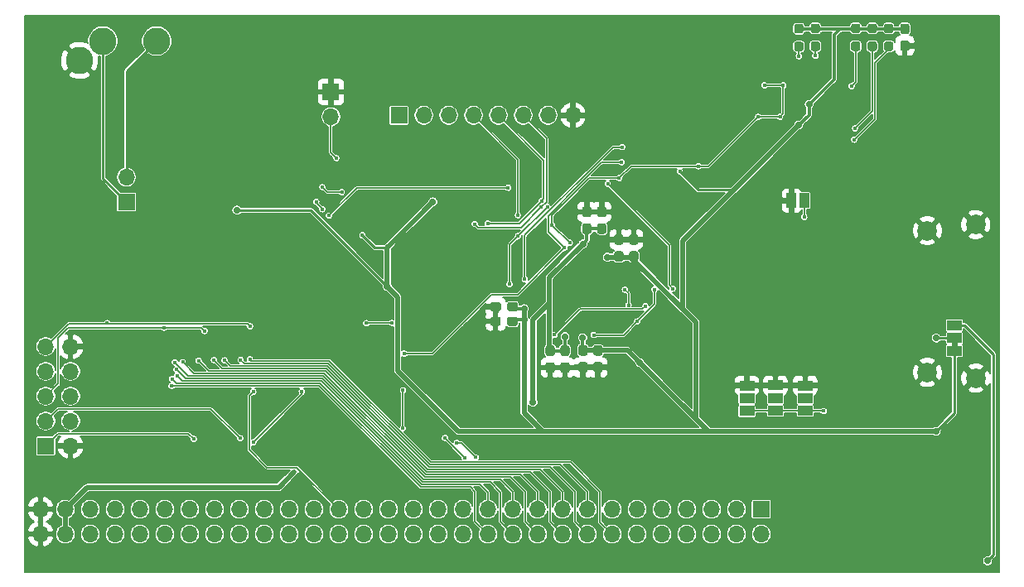
<source format=gbl>
G04 #@! TF.GenerationSoftware,KiCad,Pcbnew,(5.1.12)-1*
G04 #@! TF.CreationDate,2022-06-02T09:48:45-07:00*
G04 #@! TF.ProjectId,vera-module-rev4,76657261-2d6d-46f6-9475-6c652d726576,rev?*
G04 #@! TF.SameCoordinates,Original*
G04 #@! TF.FileFunction,Copper,L2,Bot*
G04 #@! TF.FilePolarity,Positive*
%FSLAX46Y46*%
G04 Gerber Fmt 4.6, Leading zero omitted, Abs format (unit mm)*
G04 Created by KiCad (PCBNEW (5.1.12)-1) date 2022-06-02 09:48:45*
%MOMM*%
%LPD*%
G01*
G04 APERTURE LIST*
G04 #@! TA.AperFunction,EtchedComponent*
%ADD10C,0.100000*%
G04 #@! TD*
G04 #@! TA.AperFunction,ComponentPad*
%ADD11C,2.800000*%
G04 #@! TD*
G04 #@! TA.AperFunction,SMDPad,CuDef*
%ADD12R,1.500000X1.000000*%
G04 #@! TD*
G04 #@! TA.AperFunction,ComponentPad*
%ADD13O,1.700000X1.700000*%
G04 #@! TD*
G04 #@! TA.AperFunction,ComponentPad*
%ADD14R,1.700000X1.700000*%
G04 #@! TD*
G04 #@! TA.AperFunction,ComponentPad*
%ADD15C,2.000000*%
G04 #@! TD*
G04 #@! TA.AperFunction,SMDPad,CuDef*
%ADD16R,1.000000X1.500000*%
G04 #@! TD*
G04 #@! TA.AperFunction,ViaPad*
%ADD17C,0.450000*%
G04 #@! TD*
G04 #@! TA.AperFunction,ViaPad*
%ADD18C,0.700000*%
G04 #@! TD*
G04 #@! TA.AperFunction,Conductor*
%ADD19C,0.350000*%
G04 #@! TD*
G04 #@! TA.AperFunction,Conductor*
%ADD20C,0.500000*%
G04 #@! TD*
G04 #@! TA.AperFunction,Conductor*
%ADD21C,0.250000*%
G04 #@! TD*
G04 #@! TA.AperFunction,Conductor*
%ADD22C,0.127000*%
G04 #@! TD*
G04 #@! TA.AperFunction,Conductor*
%ADD23C,0.100000*%
G04 #@! TD*
G04 APERTURE END LIST*
D10*
G36*
X195511700Y-136713800D02*
G01*
X195511700Y-136213800D01*
X194911700Y-136213800D01*
X194911700Y-136713800D01*
X195511700Y-136713800D01*
G37*
D11*
X113678300Y-105442000D03*
X108178300Y-105442000D03*
X105778300Y-107442000D03*
D12*
X195211700Y-135813800D03*
X195211700Y-134513800D03*
X195211700Y-137113800D03*
D13*
X101790500Y-155867100D03*
X101790500Y-153327100D03*
X104330500Y-155867100D03*
X104330500Y-153327100D03*
X106870500Y-155867100D03*
X106870500Y-153327100D03*
X109410500Y-155867100D03*
X109410500Y-153327100D03*
X111950500Y-155867100D03*
X111950500Y-153327100D03*
X114490500Y-155867100D03*
X114490500Y-153327100D03*
X117030500Y-155867100D03*
X117030500Y-153327100D03*
X119570500Y-155867100D03*
X119570500Y-153327100D03*
X122110500Y-155867100D03*
X122110500Y-153327100D03*
X124650500Y-155867100D03*
X124650500Y-153327100D03*
X127190500Y-155867100D03*
X127190500Y-153327100D03*
X129730500Y-155867100D03*
X129730500Y-153327100D03*
X132270500Y-155867100D03*
X132270500Y-153327100D03*
X134810500Y-155867100D03*
X134810500Y-153327100D03*
X137350500Y-155867100D03*
X137350500Y-153327100D03*
X139890500Y-155867100D03*
X139890500Y-153327100D03*
X142430500Y-155867100D03*
X142430500Y-153327100D03*
X144970500Y-155867100D03*
X144970500Y-153327100D03*
X147510500Y-155867100D03*
X147510500Y-153327100D03*
X150050500Y-155867100D03*
X150050500Y-153327100D03*
X152590500Y-155867100D03*
X152590500Y-153327100D03*
X155130500Y-155867100D03*
X155130500Y-153327100D03*
X157670500Y-155867100D03*
X157670500Y-153327100D03*
X160210500Y-155867100D03*
X160210500Y-153327100D03*
X162750500Y-155867100D03*
X162750500Y-153327100D03*
X165290500Y-155867100D03*
X165290500Y-153327100D03*
X167830500Y-155867100D03*
X167830500Y-153327100D03*
X170370500Y-155867100D03*
X170370500Y-153327100D03*
X172910500Y-155867100D03*
X172910500Y-153327100D03*
X175450500Y-155867100D03*
D14*
X175450500Y-153327100D03*
D13*
X156210000Y-113042700D03*
X153670000Y-113042700D03*
X151130000Y-113042700D03*
X148590000Y-113042700D03*
X146050000Y-113042700D03*
X143510000Y-113042700D03*
X140970000Y-113042700D03*
D14*
X138430000Y-113042700D03*
D13*
X110578900Y-119367300D03*
D14*
X110578900Y-121907300D03*
D15*
X197387800Y-139930000D03*
X197387800Y-124230000D03*
X192437800Y-139330000D03*
X192437800Y-124830000D03*
G04 #@! TA.AperFunction,SMDPad,CuDef*
G36*
G01*
X180750200Y-105490200D02*
X181225200Y-105490200D01*
G75*
G02*
X181462700Y-105727700I0J-237500D01*
G01*
X181462700Y-106227700D01*
G75*
G02*
X181225200Y-106465200I-237500J0D01*
G01*
X180750200Y-106465200D01*
G75*
G02*
X180512700Y-106227700I0J237500D01*
G01*
X180512700Y-105727700D01*
G75*
G02*
X180750200Y-105490200I237500J0D01*
G01*
G37*
G04 #@! TD.AperFunction*
G04 #@! TA.AperFunction,SMDPad,CuDef*
G36*
G01*
X180750200Y-103665200D02*
X181225200Y-103665200D01*
G75*
G02*
X181462700Y-103902700I0J-237500D01*
G01*
X181462700Y-104402700D01*
G75*
G02*
X181225200Y-104640200I-237500J0D01*
G01*
X180750200Y-104640200D01*
G75*
G02*
X180512700Y-104402700I0J237500D01*
G01*
X180512700Y-103902700D01*
G75*
G02*
X180750200Y-103665200I237500J0D01*
G01*
G37*
G04 #@! TD.AperFunction*
G04 #@! TA.AperFunction,SMDPad,CuDef*
G36*
G01*
X188230500Y-105492100D02*
X188705500Y-105492100D01*
G75*
G02*
X188943000Y-105729600I0J-237500D01*
G01*
X188943000Y-106229600D01*
G75*
G02*
X188705500Y-106467100I-237500J0D01*
G01*
X188230500Y-106467100D01*
G75*
G02*
X187993000Y-106229600I0J237500D01*
G01*
X187993000Y-105729600D01*
G75*
G02*
X188230500Y-105492100I237500J0D01*
G01*
G37*
G04 #@! TD.AperFunction*
G04 #@! TA.AperFunction,SMDPad,CuDef*
G36*
G01*
X188230500Y-103667100D02*
X188705500Y-103667100D01*
G75*
G02*
X188943000Y-103904600I0J-237500D01*
G01*
X188943000Y-104404600D01*
G75*
G02*
X188705500Y-104642100I-237500J0D01*
G01*
X188230500Y-104642100D01*
G75*
G02*
X187993000Y-104404600I0J237500D01*
G01*
X187993000Y-103904600D01*
G75*
G02*
X188230500Y-103667100I237500J0D01*
G01*
G37*
G04 #@! TD.AperFunction*
G04 #@! TA.AperFunction,SMDPad,CuDef*
G36*
G01*
X179061100Y-105515600D02*
X179536100Y-105515600D01*
G75*
G02*
X179773600Y-105753100I0J-237500D01*
G01*
X179773600Y-106253100D01*
G75*
G02*
X179536100Y-106490600I-237500J0D01*
G01*
X179061100Y-106490600D01*
G75*
G02*
X178823600Y-106253100I0J237500D01*
G01*
X178823600Y-105753100D01*
G75*
G02*
X179061100Y-105515600I237500J0D01*
G01*
G37*
G04 #@! TD.AperFunction*
G04 #@! TA.AperFunction,SMDPad,CuDef*
G36*
G01*
X179061100Y-103690600D02*
X179536100Y-103690600D01*
G75*
G02*
X179773600Y-103928100I0J-237500D01*
G01*
X179773600Y-104428100D01*
G75*
G02*
X179536100Y-104665600I-237500J0D01*
G01*
X179061100Y-104665600D01*
G75*
G02*
X178823600Y-104428100I0J237500D01*
G01*
X178823600Y-103928100D01*
G75*
G02*
X179061100Y-103690600I237500J0D01*
G01*
G37*
G04 #@! TD.AperFunction*
G04 #@! TA.AperFunction,SMDPad,CuDef*
G36*
G01*
X184865000Y-105490200D02*
X185340000Y-105490200D01*
G75*
G02*
X185577500Y-105727700I0J-237500D01*
G01*
X185577500Y-106227700D01*
G75*
G02*
X185340000Y-106465200I-237500J0D01*
G01*
X184865000Y-106465200D01*
G75*
G02*
X184627500Y-106227700I0J237500D01*
G01*
X184627500Y-105727700D01*
G75*
G02*
X184865000Y-105490200I237500J0D01*
G01*
G37*
G04 #@! TD.AperFunction*
G04 #@! TA.AperFunction,SMDPad,CuDef*
G36*
G01*
X184865000Y-103665200D02*
X185340000Y-103665200D01*
G75*
G02*
X185577500Y-103902700I0J-237500D01*
G01*
X185577500Y-104402700D01*
G75*
G02*
X185340000Y-104640200I-237500J0D01*
G01*
X184865000Y-104640200D01*
G75*
G02*
X184627500Y-104402700I0J237500D01*
G01*
X184627500Y-103902700D01*
G75*
G02*
X184865000Y-103665200I237500J0D01*
G01*
G37*
G04 #@! TD.AperFunction*
G04 #@! TA.AperFunction,SMDPad,CuDef*
G36*
G01*
X186566800Y-105490200D02*
X187041800Y-105490200D01*
G75*
G02*
X187279300Y-105727700I0J-237500D01*
G01*
X187279300Y-106227700D01*
G75*
G02*
X187041800Y-106465200I-237500J0D01*
G01*
X186566800Y-106465200D01*
G75*
G02*
X186329300Y-106227700I0J237500D01*
G01*
X186329300Y-105727700D01*
G75*
G02*
X186566800Y-105490200I237500J0D01*
G01*
G37*
G04 #@! TD.AperFunction*
G04 #@! TA.AperFunction,SMDPad,CuDef*
G36*
G01*
X186566800Y-103665200D02*
X187041800Y-103665200D01*
G75*
G02*
X187279300Y-103902700I0J-237500D01*
G01*
X187279300Y-104402700D01*
G75*
G02*
X187041800Y-104640200I-237500J0D01*
G01*
X186566800Y-104640200D01*
G75*
G02*
X186329300Y-104402700I0J237500D01*
G01*
X186329300Y-103902700D01*
G75*
G02*
X186566800Y-103665200I237500J0D01*
G01*
G37*
G04 #@! TD.AperFunction*
G04 #@! TA.AperFunction,SMDPad,CuDef*
G36*
G01*
X189894200Y-105392100D02*
X190369200Y-105392100D01*
G75*
G02*
X190606700Y-105629600I0J-237500D01*
G01*
X190606700Y-106229600D01*
G75*
G02*
X190369200Y-106467100I-237500J0D01*
G01*
X189894200Y-106467100D01*
G75*
G02*
X189656700Y-106229600I0J237500D01*
G01*
X189656700Y-105629600D01*
G75*
G02*
X189894200Y-105392100I237500J0D01*
G01*
G37*
G04 #@! TD.AperFunction*
G04 #@! TA.AperFunction,SMDPad,CuDef*
G36*
G01*
X189894200Y-103667100D02*
X190369200Y-103667100D01*
G75*
G02*
X190606700Y-103904600I0J-237500D01*
G01*
X190606700Y-104504600D01*
G75*
G02*
X190369200Y-104742100I-237500J0D01*
G01*
X189894200Y-104742100D01*
G75*
G02*
X189656700Y-104504600I0J237500D01*
G01*
X189656700Y-103904600D01*
G75*
G02*
X189894200Y-103667100I237500J0D01*
G01*
G37*
G04 #@! TD.AperFunction*
G04 #@! TA.AperFunction,SMDPad,CuDef*
G36*
G01*
X155159700Y-138296700D02*
X155634700Y-138296700D01*
G75*
G02*
X155872200Y-138534200I0J-237500D01*
G01*
X155872200Y-139134200D01*
G75*
G02*
X155634700Y-139371700I-237500J0D01*
G01*
X155159700Y-139371700D01*
G75*
G02*
X154922200Y-139134200I0J237500D01*
G01*
X154922200Y-138534200D01*
G75*
G02*
X155159700Y-138296700I237500J0D01*
G01*
G37*
G04 #@! TD.AperFunction*
G04 #@! TA.AperFunction,SMDPad,CuDef*
G36*
G01*
X155159700Y-136571700D02*
X155634700Y-136571700D01*
G75*
G02*
X155872200Y-136809200I0J-237500D01*
G01*
X155872200Y-137409200D01*
G75*
G02*
X155634700Y-137646700I-237500J0D01*
G01*
X155159700Y-137646700D01*
G75*
G02*
X154922200Y-137409200I0J237500D01*
G01*
X154922200Y-136809200D01*
G75*
G02*
X155159700Y-136571700I237500J0D01*
G01*
G37*
G04 #@! TD.AperFunction*
G04 #@! TA.AperFunction,SMDPad,CuDef*
G36*
G01*
X153648400Y-138296700D02*
X154123400Y-138296700D01*
G75*
G02*
X154360900Y-138534200I0J-237500D01*
G01*
X154360900Y-139134200D01*
G75*
G02*
X154123400Y-139371700I-237500J0D01*
G01*
X153648400Y-139371700D01*
G75*
G02*
X153410900Y-139134200I0J237500D01*
G01*
X153410900Y-138534200D01*
G75*
G02*
X153648400Y-138296700I237500J0D01*
G01*
G37*
G04 #@! TD.AperFunction*
G04 #@! TA.AperFunction,SMDPad,CuDef*
G36*
G01*
X153648400Y-136571700D02*
X154123400Y-136571700D01*
G75*
G02*
X154360900Y-136809200I0J-237500D01*
G01*
X154360900Y-137409200D01*
G75*
G02*
X154123400Y-137646700I-237500J0D01*
G01*
X153648400Y-137646700D01*
G75*
G02*
X153410900Y-137409200I0J237500D01*
G01*
X153410900Y-136809200D01*
G75*
G02*
X153648400Y-136571700I237500J0D01*
G01*
G37*
G04 #@! TD.AperFunction*
G04 #@! TA.AperFunction,SMDPad,CuDef*
G36*
G01*
X157001200Y-138271300D02*
X157476200Y-138271300D01*
G75*
G02*
X157713700Y-138508800I0J-237500D01*
G01*
X157713700Y-139108800D01*
G75*
G02*
X157476200Y-139346300I-237500J0D01*
G01*
X157001200Y-139346300D01*
G75*
G02*
X156763700Y-139108800I0J237500D01*
G01*
X156763700Y-138508800D01*
G75*
G02*
X157001200Y-138271300I237500J0D01*
G01*
G37*
G04 #@! TD.AperFunction*
G04 #@! TA.AperFunction,SMDPad,CuDef*
G36*
G01*
X157001200Y-136546300D02*
X157476200Y-136546300D01*
G75*
G02*
X157713700Y-136783800I0J-237500D01*
G01*
X157713700Y-137383800D01*
G75*
G02*
X157476200Y-137621300I-237500J0D01*
G01*
X157001200Y-137621300D01*
G75*
G02*
X156763700Y-137383800I0J237500D01*
G01*
X156763700Y-136783800D01*
G75*
G02*
X157001200Y-136546300I237500J0D01*
G01*
G37*
G04 #@! TD.AperFunction*
G04 #@! TA.AperFunction,SMDPad,CuDef*
G36*
G01*
X158525200Y-138273500D02*
X159000200Y-138273500D01*
G75*
G02*
X159237700Y-138511000I0J-237500D01*
G01*
X159237700Y-139111000D01*
G75*
G02*
X159000200Y-139348500I-237500J0D01*
G01*
X158525200Y-139348500D01*
G75*
G02*
X158287700Y-139111000I0J237500D01*
G01*
X158287700Y-138511000D01*
G75*
G02*
X158525200Y-138273500I237500J0D01*
G01*
G37*
G04 #@! TD.AperFunction*
G04 #@! TA.AperFunction,SMDPad,CuDef*
G36*
G01*
X158525200Y-136548500D02*
X159000200Y-136548500D01*
G75*
G02*
X159237700Y-136786000I0J-237500D01*
G01*
X159237700Y-137386000D01*
G75*
G02*
X159000200Y-137623500I-237500J0D01*
G01*
X158525200Y-137623500D01*
G75*
G02*
X158287700Y-137386000I0J237500D01*
G01*
X158287700Y-136786000D01*
G75*
G02*
X158525200Y-136548500I237500J0D01*
G01*
G37*
G04 #@! TD.AperFunction*
G04 #@! TA.AperFunction,SMDPad,CuDef*
G36*
G01*
X148837600Y-133874500D02*
X148837600Y-134349500D01*
G75*
G02*
X148600100Y-134587000I-237500J0D01*
G01*
X148000100Y-134587000D01*
G75*
G02*
X147762600Y-134349500I0J237500D01*
G01*
X147762600Y-133874500D01*
G75*
G02*
X148000100Y-133637000I237500J0D01*
G01*
X148600100Y-133637000D01*
G75*
G02*
X148837600Y-133874500I0J-237500D01*
G01*
G37*
G04 #@! TD.AperFunction*
G04 #@! TA.AperFunction,SMDPad,CuDef*
G36*
G01*
X150562600Y-133874500D02*
X150562600Y-134349500D01*
G75*
G02*
X150325100Y-134587000I-237500J0D01*
G01*
X149725100Y-134587000D01*
G75*
G02*
X149487600Y-134349500I0J237500D01*
G01*
X149487600Y-133874500D01*
G75*
G02*
X149725100Y-133637000I237500J0D01*
G01*
X150325100Y-133637000D01*
G75*
G02*
X150562600Y-133874500I0J-237500D01*
G01*
G37*
G04 #@! TD.AperFunction*
G04 #@! TA.AperFunction,SMDPad,CuDef*
G36*
G01*
X148850300Y-132375900D02*
X148850300Y-132850900D01*
G75*
G02*
X148612800Y-133088400I-237500J0D01*
G01*
X148012800Y-133088400D01*
G75*
G02*
X147775300Y-132850900I0J237500D01*
G01*
X147775300Y-132375900D01*
G75*
G02*
X148012800Y-132138400I237500J0D01*
G01*
X148612800Y-132138400D01*
G75*
G02*
X148850300Y-132375900I0J-237500D01*
G01*
G37*
G04 #@! TD.AperFunction*
G04 #@! TA.AperFunction,SMDPad,CuDef*
G36*
G01*
X150575300Y-132375900D02*
X150575300Y-132850900D01*
G75*
G02*
X150337800Y-133088400I-237500J0D01*
G01*
X149737800Y-133088400D01*
G75*
G02*
X149500300Y-132850900I0J237500D01*
G01*
X149500300Y-132375900D01*
G75*
G02*
X149737800Y-132138400I237500J0D01*
G01*
X150337800Y-132138400D01*
G75*
G02*
X150575300Y-132375900I0J-237500D01*
G01*
G37*
G04 #@! TD.AperFunction*
G04 #@! TA.AperFunction,SMDPad,CuDef*
G36*
G01*
X159393900Y-123450300D02*
X158918900Y-123450300D01*
G75*
G02*
X158681400Y-123212800I0J237500D01*
G01*
X158681400Y-122612800D01*
G75*
G02*
X158918900Y-122375300I237500J0D01*
G01*
X159393900Y-122375300D01*
G75*
G02*
X159631400Y-122612800I0J-237500D01*
G01*
X159631400Y-123212800D01*
G75*
G02*
X159393900Y-123450300I-237500J0D01*
G01*
G37*
G04 #@! TD.AperFunction*
G04 #@! TA.AperFunction,SMDPad,CuDef*
G36*
G01*
X159393900Y-125175300D02*
X158918900Y-125175300D01*
G75*
G02*
X158681400Y-124937800I0J237500D01*
G01*
X158681400Y-124337800D01*
G75*
G02*
X158918900Y-124100300I237500J0D01*
G01*
X159393900Y-124100300D01*
G75*
G02*
X159631400Y-124337800I0J-237500D01*
G01*
X159631400Y-124937800D01*
G75*
G02*
X159393900Y-125175300I-237500J0D01*
G01*
G37*
G04 #@! TD.AperFunction*
G04 #@! TA.AperFunction,SMDPad,CuDef*
G36*
G01*
X157869900Y-123449200D02*
X157394900Y-123449200D01*
G75*
G02*
X157157400Y-123211700I0J237500D01*
G01*
X157157400Y-122611700D01*
G75*
G02*
X157394900Y-122374200I237500J0D01*
G01*
X157869900Y-122374200D01*
G75*
G02*
X158107400Y-122611700I0J-237500D01*
G01*
X158107400Y-123211700D01*
G75*
G02*
X157869900Y-123449200I-237500J0D01*
G01*
G37*
G04 #@! TD.AperFunction*
G04 #@! TA.AperFunction,SMDPad,CuDef*
G36*
G01*
X157869900Y-125174200D02*
X157394900Y-125174200D01*
G75*
G02*
X157157400Y-124936700I0J237500D01*
G01*
X157157400Y-124336700D01*
G75*
G02*
X157394900Y-124099200I237500J0D01*
G01*
X157869900Y-124099200D01*
G75*
G02*
X158107400Y-124336700I0J-237500D01*
G01*
X158107400Y-124936700D01*
G75*
G02*
X157869900Y-125174200I-237500J0D01*
G01*
G37*
G04 #@! TD.AperFunction*
G04 #@! TA.AperFunction,SMDPad,CuDef*
G36*
G01*
X162657800Y-126282400D02*
X162182800Y-126282400D01*
G75*
G02*
X161945300Y-126044900I0J237500D01*
G01*
X161945300Y-125444900D01*
G75*
G02*
X162182800Y-125207400I237500J0D01*
G01*
X162657800Y-125207400D01*
G75*
G02*
X162895300Y-125444900I0J-237500D01*
G01*
X162895300Y-126044900D01*
G75*
G02*
X162657800Y-126282400I-237500J0D01*
G01*
G37*
G04 #@! TD.AperFunction*
G04 #@! TA.AperFunction,SMDPad,CuDef*
G36*
G01*
X162657800Y-128007400D02*
X162182800Y-128007400D01*
G75*
G02*
X161945300Y-127769900I0J237500D01*
G01*
X161945300Y-127169900D01*
G75*
G02*
X162182800Y-126932400I237500J0D01*
G01*
X162657800Y-126932400D01*
G75*
G02*
X162895300Y-127169900I0J-237500D01*
G01*
X162895300Y-127769900D01*
G75*
G02*
X162657800Y-128007400I-237500J0D01*
G01*
G37*
G04 #@! TD.AperFunction*
G04 #@! TA.AperFunction,SMDPad,CuDef*
G36*
G01*
X161133800Y-126282400D02*
X160658800Y-126282400D01*
G75*
G02*
X160421300Y-126044900I0J237500D01*
G01*
X160421300Y-125444900D01*
G75*
G02*
X160658800Y-125207400I237500J0D01*
G01*
X161133800Y-125207400D01*
G75*
G02*
X161371300Y-125444900I0J-237500D01*
G01*
X161371300Y-126044900D01*
G75*
G02*
X161133800Y-126282400I-237500J0D01*
G01*
G37*
G04 #@! TD.AperFunction*
G04 #@! TA.AperFunction,SMDPad,CuDef*
G36*
G01*
X161133800Y-128007400D02*
X160658800Y-128007400D01*
G75*
G02*
X160421300Y-127769900I0J237500D01*
G01*
X160421300Y-127169900D01*
G75*
G02*
X160658800Y-126932400I237500J0D01*
G01*
X161133800Y-126932400D01*
G75*
G02*
X161371300Y-127169900I0J-237500D01*
G01*
X161371300Y-127769900D01*
G75*
G02*
X161133800Y-128007400I-237500J0D01*
G01*
G37*
G04 #@! TD.AperFunction*
D16*
X179857400Y-121767600D03*
X178557400Y-121767600D03*
D13*
X104876600Y-136690100D03*
X102336600Y-136690100D03*
X104876600Y-139230100D03*
X102336600Y-139230100D03*
X104876600Y-141770100D03*
X102336600Y-141770100D03*
X104876600Y-144310100D03*
X102336600Y-144310100D03*
X104876600Y-146850100D03*
D14*
X102336600Y-146850100D03*
D12*
X173990000Y-140677900D03*
X173990000Y-141977900D03*
X173990000Y-143277900D03*
X176898300Y-140660600D03*
X176898300Y-141960600D03*
X176898300Y-143260600D03*
X179946300Y-140665200D03*
X179946300Y-141965200D03*
X179946300Y-143265200D03*
D13*
X131483100Y-113182400D03*
D14*
X131483100Y-110642400D03*
D17*
X180365400Y-133845300D03*
X174269400Y-127660400D03*
X174345600Y-133159500D03*
X179857400Y-128092200D03*
X154978100Y-130124200D03*
X155105100Y-133045200D03*
X158051500Y-131927600D03*
X158000700Y-129019300D03*
X137170997Y-141428903D03*
X133108700Y-138201400D03*
X165176200Y-127787400D03*
X166471600Y-128816100D03*
X172554900Y-150520400D03*
X173824900Y-150495000D03*
X175031400Y-150418800D03*
X171297600Y-150507700D03*
X170091100Y-150558500D03*
X168859200Y-150634700D03*
X167614600Y-150622000D03*
X166408100Y-150710900D03*
X163766500Y-150609300D03*
X162496500Y-150672800D03*
X175006000Y-122783600D03*
X176390300Y-123215400D03*
X170307000Y-125158500D03*
X165887400Y-124142500D03*
X168008300Y-130251200D03*
X169062400Y-132702300D03*
X169659300Y-134048500D03*
X156311600Y-140652500D03*
X159588200Y-143497300D03*
X161124900Y-138480800D03*
X174066200Y-110871000D03*
X162852100Y-136258300D03*
X167957500Y-139446000D03*
X166077900Y-133515100D03*
X157124400Y-150342600D03*
X156083000Y-150583900D03*
X154901900Y-150710900D03*
X153695400Y-150761700D03*
X152488900Y-150774400D03*
X151257000Y-150812500D03*
X150317200Y-151193500D03*
X148983700Y-151155400D03*
X147599400Y-151104600D03*
X146761200Y-151650700D03*
X123723400Y-142100300D03*
X123672600Y-143814800D03*
X103301800Y-154584400D03*
X152260300Y-121081800D03*
X155778200Y-122567700D03*
X133756400Y-122491500D03*
X137541000Y-125095000D03*
X145364199Y-134877458D03*
X119164100Y-116890800D03*
X126428500Y-116205000D03*
X121272300Y-121031000D03*
X123621800Y-120815100D03*
X124383800Y-121780300D03*
X125349000Y-124218700D03*
X171157900Y-110299500D03*
X170954700Y-114960400D03*
X175387000Y-116395500D03*
X173024800Y-118973600D03*
X189153800Y-127774700D03*
X189128400Y-129298700D03*
X188633100Y-132334000D03*
X185026300Y-129781300D03*
X189179200Y-130848100D03*
X185051700Y-128231900D03*
X185089800Y-131279900D03*
X145021300Y-117690900D03*
X139433300Y-117551200D03*
X137807700Y-119786400D03*
X137934700Y-122008900D03*
X156108400Y-123634500D03*
X152069800Y-125514100D03*
X153022300Y-125349000D03*
X156540200Y-125374400D03*
X160401000Y-123139200D03*
X141617700Y-141401800D03*
X145834100Y-140208000D03*
X147167600Y-142189200D03*
X148932900Y-143789400D03*
X149529800Y-139534900D03*
X141135100Y-143065500D03*
X184785000Y-113347500D03*
X137109200Y-150177500D03*
X134239000Y-147154900D03*
X132080000Y-149491700D03*
X129349500Y-146253200D03*
X121145300Y-142189200D03*
X127850900Y-137668000D03*
X129260600Y-141071600D03*
X127749300Y-141325600D03*
D18*
X159727900Y-127546098D03*
X151218900Y-132803900D03*
X151218900Y-133915900D03*
X157213300Y-135788400D03*
X137236194Y-130556006D03*
X193332100Y-145364200D03*
X163042600Y-138328400D03*
X141897100Y-121894600D03*
D17*
X134696200Y-125310900D03*
D18*
X180352700Y-111912400D03*
X179273200Y-114046000D03*
D17*
X167132000Y-118783100D03*
D18*
X121862850Y-122739150D03*
X157238700Y-126187200D03*
X155409900Y-135674100D03*
X152133300Y-142379700D03*
D17*
X127749300Y-149504400D03*
D18*
X198589900Y-158610300D03*
D17*
X144335500Y-146558000D03*
X146278600Y-148018498D03*
X138844453Y-141165147D03*
X138818372Y-145052028D03*
X130606800Y-120383300D03*
X132588000Y-120891300D03*
X161226500Y-116281200D03*
X151288500Y-129812800D03*
X152945163Y-122450931D03*
X146177000Y-124155200D03*
X152997110Y-121811378D03*
X147504650Y-124097550D03*
X153593800Y-122389900D03*
X149734900Y-130312800D03*
X150583900Y-123266200D03*
X150596600Y-125387100D03*
X155333700Y-126593600D03*
X161175700Y-117856000D03*
X138950700Y-137414000D03*
X155879800Y-126072900D03*
X154082750Y-124275850D03*
X177380900Y-113178800D03*
X177711100Y-109985600D03*
X175768000Y-109982000D03*
X175120300Y-113182400D03*
X160947100Y-119456200D03*
X132029200Y-117411500D03*
X169011600Y-118237000D03*
X131267200Y-123304300D03*
X149593300Y-120446800D03*
X137713700Y-134277100D03*
X135089900Y-134302500D03*
X164541200Y-130860800D03*
X162763200Y-134124700D03*
X158330900Y-135503890D03*
X166418700Y-130761300D03*
X159766000Y-120056660D03*
X129971800Y-121881900D03*
X130594100Y-122643900D03*
X143141700Y-146050000D03*
X145173700Y-148082004D03*
X185026300Y-114376200D03*
X184683400Y-110045500D03*
X179298600Y-106997500D03*
X180987700Y-106959400D03*
X184950100Y-115531900D03*
X161516890Y-130875210D03*
X161893508Y-132454392D03*
X115201700Y-140716000D03*
X115253403Y-139984861D03*
X115757116Y-139703428D03*
X115682597Y-139041303D03*
X115531900Y-138303000D03*
X116332000Y-138290300D03*
X117957600Y-138125200D03*
X119519700Y-138074400D03*
X120611898Y-138099800D03*
X122250200Y-138049000D03*
X123202700Y-138001773D03*
X123545600Y-141312900D03*
X122199400Y-146062700D03*
X117462300Y-146138900D03*
X118554500Y-135089900D03*
X114401600Y-134747000D03*
X123215400Y-134607300D03*
X108610400Y-134289800D03*
X181838600Y-143281400D03*
X179946300Y-141965200D03*
X176898300Y-141960600D03*
X173990000Y-141977900D03*
X179844700Y-123444000D03*
X154330400Y-135496300D03*
X163614100Y-132562600D03*
X123545600Y-146481800D03*
X128511300Y-141287500D03*
D18*
X193344800Y-135813800D03*
D19*
X159804098Y-127469900D02*
X159727900Y-127546098D01*
X162420300Y-127469900D02*
X159804098Y-127469900D01*
X150228300Y-132803900D02*
X150037800Y-132613400D01*
X151218900Y-132803900D02*
X150228300Y-132803900D01*
X150221200Y-133915900D02*
X150025100Y-134112000D01*
X151218900Y-133915900D02*
X150221200Y-133915900D01*
X157213300Y-137058400D02*
X157238700Y-137083800D01*
X157213300Y-135788400D02*
X157213300Y-137058400D01*
X158760500Y-137083800D02*
X158762700Y-137086000D01*
X157238700Y-137083800D02*
X158760500Y-137083800D01*
D20*
X159727900Y-127546098D02*
X162117460Y-127546098D01*
X168757600Y-144043400D02*
X163042600Y-138328400D01*
X161798000Y-137083800D02*
X157238700Y-137083800D01*
X163042600Y-138328400D02*
X161798000Y-137083800D01*
X137236194Y-126555506D02*
X138004550Y-125787150D01*
X137236194Y-130556006D02*
X137236194Y-126555506D01*
D21*
X135940806Y-126555506D02*
X137236194Y-126555506D01*
X134696200Y-125310900D02*
X135940806Y-126555506D01*
D20*
X168757600Y-134186238D02*
X168757600Y-144043400D01*
X170078400Y-145364200D02*
X170484800Y-145364200D01*
X163042600Y-138328400D02*
X170078400Y-145364200D01*
X170484800Y-145364200D02*
X193332100Y-145364200D01*
X151218900Y-143459200D02*
X153123900Y-145364200D01*
X151218900Y-132803900D02*
X151218900Y-143459200D01*
X153123900Y-145364200D02*
X170484800Y-145364200D01*
D19*
X180352700Y-112991900D02*
X180352700Y-111912400D01*
X179298600Y-114046000D02*
X180352700Y-112991900D01*
X179273200Y-114046000D02*
X179298600Y-114046000D01*
D20*
X167406299Y-125912901D02*
X167406299Y-132834937D01*
X167406299Y-132834937D02*
X167526681Y-132955319D01*
X167526681Y-132955319D02*
X168757600Y-134186238D01*
X162117460Y-127546098D02*
X167526681Y-132955319D01*
D21*
X169024300Y-120675400D02*
X172643800Y-120675400D01*
X167132000Y-118783100D02*
X169024300Y-120675400D01*
D20*
X172643800Y-120675400D02*
X167406299Y-125912901D01*
X179273200Y-114046000D02*
X172643800Y-120675400D01*
X138004550Y-125787150D02*
X141897100Y-121894600D01*
X144513300Y-145364200D02*
X153123900Y-145364200D01*
X138315700Y-139166600D02*
X144513300Y-145364200D01*
X138315700Y-131635512D02*
X138315700Y-139166600D01*
X137236194Y-130556006D02*
X138315700Y-131635512D01*
D21*
X121862850Y-122739150D02*
X129419338Y-122739150D01*
X129419338Y-122739150D02*
X137236194Y-130556006D01*
D19*
X179325100Y-104204600D02*
X179298600Y-104178100D01*
X183503400Y-104204600D02*
X179325100Y-104204600D01*
X190131700Y-104204600D02*
X183503400Y-104204600D01*
X182905400Y-104802600D02*
X183503400Y-104204600D01*
X182905400Y-109359700D02*
X182905400Y-104802600D01*
X180352700Y-111912400D02*
X182905400Y-109359700D01*
D21*
X195211700Y-143484600D02*
X193332100Y-145364200D01*
X195211700Y-137113800D02*
X195211700Y-143484600D01*
D19*
X159155300Y-124636700D02*
X159156400Y-124637800D01*
X157632400Y-124636700D02*
X159155300Y-124636700D01*
X157632400Y-125793500D02*
X157632400Y-124636700D01*
X157238700Y-126187200D02*
X157632400Y-125793500D01*
X155409900Y-137096500D02*
X155397200Y-137109200D01*
X155409900Y-135674100D02*
X155409900Y-137096500D01*
X155397200Y-137109200D02*
X153885900Y-137109200D01*
D20*
X153803399Y-137026699D02*
X153885900Y-137109200D01*
X153803399Y-132264199D02*
X153803399Y-137026699D01*
X157238700Y-126187200D02*
X153803399Y-129622501D01*
X153803399Y-129622501D02*
X153803399Y-132264199D01*
X153803399Y-132264199D02*
X152133300Y-133934298D01*
X152133300Y-133934298D02*
X152133300Y-141884726D01*
X152133300Y-141884726D02*
X152133300Y-142379700D01*
D21*
X108178300Y-119506700D02*
X108178300Y-105442000D01*
X110578900Y-121907300D02*
X108178300Y-119506700D01*
X110578900Y-108541400D02*
X113678300Y-105442000D01*
X110578900Y-119367300D02*
X110578900Y-108541400D01*
D20*
X104330500Y-153327100D02*
X104330500Y-155867100D01*
X126161800Y-151091900D02*
X127749300Y-149504400D01*
X106565700Y-151091900D02*
X126161800Y-151091900D01*
X104330500Y-153327100D02*
X106565700Y-151091900D01*
D21*
X196211700Y-134513800D02*
X199186800Y-137488900D01*
X195211700Y-134513800D02*
X196211700Y-134513800D01*
X199186800Y-158013400D02*
X198589900Y-158610300D01*
X199186800Y-137488900D02*
X199186800Y-158013400D01*
D22*
X144335500Y-146558000D02*
X144818102Y-146558000D01*
X144818102Y-146558000D02*
X146278600Y-148018498D01*
X138844453Y-145025947D02*
X138818372Y-145052028D01*
X138844453Y-141165147D02*
X138844453Y-145025947D01*
X130606800Y-120383300D02*
X131114800Y-120891300D01*
X131114800Y-120891300D02*
X132588000Y-120891300D01*
X161226500Y-116281200D02*
X160333876Y-116281200D01*
X151288500Y-125326576D02*
X151288500Y-129812800D01*
X160333876Y-116281200D02*
X151288500Y-125326576D01*
X150872594Y-124523500D02*
X146545300Y-124523500D01*
X146545300Y-124523500D02*
X146177000Y-124155200D01*
X152945163Y-122450931D02*
X150872594Y-124523500D01*
X153517600Y-115430300D02*
X151130000Y-113042700D01*
X153517600Y-121878494D02*
X153517600Y-115430300D01*
X152945163Y-122450931D02*
X153517600Y-121878494D01*
X150710938Y-124097550D02*
X147504650Y-124097550D01*
X152997110Y-121811378D02*
X150710938Y-124097550D01*
X153238200Y-121570288D02*
X153238200Y-117690900D01*
X153238200Y-117690900D02*
X148590000Y-113042700D01*
X152997110Y-121811378D02*
X153238200Y-121570288D01*
X149734900Y-126248800D02*
X149734900Y-130312800D01*
X150583900Y-117576600D02*
X150583900Y-123266200D01*
X146050000Y-113042700D02*
X150583900Y-117576600D01*
X150596600Y-125387100D02*
X149734900Y-126248800D01*
X153593800Y-122389900D02*
X150596600Y-125387100D01*
X153667249Y-124927149D02*
X153667249Y-123307051D01*
X155333700Y-126593600D02*
X153667249Y-124927149D01*
X159118300Y-117856000D02*
X161175700Y-117856000D01*
X156857700Y-120116600D02*
X159118300Y-117856000D01*
X153667249Y-123307051D02*
X156857700Y-120116600D01*
X141833600Y-137414000D02*
X138950700Y-137414000D01*
X147891500Y-131356100D02*
X141833600Y-137414000D01*
X150571200Y-131356100D02*
X147891500Y-131356100D01*
X155333700Y-126593600D02*
X150571200Y-131356100D01*
X155879800Y-126072900D02*
X154082750Y-124275850D01*
X177711100Y-112848600D02*
X177711100Y-109985600D01*
X177380900Y-113178800D02*
X177711100Y-112848600D01*
X175771600Y-109985600D02*
X175768000Y-109982000D01*
X177711100Y-109985600D02*
X175771600Y-109985600D01*
X175123900Y-113178800D02*
X175120300Y-113182400D01*
X177380900Y-113178800D02*
X175123900Y-113178800D01*
X157877324Y-119456200D02*
X160947100Y-119456200D01*
X154082750Y-123250774D02*
X157877324Y-119456200D01*
X154082750Y-124275850D02*
X154082750Y-123250774D01*
X175120300Y-113182400D02*
X170065700Y-118237000D01*
X162166300Y-118237000D02*
X160947100Y-119456200D01*
X131483100Y-116865400D02*
X131483100Y-113182400D01*
X132029200Y-117411500D02*
X131483100Y-116865400D01*
X169011600Y-118237000D02*
X162166300Y-118237000D01*
X170065700Y-118237000D02*
X169011600Y-118237000D01*
X131267200Y-123304300D02*
X134124700Y-120446800D01*
X134124700Y-120446800D02*
X149593300Y-120446800D01*
X135115300Y-134277100D02*
X135089900Y-134302500D01*
X137713700Y-134277100D02*
X135115300Y-134277100D01*
X164541200Y-130860800D02*
X164541200Y-132346700D01*
X164541200Y-132346700D02*
X162763200Y-134124700D01*
X162763200Y-134124700D02*
X161384010Y-135503890D01*
X161384010Y-135503890D02*
X158330900Y-135503890D01*
X166056099Y-126346759D02*
X159766000Y-120056660D01*
X166056099Y-130398699D02*
X166056099Y-126346759D01*
X166418700Y-130761300D02*
X166056099Y-130398699D01*
X130594100Y-122618500D02*
X130594100Y-122643900D01*
X129971800Y-121996200D02*
X130594100Y-122618500D01*
X129971800Y-121881900D02*
X129971800Y-121996200D01*
X143141700Y-146050000D02*
X145173700Y-148082000D01*
X145173700Y-148082000D02*
X145173700Y-148082004D01*
X186804300Y-112598200D02*
X185026300Y-114376200D01*
X186804300Y-105977700D02*
X186804300Y-112598200D01*
X185102500Y-109626400D02*
X184683400Y-110045500D01*
X185102500Y-105977700D02*
X185102500Y-109626400D01*
X179298600Y-106003100D02*
X179298600Y-106997500D01*
X180987700Y-105977700D02*
X180987700Y-106959400D01*
X187058300Y-113423700D02*
X184950100Y-115531900D01*
X187058300Y-112959142D02*
X187058300Y-113423700D01*
X187058310Y-112959132D02*
X187058300Y-112959142D01*
X187058310Y-107645190D02*
X187058310Y-112959132D01*
X188468000Y-106235500D02*
X187058310Y-107645190D01*
X188468000Y-105979600D02*
X188468000Y-106235500D01*
X161516890Y-130875210D02*
X161893508Y-131251828D01*
X161893508Y-131251828D02*
X161893508Y-132454392D01*
X130273088Y-140703380D02*
X115214320Y-140703380D01*
X140636226Y-151066518D02*
X130273088Y-140703380D01*
X145732518Y-151066518D02*
X140636226Y-151066518D01*
X146202400Y-151536400D02*
X145732518Y-151066518D01*
X115214320Y-140703380D02*
X115201700Y-140716000D01*
X146202400Y-154559000D02*
X146202400Y-151536400D01*
X147510500Y-155867100D02*
X146202400Y-154559000D01*
X130378302Y-140449370D02*
X115717912Y-140449370D01*
X140741441Y-150812509D02*
X130378302Y-140449370D01*
X115717912Y-140449370D02*
X115253403Y-139984861D01*
X146723109Y-150812509D02*
X140741441Y-150812509D01*
X147510500Y-151599900D02*
X146723109Y-150812509D01*
X147510500Y-153327100D02*
X147510500Y-151599900D01*
X116249048Y-140195360D02*
X115757116Y-139703428D01*
X130483516Y-140195360D02*
X116249048Y-140195360D01*
X140846656Y-150558500D02*
X130483516Y-140195360D01*
X147764500Y-150558500D02*
X140846656Y-150558500D01*
X148793200Y-151587200D02*
X147764500Y-150558500D01*
X148793200Y-154609800D02*
X148793200Y-151587200D01*
X150050500Y-155867100D02*
X148793200Y-154609800D01*
X116582643Y-139941349D02*
X115682597Y-139041303D01*
X130588730Y-139941349D02*
X116582643Y-139941349D01*
X140951869Y-150304489D02*
X130588730Y-139941349D01*
X148780489Y-150304489D02*
X140951869Y-150304489D01*
X150050500Y-151574500D02*
X148780489Y-150304489D01*
X150050500Y-153327100D02*
X150050500Y-151574500D01*
X116916238Y-139687338D02*
X115531900Y-138303000D01*
X149834578Y-150050478D02*
X141057082Y-150050478D01*
X130693944Y-139687338D02*
X116916238Y-139687338D01*
X151333200Y-151549100D02*
X149834578Y-150050478D01*
X141057082Y-150050478D02*
X130693944Y-139687338D01*
X151333200Y-154609800D02*
X151333200Y-151549100D01*
X152590500Y-155867100D02*
X151333200Y-154609800D01*
X117475027Y-139433327D02*
X116332000Y-138290300D01*
X150850567Y-149796467D02*
X141162298Y-149796467D01*
X152590500Y-151536400D02*
X150850567Y-149796467D01*
X130799158Y-139433327D02*
X117475027Y-139433327D01*
X141162298Y-149796467D02*
X130799158Y-139433327D01*
X152590500Y-153327100D02*
X152590500Y-151536400D01*
X119011716Y-139179316D02*
X117957600Y-138125200D01*
X141267511Y-149542456D02*
X130904372Y-139179316D01*
X130904372Y-139179316D02*
X119011716Y-139179316D01*
X151866556Y-149542456D02*
X141267511Y-149542456D01*
X153873200Y-154609800D02*
X153873200Y-151549100D01*
X153873200Y-151549100D02*
X151866556Y-149542456D01*
X155130500Y-155867100D02*
X153873200Y-154609800D01*
X120370605Y-138925305D02*
X119519700Y-138074400D01*
X131009586Y-138925305D02*
X120370605Y-138925305D01*
X141372726Y-149288445D02*
X131009586Y-138925305D01*
X152857145Y-149288445D02*
X141372726Y-149288445D01*
X155130500Y-151561800D02*
X152857145Y-149288445D01*
X155130500Y-153327100D02*
X155130500Y-151561800D01*
X121183392Y-138671294D02*
X120611898Y-138099800D01*
X131114800Y-138671294D02*
X121183392Y-138671294D01*
X141477939Y-149034434D02*
X131114800Y-138671294D01*
X156400500Y-154597100D02*
X156400500Y-151549100D01*
X157670500Y-155867100D02*
X156400500Y-154597100D01*
X153885834Y-149034434D02*
X141477939Y-149034434D01*
X156400500Y-151549100D02*
X153885834Y-149034434D01*
X122618483Y-138417283D02*
X122250200Y-138049000D01*
X131220014Y-138417283D02*
X122618483Y-138417283D01*
X141583154Y-148780423D02*
X131220014Y-138417283D01*
X154914523Y-148780423D02*
X141583154Y-148780423D01*
X157670500Y-151536400D02*
X154914523Y-148780423D01*
X157670500Y-153327100D02*
X157670500Y-151536400D01*
X123351527Y-138150600D02*
X123202700Y-138001773D01*
X131312548Y-138150600D02*
X123351527Y-138150600D01*
X155955912Y-148526412D02*
X141688360Y-148526412D01*
X158978600Y-151549100D02*
X155955912Y-148526412D01*
X158978600Y-154635200D02*
X158978600Y-151549100D01*
X141688360Y-148526412D02*
X131312548Y-138150600D01*
X160210500Y-155867100D02*
X158978600Y-154635200D01*
X123130099Y-141728401D02*
X123545600Y-141312900D01*
X123130099Y-147247399D02*
X123130099Y-141728401D01*
X124942600Y-149059900D02*
X123130099Y-147247399D01*
X128003300Y-149059900D02*
X124942600Y-149059900D01*
X132270500Y-153327100D02*
X128003300Y-149059900D01*
X103581200Y-143065500D02*
X102336600Y-144310100D01*
X119202200Y-143065500D02*
X103581200Y-143065500D01*
X122199400Y-146062700D02*
X119202200Y-143065500D01*
X116916200Y-145592800D02*
X117462300Y-146138900D01*
X103593900Y-145592800D02*
X116916200Y-145592800D01*
X102336600Y-146850100D02*
X103593900Y-145592800D01*
X103619300Y-140487400D02*
X102336600Y-141770100D01*
X104638924Y-134747000D02*
X103619300Y-135766624D01*
X103619300Y-135766624D02*
X103619300Y-140487400D01*
X118554500Y-135089900D02*
X118211600Y-134747000D01*
X113487200Y-134747000D02*
X104638924Y-134747000D01*
X114401600Y-134747000D02*
X113487200Y-134747000D01*
X118211600Y-134747000D02*
X114401600Y-134747000D01*
X104698800Y-134327900D02*
X102336600Y-136690100D01*
X122936000Y-134327900D02*
X107746800Y-134327900D01*
X123215400Y-134607300D02*
X122936000Y-134327900D01*
X107746800Y-134327900D02*
X104698800Y-134327900D01*
X181835100Y-143277900D02*
X181838600Y-143281400D01*
X173990000Y-143277900D02*
X181835100Y-143277900D01*
X179857400Y-123431300D02*
X179844700Y-123444000D01*
X179857400Y-121767600D02*
X179857400Y-123431300D01*
X156956806Y-132869894D02*
X163306806Y-132869894D01*
X154330400Y-135496300D02*
X156956806Y-132869894D01*
X163306806Y-132869894D02*
X163614100Y-132562600D01*
X123545600Y-146481800D02*
X128511300Y-141516100D01*
X128511300Y-141516100D02*
X128511300Y-141287500D01*
D21*
X193344800Y-135813800D02*
X195211700Y-135813800D01*
D22*
X199784501Y-159784500D02*
X100215500Y-159784500D01*
X100215500Y-156275622D01*
X100428959Y-156275622D01*
X100534819Y-156533396D01*
X100688934Y-156765565D01*
X100885382Y-156963206D01*
X101116613Y-157118724D01*
X101373741Y-157226143D01*
X101381980Y-157228633D01*
X101600000Y-157131454D01*
X101600000Y-156057600D01*
X101981000Y-156057600D01*
X101981000Y-157131454D01*
X102199020Y-157228633D01*
X102207259Y-157226143D01*
X102464387Y-157118724D01*
X102695618Y-156963206D01*
X102892066Y-156765565D01*
X103046181Y-156533396D01*
X103152041Y-156275622D01*
X103056310Y-156057600D01*
X101981000Y-156057600D01*
X101600000Y-156057600D01*
X100524690Y-156057600D01*
X100428959Y-156275622D01*
X100215500Y-156275622D01*
X100215500Y-153735622D01*
X100428959Y-153735622D01*
X100534819Y-153993396D01*
X100688934Y-154225565D01*
X100885382Y-154423206D01*
X101116613Y-154578724D01*
X101160599Y-154597100D01*
X101116613Y-154615476D01*
X100885382Y-154770994D01*
X100688934Y-154968635D01*
X100534819Y-155200804D01*
X100428959Y-155458578D01*
X100524690Y-155676600D01*
X101600000Y-155676600D01*
X101600000Y-154602746D01*
X101587333Y-154597100D01*
X101600000Y-154591454D01*
X101600000Y-153517600D01*
X101981000Y-153517600D01*
X101981000Y-154591454D01*
X101993667Y-154597100D01*
X101981000Y-154602746D01*
X101981000Y-155676600D01*
X103056310Y-155676600D01*
X103152041Y-155458578D01*
X103046181Y-155200804D01*
X102892066Y-154968635D01*
X102695618Y-154770994D01*
X102464387Y-154615476D01*
X102420401Y-154597100D01*
X102464387Y-154578724D01*
X102695618Y-154423206D01*
X102892066Y-154225565D01*
X103046181Y-153993396D01*
X103152041Y-153735622D01*
X103056310Y-153517600D01*
X101981000Y-153517600D01*
X101600000Y-153517600D01*
X100524690Y-153517600D01*
X100428959Y-153735622D01*
X100215500Y-153735622D01*
X100215500Y-153224620D01*
X103290000Y-153224620D01*
X103290000Y-153429580D01*
X103329985Y-153630603D01*
X103408420Y-153819962D01*
X103522291Y-153990380D01*
X103667220Y-154135309D01*
X103837638Y-154249180D01*
X103890000Y-154270869D01*
X103890001Y-154923331D01*
X103837638Y-154945020D01*
X103667220Y-155058891D01*
X103522291Y-155203820D01*
X103408420Y-155374238D01*
X103329985Y-155563597D01*
X103290000Y-155764620D01*
X103290000Y-155969580D01*
X103329985Y-156170603D01*
X103408420Y-156359962D01*
X103522291Y-156530380D01*
X103667220Y-156675309D01*
X103837638Y-156789180D01*
X104026997Y-156867615D01*
X104228020Y-156907600D01*
X104432980Y-156907600D01*
X104634003Y-156867615D01*
X104823362Y-156789180D01*
X104993780Y-156675309D01*
X105138709Y-156530380D01*
X105252580Y-156359962D01*
X105331015Y-156170603D01*
X105371000Y-155969580D01*
X105371000Y-155764620D01*
X105830000Y-155764620D01*
X105830000Y-155969580D01*
X105869985Y-156170603D01*
X105948420Y-156359962D01*
X106062291Y-156530380D01*
X106207220Y-156675309D01*
X106377638Y-156789180D01*
X106566997Y-156867615D01*
X106768020Y-156907600D01*
X106972980Y-156907600D01*
X107174003Y-156867615D01*
X107363362Y-156789180D01*
X107533780Y-156675309D01*
X107678709Y-156530380D01*
X107792580Y-156359962D01*
X107871015Y-156170603D01*
X107911000Y-155969580D01*
X107911000Y-155764620D01*
X108370000Y-155764620D01*
X108370000Y-155969580D01*
X108409985Y-156170603D01*
X108488420Y-156359962D01*
X108602291Y-156530380D01*
X108747220Y-156675309D01*
X108917638Y-156789180D01*
X109106997Y-156867615D01*
X109308020Y-156907600D01*
X109512980Y-156907600D01*
X109714003Y-156867615D01*
X109903362Y-156789180D01*
X110073780Y-156675309D01*
X110218709Y-156530380D01*
X110332580Y-156359962D01*
X110411015Y-156170603D01*
X110451000Y-155969580D01*
X110451000Y-155764620D01*
X110910000Y-155764620D01*
X110910000Y-155969580D01*
X110949985Y-156170603D01*
X111028420Y-156359962D01*
X111142291Y-156530380D01*
X111287220Y-156675309D01*
X111457638Y-156789180D01*
X111646997Y-156867615D01*
X111848020Y-156907600D01*
X112052980Y-156907600D01*
X112254003Y-156867615D01*
X112443362Y-156789180D01*
X112613780Y-156675309D01*
X112758709Y-156530380D01*
X112872580Y-156359962D01*
X112951015Y-156170603D01*
X112991000Y-155969580D01*
X112991000Y-155764620D01*
X113450000Y-155764620D01*
X113450000Y-155969580D01*
X113489985Y-156170603D01*
X113568420Y-156359962D01*
X113682291Y-156530380D01*
X113827220Y-156675309D01*
X113997638Y-156789180D01*
X114186997Y-156867615D01*
X114388020Y-156907600D01*
X114592980Y-156907600D01*
X114794003Y-156867615D01*
X114983362Y-156789180D01*
X115153780Y-156675309D01*
X115298709Y-156530380D01*
X115412580Y-156359962D01*
X115491015Y-156170603D01*
X115531000Y-155969580D01*
X115531000Y-155764620D01*
X115990000Y-155764620D01*
X115990000Y-155969580D01*
X116029985Y-156170603D01*
X116108420Y-156359962D01*
X116222291Y-156530380D01*
X116367220Y-156675309D01*
X116537638Y-156789180D01*
X116726997Y-156867615D01*
X116928020Y-156907600D01*
X117132980Y-156907600D01*
X117334003Y-156867615D01*
X117523362Y-156789180D01*
X117693780Y-156675309D01*
X117838709Y-156530380D01*
X117952580Y-156359962D01*
X118031015Y-156170603D01*
X118071000Y-155969580D01*
X118071000Y-155764620D01*
X118530000Y-155764620D01*
X118530000Y-155969580D01*
X118569985Y-156170603D01*
X118648420Y-156359962D01*
X118762291Y-156530380D01*
X118907220Y-156675309D01*
X119077638Y-156789180D01*
X119266997Y-156867615D01*
X119468020Y-156907600D01*
X119672980Y-156907600D01*
X119874003Y-156867615D01*
X120063362Y-156789180D01*
X120233780Y-156675309D01*
X120378709Y-156530380D01*
X120492580Y-156359962D01*
X120571015Y-156170603D01*
X120611000Y-155969580D01*
X120611000Y-155764620D01*
X121070000Y-155764620D01*
X121070000Y-155969580D01*
X121109985Y-156170603D01*
X121188420Y-156359962D01*
X121302291Y-156530380D01*
X121447220Y-156675309D01*
X121617638Y-156789180D01*
X121806997Y-156867615D01*
X122008020Y-156907600D01*
X122212980Y-156907600D01*
X122414003Y-156867615D01*
X122603362Y-156789180D01*
X122773780Y-156675309D01*
X122918709Y-156530380D01*
X123032580Y-156359962D01*
X123111015Y-156170603D01*
X123151000Y-155969580D01*
X123151000Y-155764620D01*
X123610000Y-155764620D01*
X123610000Y-155969580D01*
X123649985Y-156170603D01*
X123728420Y-156359962D01*
X123842291Y-156530380D01*
X123987220Y-156675309D01*
X124157638Y-156789180D01*
X124346997Y-156867615D01*
X124548020Y-156907600D01*
X124752980Y-156907600D01*
X124954003Y-156867615D01*
X125143362Y-156789180D01*
X125313780Y-156675309D01*
X125458709Y-156530380D01*
X125572580Y-156359962D01*
X125651015Y-156170603D01*
X125691000Y-155969580D01*
X125691000Y-155764620D01*
X126150000Y-155764620D01*
X126150000Y-155969580D01*
X126189985Y-156170603D01*
X126268420Y-156359962D01*
X126382291Y-156530380D01*
X126527220Y-156675309D01*
X126697638Y-156789180D01*
X126886997Y-156867615D01*
X127088020Y-156907600D01*
X127292980Y-156907600D01*
X127494003Y-156867615D01*
X127683362Y-156789180D01*
X127853780Y-156675309D01*
X127998709Y-156530380D01*
X128112580Y-156359962D01*
X128191015Y-156170603D01*
X128231000Y-155969580D01*
X128231000Y-155764620D01*
X128690000Y-155764620D01*
X128690000Y-155969580D01*
X128729985Y-156170603D01*
X128808420Y-156359962D01*
X128922291Y-156530380D01*
X129067220Y-156675309D01*
X129237638Y-156789180D01*
X129426997Y-156867615D01*
X129628020Y-156907600D01*
X129832980Y-156907600D01*
X130034003Y-156867615D01*
X130223362Y-156789180D01*
X130393780Y-156675309D01*
X130538709Y-156530380D01*
X130652580Y-156359962D01*
X130731015Y-156170603D01*
X130771000Y-155969580D01*
X130771000Y-155764620D01*
X131230000Y-155764620D01*
X131230000Y-155969580D01*
X131269985Y-156170603D01*
X131348420Y-156359962D01*
X131462291Y-156530380D01*
X131607220Y-156675309D01*
X131777638Y-156789180D01*
X131966997Y-156867615D01*
X132168020Y-156907600D01*
X132372980Y-156907600D01*
X132574003Y-156867615D01*
X132763362Y-156789180D01*
X132933780Y-156675309D01*
X133078709Y-156530380D01*
X133192580Y-156359962D01*
X133271015Y-156170603D01*
X133311000Y-155969580D01*
X133311000Y-155764620D01*
X133770000Y-155764620D01*
X133770000Y-155969580D01*
X133809985Y-156170603D01*
X133888420Y-156359962D01*
X134002291Y-156530380D01*
X134147220Y-156675309D01*
X134317638Y-156789180D01*
X134506997Y-156867615D01*
X134708020Y-156907600D01*
X134912980Y-156907600D01*
X135114003Y-156867615D01*
X135303362Y-156789180D01*
X135473780Y-156675309D01*
X135618709Y-156530380D01*
X135732580Y-156359962D01*
X135811015Y-156170603D01*
X135851000Y-155969580D01*
X135851000Y-155764620D01*
X136310000Y-155764620D01*
X136310000Y-155969580D01*
X136349985Y-156170603D01*
X136428420Y-156359962D01*
X136542291Y-156530380D01*
X136687220Y-156675309D01*
X136857638Y-156789180D01*
X137046997Y-156867615D01*
X137248020Y-156907600D01*
X137452980Y-156907600D01*
X137654003Y-156867615D01*
X137843362Y-156789180D01*
X138013780Y-156675309D01*
X138158709Y-156530380D01*
X138272580Y-156359962D01*
X138351015Y-156170603D01*
X138391000Y-155969580D01*
X138391000Y-155764620D01*
X138850000Y-155764620D01*
X138850000Y-155969580D01*
X138889985Y-156170603D01*
X138968420Y-156359962D01*
X139082291Y-156530380D01*
X139227220Y-156675309D01*
X139397638Y-156789180D01*
X139586997Y-156867615D01*
X139788020Y-156907600D01*
X139992980Y-156907600D01*
X140194003Y-156867615D01*
X140383362Y-156789180D01*
X140553780Y-156675309D01*
X140698709Y-156530380D01*
X140812580Y-156359962D01*
X140891015Y-156170603D01*
X140931000Y-155969580D01*
X140931000Y-155764620D01*
X141390000Y-155764620D01*
X141390000Y-155969580D01*
X141429985Y-156170603D01*
X141508420Y-156359962D01*
X141622291Y-156530380D01*
X141767220Y-156675309D01*
X141937638Y-156789180D01*
X142126997Y-156867615D01*
X142328020Y-156907600D01*
X142532980Y-156907600D01*
X142734003Y-156867615D01*
X142923362Y-156789180D01*
X143093780Y-156675309D01*
X143238709Y-156530380D01*
X143352580Y-156359962D01*
X143431015Y-156170603D01*
X143471000Y-155969580D01*
X143471000Y-155764620D01*
X143930000Y-155764620D01*
X143930000Y-155969580D01*
X143969985Y-156170603D01*
X144048420Y-156359962D01*
X144162291Y-156530380D01*
X144307220Y-156675309D01*
X144477638Y-156789180D01*
X144666997Y-156867615D01*
X144868020Y-156907600D01*
X145072980Y-156907600D01*
X145274003Y-156867615D01*
X145463362Y-156789180D01*
X145633780Y-156675309D01*
X145778709Y-156530380D01*
X145892580Y-156359962D01*
X145971015Y-156170603D01*
X146011000Y-155969580D01*
X146011000Y-155764620D01*
X145971015Y-155563597D01*
X145892580Y-155374238D01*
X145778709Y-155203820D01*
X145633780Y-155058891D01*
X145463362Y-154945020D01*
X145274003Y-154866585D01*
X145072980Y-154826600D01*
X144868020Y-154826600D01*
X144666997Y-154866585D01*
X144477638Y-154945020D01*
X144307220Y-155058891D01*
X144162291Y-155203820D01*
X144048420Y-155374238D01*
X143969985Y-155563597D01*
X143930000Y-155764620D01*
X143471000Y-155764620D01*
X143431015Y-155563597D01*
X143352580Y-155374238D01*
X143238709Y-155203820D01*
X143093780Y-155058891D01*
X142923362Y-154945020D01*
X142734003Y-154866585D01*
X142532980Y-154826600D01*
X142328020Y-154826600D01*
X142126997Y-154866585D01*
X141937638Y-154945020D01*
X141767220Y-155058891D01*
X141622291Y-155203820D01*
X141508420Y-155374238D01*
X141429985Y-155563597D01*
X141390000Y-155764620D01*
X140931000Y-155764620D01*
X140891015Y-155563597D01*
X140812580Y-155374238D01*
X140698709Y-155203820D01*
X140553780Y-155058891D01*
X140383362Y-154945020D01*
X140194003Y-154866585D01*
X139992980Y-154826600D01*
X139788020Y-154826600D01*
X139586997Y-154866585D01*
X139397638Y-154945020D01*
X139227220Y-155058891D01*
X139082291Y-155203820D01*
X138968420Y-155374238D01*
X138889985Y-155563597D01*
X138850000Y-155764620D01*
X138391000Y-155764620D01*
X138351015Y-155563597D01*
X138272580Y-155374238D01*
X138158709Y-155203820D01*
X138013780Y-155058891D01*
X137843362Y-154945020D01*
X137654003Y-154866585D01*
X137452980Y-154826600D01*
X137248020Y-154826600D01*
X137046997Y-154866585D01*
X136857638Y-154945020D01*
X136687220Y-155058891D01*
X136542291Y-155203820D01*
X136428420Y-155374238D01*
X136349985Y-155563597D01*
X136310000Y-155764620D01*
X135851000Y-155764620D01*
X135811015Y-155563597D01*
X135732580Y-155374238D01*
X135618709Y-155203820D01*
X135473780Y-155058891D01*
X135303362Y-154945020D01*
X135114003Y-154866585D01*
X134912980Y-154826600D01*
X134708020Y-154826600D01*
X134506997Y-154866585D01*
X134317638Y-154945020D01*
X134147220Y-155058891D01*
X134002291Y-155203820D01*
X133888420Y-155374238D01*
X133809985Y-155563597D01*
X133770000Y-155764620D01*
X133311000Y-155764620D01*
X133271015Y-155563597D01*
X133192580Y-155374238D01*
X133078709Y-155203820D01*
X132933780Y-155058891D01*
X132763362Y-154945020D01*
X132574003Y-154866585D01*
X132372980Y-154826600D01*
X132168020Y-154826600D01*
X131966997Y-154866585D01*
X131777638Y-154945020D01*
X131607220Y-155058891D01*
X131462291Y-155203820D01*
X131348420Y-155374238D01*
X131269985Y-155563597D01*
X131230000Y-155764620D01*
X130771000Y-155764620D01*
X130731015Y-155563597D01*
X130652580Y-155374238D01*
X130538709Y-155203820D01*
X130393780Y-155058891D01*
X130223362Y-154945020D01*
X130034003Y-154866585D01*
X129832980Y-154826600D01*
X129628020Y-154826600D01*
X129426997Y-154866585D01*
X129237638Y-154945020D01*
X129067220Y-155058891D01*
X128922291Y-155203820D01*
X128808420Y-155374238D01*
X128729985Y-155563597D01*
X128690000Y-155764620D01*
X128231000Y-155764620D01*
X128191015Y-155563597D01*
X128112580Y-155374238D01*
X127998709Y-155203820D01*
X127853780Y-155058891D01*
X127683362Y-154945020D01*
X127494003Y-154866585D01*
X127292980Y-154826600D01*
X127088020Y-154826600D01*
X126886997Y-154866585D01*
X126697638Y-154945020D01*
X126527220Y-155058891D01*
X126382291Y-155203820D01*
X126268420Y-155374238D01*
X126189985Y-155563597D01*
X126150000Y-155764620D01*
X125691000Y-155764620D01*
X125651015Y-155563597D01*
X125572580Y-155374238D01*
X125458709Y-155203820D01*
X125313780Y-155058891D01*
X125143362Y-154945020D01*
X124954003Y-154866585D01*
X124752980Y-154826600D01*
X124548020Y-154826600D01*
X124346997Y-154866585D01*
X124157638Y-154945020D01*
X123987220Y-155058891D01*
X123842291Y-155203820D01*
X123728420Y-155374238D01*
X123649985Y-155563597D01*
X123610000Y-155764620D01*
X123151000Y-155764620D01*
X123111015Y-155563597D01*
X123032580Y-155374238D01*
X122918709Y-155203820D01*
X122773780Y-155058891D01*
X122603362Y-154945020D01*
X122414003Y-154866585D01*
X122212980Y-154826600D01*
X122008020Y-154826600D01*
X121806997Y-154866585D01*
X121617638Y-154945020D01*
X121447220Y-155058891D01*
X121302291Y-155203820D01*
X121188420Y-155374238D01*
X121109985Y-155563597D01*
X121070000Y-155764620D01*
X120611000Y-155764620D01*
X120571015Y-155563597D01*
X120492580Y-155374238D01*
X120378709Y-155203820D01*
X120233780Y-155058891D01*
X120063362Y-154945020D01*
X119874003Y-154866585D01*
X119672980Y-154826600D01*
X119468020Y-154826600D01*
X119266997Y-154866585D01*
X119077638Y-154945020D01*
X118907220Y-155058891D01*
X118762291Y-155203820D01*
X118648420Y-155374238D01*
X118569985Y-155563597D01*
X118530000Y-155764620D01*
X118071000Y-155764620D01*
X118031015Y-155563597D01*
X117952580Y-155374238D01*
X117838709Y-155203820D01*
X117693780Y-155058891D01*
X117523362Y-154945020D01*
X117334003Y-154866585D01*
X117132980Y-154826600D01*
X116928020Y-154826600D01*
X116726997Y-154866585D01*
X116537638Y-154945020D01*
X116367220Y-155058891D01*
X116222291Y-155203820D01*
X116108420Y-155374238D01*
X116029985Y-155563597D01*
X115990000Y-155764620D01*
X115531000Y-155764620D01*
X115491015Y-155563597D01*
X115412580Y-155374238D01*
X115298709Y-155203820D01*
X115153780Y-155058891D01*
X114983362Y-154945020D01*
X114794003Y-154866585D01*
X114592980Y-154826600D01*
X114388020Y-154826600D01*
X114186997Y-154866585D01*
X113997638Y-154945020D01*
X113827220Y-155058891D01*
X113682291Y-155203820D01*
X113568420Y-155374238D01*
X113489985Y-155563597D01*
X113450000Y-155764620D01*
X112991000Y-155764620D01*
X112951015Y-155563597D01*
X112872580Y-155374238D01*
X112758709Y-155203820D01*
X112613780Y-155058891D01*
X112443362Y-154945020D01*
X112254003Y-154866585D01*
X112052980Y-154826600D01*
X111848020Y-154826600D01*
X111646997Y-154866585D01*
X111457638Y-154945020D01*
X111287220Y-155058891D01*
X111142291Y-155203820D01*
X111028420Y-155374238D01*
X110949985Y-155563597D01*
X110910000Y-155764620D01*
X110451000Y-155764620D01*
X110411015Y-155563597D01*
X110332580Y-155374238D01*
X110218709Y-155203820D01*
X110073780Y-155058891D01*
X109903362Y-154945020D01*
X109714003Y-154866585D01*
X109512980Y-154826600D01*
X109308020Y-154826600D01*
X109106997Y-154866585D01*
X108917638Y-154945020D01*
X108747220Y-155058891D01*
X108602291Y-155203820D01*
X108488420Y-155374238D01*
X108409985Y-155563597D01*
X108370000Y-155764620D01*
X107911000Y-155764620D01*
X107871015Y-155563597D01*
X107792580Y-155374238D01*
X107678709Y-155203820D01*
X107533780Y-155058891D01*
X107363362Y-154945020D01*
X107174003Y-154866585D01*
X106972980Y-154826600D01*
X106768020Y-154826600D01*
X106566997Y-154866585D01*
X106377638Y-154945020D01*
X106207220Y-155058891D01*
X106062291Y-155203820D01*
X105948420Y-155374238D01*
X105869985Y-155563597D01*
X105830000Y-155764620D01*
X105371000Y-155764620D01*
X105331015Y-155563597D01*
X105252580Y-155374238D01*
X105138709Y-155203820D01*
X104993780Y-155058891D01*
X104823362Y-154945020D01*
X104771000Y-154923331D01*
X104771000Y-154270869D01*
X104823362Y-154249180D01*
X104993780Y-154135309D01*
X105138709Y-153990380D01*
X105252580Y-153819962D01*
X105331015Y-153630603D01*
X105371000Y-153429580D01*
X105371000Y-153224620D01*
X105830000Y-153224620D01*
X105830000Y-153429580D01*
X105869985Y-153630603D01*
X105948420Y-153819962D01*
X106062291Y-153990380D01*
X106207220Y-154135309D01*
X106377638Y-154249180D01*
X106566997Y-154327615D01*
X106768020Y-154367600D01*
X106972980Y-154367600D01*
X107174003Y-154327615D01*
X107363362Y-154249180D01*
X107533780Y-154135309D01*
X107678709Y-153990380D01*
X107792580Y-153819962D01*
X107871015Y-153630603D01*
X107911000Y-153429580D01*
X107911000Y-153224620D01*
X108370000Y-153224620D01*
X108370000Y-153429580D01*
X108409985Y-153630603D01*
X108488420Y-153819962D01*
X108602291Y-153990380D01*
X108747220Y-154135309D01*
X108917638Y-154249180D01*
X109106997Y-154327615D01*
X109308020Y-154367600D01*
X109512980Y-154367600D01*
X109714003Y-154327615D01*
X109903362Y-154249180D01*
X110073780Y-154135309D01*
X110218709Y-153990380D01*
X110332580Y-153819962D01*
X110411015Y-153630603D01*
X110451000Y-153429580D01*
X110451000Y-153224620D01*
X110910000Y-153224620D01*
X110910000Y-153429580D01*
X110949985Y-153630603D01*
X111028420Y-153819962D01*
X111142291Y-153990380D01*
X111287220Y-154135309D01*
X111457638Y-154249180D01*
X111646997Y-154327615D01*
X111848020Y-154367600D01*
X112052980Y-154367600D01*
X112254003Y-154327615D01*
X112443362Y-154249180D01*
X112613780Y-154135309D01*
X112758709Y-153990380D01*
X112872580Y-153819962D01*
X112951015Y-153630603D01*
X112991000Y-153429580D01*
X112991000Y-153224620D01*
X113450000Y-153224620D01*
X113450000Y-153429580D01*
X113489985Y-153630603D01*
X113568420Y-153819962D01*
X113682291Y-153990380D01*
X113827220Y-154135309D01*
X113997638Y-154249180D01*
X114186997Y-154327615D01*
X114388020Y-154367600D01*
X114592980Y-154367600D01*
X114794003Y-154327615D01*
X114983362Y-154249180D01*
X115153780Y-154135309D01*
X115298709Y-153990380D01*
X115412580Y-153819962D01*
X115491015Y-153630603D01*
X115531000Y-153429580D01*
X115531000Y-153224620D01*
X115990000Y-153224620D01*
X115990000Y-153429580D01*
X116029985Y-153630603D01*
X116108420Y-153819962D01*
X116222291Y-153990380D01*
X116367220Y-154135309D01*
X116537638Y-154249180D01*
X116726997Y-154327615D01*
X116928020Y-154367600D01*
X117132980Y-154367600D01*
X117334003Y-154327615D01*
X117523362Y-154249180D01*
X117693780Y-154135309D01*
X117838709Y-153990380D01*
X117952580Y-153819962D01*
X118031015Y-153630603D01*
X118071000Y-153429580D01*
X118071000Y-153224620D01*
X118530000Y-153224620D01*
X118530000Y-153429580D01*
X118569985Y-153630603D01*
X118648420Y-153819962D01*
X118762291Y-153990380D01*
X118907220Y-154135309D01*
X119077638Y-154249180D01*
X119266997Y-154327615D01*
X119468020Y-154367600D01*
X119672980Y-154367600D01*
X119874003Y-154327615D01*
X120063362Y-154249180D01*
X120233780Y-154135309D01*
X120378709Y-153990380D01*
X120492580Y-153819962D01*
X120571015Y-153630603D01*
X120611000Y-153429580D01*
X120611000Y-153224620D01*
X121070000Y-153224620D01*
X121070000Y-153429580D01*
X121109985Y-153630603D01*
X121188420Y-153819962D01*
X121302291Y-153990380D01*
X121447220Y-154135309D01*
X121617638Y-154249180D01*
X121806997Y-154327615D01*
X122008020Y-154367600D01*
X122212980Y-154367600D01*
X122414003Y-154327615D01*
X122603362Y-154249180D01*
X122773780Y-154135309D01*
X122918709Y-153990380D01*
X123032580Y-153819962D01*
X123111015Y-153630603D01*
X123151000Y-153429580D01*
X123151000Y-153224620D01*
X123610000Y-153224620D01*
X123610000Y-153429580D01*
X123649985Y-153630603D01*
X123728420Y-153819962D01*
X123842291Y-153990380D01*
X123987220Y-154135309D01*
X124157638Y-154249180D01*
X124346997Y-154327615D01*
X124548020Y-154367600D01*
X124752980Y-154367600D01*
X124954003Y-154327615D01*
X125143362Y-154249180D01*
X125313780Y-154135309D01*
X125458709Y-153990380D01*
X125572580Y-153819962D01*
X125651015Y-153630603D01*
X125691000Y-153429580D01*
X125691000Y-153224620D01*
X126150000Y-153224620D01*
X126150000Y-153429580D01*
X126189985Y-153630603D01*
X126268420Y-153819962D01*
X126382291Y-153990380D01*
X126527220Y-154135309D01*
X126697638Y-154249180D01*
X126886997Y-154327615D01*
X127088020Y-154367600D01*
X127292980Y-154367600D01*
X127494003Y-154327615D01*
X127683362Y-154249180D01*
X127853780Y-154135309D01*
X127998709Y-153990380D01*
X128112580Y-153819962D01*
X128191015Y-153630603D01*
X128231000Y-153429580D01*
X128231000Y-153224620D01*
X128690000Y-153224620D01*
X128690000Y-153429580D01*
X128729985Y-153630603D01*
X128808420Y-153819962D01*
X128922291Y-153990380D01*
X129067220Y-154135309D01*
X129237638Y-154249180D01*
X129426997Y-154327615D01*
X129628020Y-154367600D01*
X129832980Y-154367600D01*
X130034003Y-154327615D01*
X130223362Y-154249180D01*
X130393780Y-154135309D01*
X130538709Y-153990380D01*
X130652580Y-153819962D01*
X130731015Y-153630603D01*
X130771000Y-153429580D01*
X130771000Y-153224620D01*
X130731015Y-153023597D01*
X130652580Y-152834238D01*
X130538709Y-152663820D01*
X130393780Y-152518891D01*
X130223362Y-152405020D01*
X130034003Y-152326585D01*
X129832980Y-152286600D01*
X129628020Y-152286600D01*
X129426997Y-152326585D01*
X129237638Y-152405020D01*
X129067220Y-152518891D01*
X128922291Y-152663820D01*
X128808420Y-152834238D01*
X128729985Y-153023597D01*
X128690000Y-153224620D01*
X128231000Y-153224620D01*
X128191015Y-153023597D01*
X128112580Y-152834238D01*
X127998709Y-152663820D01*
X127853780Y-152518891D01*
X127683362Y-152405020D01*
X127494003Y-152326585D01*
X127292980Y-152286600D01*
X127088020Y-152286600D01*
X126886997Y-152326585D01*
X126697638Y-152405020D01*
X126527220Y-152518891D01*
X126382291Y-152663820D01*
X126268420Y-152834238D01*
X126189985Y-153023597D01*
X126150000Y-153224620D01*
X125691000Y-153224620D01*
X125651015Y-153023597D01*
X125572580Y-152834238D01*
X125458709Y-152663820D01*
X125313780Y-152518891D01*
X125143362Y-152405020D01*
X124954003Y-152326585D01*
X124752980Y-152286600D01*
X124548020Y-152286600D01*
X124346997Y-152326585D01*
X124157638Y-152405020D01*
X123987220Y-152518891D01*
X123842291Y-152663820D01*
X123728420Y-152834238D01*
X123649985Y-153023597D01*
X123610000Y-153224620D01*
X123151000Y-153224620D01*
X123111015Y-153023597D01*
X123032580Y-152834238D01*
X122918709Y-152663820D01*
X122773780Y-152518891D01*
X122603362Y-152405020D01*
X122414003Y-152326585D01*
X122212980Y-152286600D01*
X122008020Y-152286600D01*
X121806997Y-152326585D01*
X121617638Y-152405020D01*
X121447220Y-152518891D01*
X121302291Y-152663820D01*
X121188420Y-152834238D01*
X121109985Y-153023597D01*
X121070000Y-153224620D01*
X120611000Y-153224620D01*
X120571015Y-153023597D01*
X120492580Y-152834238D01*
X120378709Y-152663820D01*
X120233780Y-152518891D01*
X120063362Y-152405020D01*
X119874003Y-152326585D01*
X119672980Y-152286600D01*
X119468020Y-152286600D01*
X119266997Y-152326585D01*
X119077638Y-152405020D01*
X118907220Y-152518891D01*
X118762291Y-152663820D01*
X118648420Y-152834238D01*
X118569985Y-153023597D01*
X118530000Y-153224620D01*
X118071000Y-153224620D01*
X118031015Y-153023597D01*
X117952580Y-152834238D01*
X117838709Y-152663820D01*
X117693780Y-152518891D01*
X117523362Y-152405020D01*
X117334003Y-152326585D01*
X117132980Y-152286600D01*
X116928020Y-152286600D01*
X116726997Y-152326585D01*
X116537638Y-152405020D01*
X116367220Y-152518891D01*
X116222291Y-152663820D01*
X116108420Y-152834238D01*
X116029985Y-153023597D01*
X115990000Y-153224620D01*
X115531000Y-153224620D01*
X115491015Y-153023597D01*
X115412580Y-152834238D01*
X115298709Y-152663820D01*
X115153780Y-152518891D01*
X114983362Y-152405020D01*
X114794003Y-152326585D01*
X114592980Y-152286600D01*
X114388020Y-152286600D01*
X114186997Y-152326585D01*
X113997638Y-152405020D01*
X113827220Y-152518891D01*
X113682291Y-152663820D01*
X113568420Y-152834238D01*
X113489985Y-153023597D01*
X113450000Y-153224620D01*
X112991000Y-153224620D01*
X112951015Y-153023597D01*
X112872580Y-152834238D01*
X112758709Y-152663820D01*
X112613780Y-152518891D01*
X112443362Y-152405020D01*
X112254003Y-152326585D01*
X112052980Y-152286600D01*
X111848020Y-152286600D01*
X111646997Y-152326585D01*
X111457638Y-152405020D01*
X111287220Y-152518891D01*
X111142291Y-152663820D01*
X111028420Y-152834238D01*
X110949985Y-153023597D01*
X110910000Y-153224620D01*
X110451000Y-153224620D01*
X110411015Y-153023597D01*
X110332580Y-152834238D01*
X110218709Y-152663820D01*
X110073780Y-152518891D01*
X109903362Y-152405020D01*
X109714003Y-152326585D01*
X109512980Y-152286600D01*
X109308020Y-152286600D01*
X109106997Y-152326585D01*
X108917638Y-152405020D01*
X108747220Y-152518891D01*
X108602291Y-152663820D01*
X108488420Y-152834238D01*
X108409985Y-153023597D01*
X108370000Y-153224620D01*
X107911000Y-153224620D01*
X107871015Y-153023597D01*
X107792580Y-152834238D01*
X107678709Y-152663820D01*
X107533780Y-152518891D01*
X107363362Y-152405020D01*
X107174003Y-152326585D01*
X106972980Y-152286600D01*
X106768020Y-152286600D01*
X106566997Y-152326585D01*
X106377638Y-152405020D01*
X106207220Y-152518891D01*
X106062291Y-152663820D01*
X105948420Y-152834238D01*
X105869985Y-153023597D01*
X105830000Y-153224620D01*
X105371000Y-153224620D01*
X105331015Y-153023597D01*
X105309326Y-152971235D01*
X106748161Y-151532400D01*
X126140171Y-151532400D01*
X126161800Y-151534530D01*
X126183429Y-151532400D01*
X126183436Y-151532400D01*
X126248153Y-151526026D01*
X126331188Y-151500838D01*
X126407713Y-151459934D01*
X126474787Y-151404887D01*
X126488582Y-151388078D01*
X128076079Y-149800582D01*
X128117334Y-149750313D01*
X128158238Y-149673788D01*
X128181452Y-149597262D01*
X131376461Y-152792271D01*
X131348420Y-152834238D01*
X131269985Y-153023597D01*
X131230000Y-153224620D01*
X131230000Y-153429580D01*
X131269985Y-153630603D01*
X131348420Y-153819962D01*
X131462291Y-153990380D01*
X131607220Y-154135309D01*
X131777638Y-154249180D01*
X131966997Y-154327615D01*
X132168020Y-154367600D01*
X132372980Y-154367600D01*
X132574003Y-154327615D01*
X132763362Y-154249180D01*
X132933780Y-154135309D01*
X133078709Y-153990380D01*
X133192580Y-153819962D01*
X133271015Y-153630603D01*
X133311000Y-153429580D01*
X133311000Y-153224620D01*
X133770000Y-153224620D01*
X133770000Y-153429580D01*
X133809985Y-153630603D01*
X133888420Y-153819962D01*
X134002291Y-153990380D01*
X134147220Y-154135309D01*
X134317638Y-154249180D01*
X134506997Y-154327615D01*
X134708020Y-154367600D01*
X134912980Y-154367600D01*
X135114003Y-154327615D01*
X135303362Y-154249180D01*
X135473780Y-154135309D01*
X135618709Y-153990380D01*
X135732580Y-153819962D01*
X135811015Y-153630603D01*
X135851000Y-153429580D01*
X135851000Y-153224620D01*
X136310000Y-153224620D01*
X136310000Y-153429580D01*
X136349985Y-153630603D01*
X136428420Y-153819962D01*
X136542291Y-153990380D01*
X136687220Y-154135309D01*
X136857638Y-154249180D01*
X137046997Y-154327615D01*
X137248020Y-154367600D01*
X137452980Y-154367600D01*
X137654003Y-154327615D01*
X137843362Y-154249180D01*
X138013780Y-154135309D01*
X138158709Y-153990380D01*
X138272580Y-153819962D01*
X138351015Y-153630603D01*
X138391000Y-153429580D01*
X138391000Y-153224620D01*
X138850000Y-153224620D01*
X138850000Y-153429580D01*
X138889985Y-153630603D01*
X138968420Y-153819962D01*
X139082291Y-153990380D01*
X139227220Y-154135309D01*
X139397638Y-154249180D01*
X139586997Y-154327615D01*
X139788020Y-154367600D01*
X139992980Y-154367600D01*
X140194003Y-154327615D01*
X140383362Y-154249180D01*
X140553780Y-154135309D01*
X140698709Y-153990380D01*
X140812580Y-153819962D01*
X140891015Y-153630603D01*
X140931000Y-153429580D01*
X140931000Y-153224620D01*
X141390000Y-153224620D01*
X141390000Y-153429580D01*
X141429985Y-153630603D01*
X141508420Y-153819962D01*
X141622291Y-153990380D01*
X141767220Y-154135309D01*
X141937638Y-154249180D01*
X142126997Y-154327615D01*
X142328020Y-154367600D01*
X142532980Y-154367600D01*
X142734003Y-154327615D01*
X142923362Y-154249180D01*
X143093780Y-154135309D01*
X143238709Y-153990380D01*
X143352580Y-153819962D01*
X143431015Y-153630603D01*
X143471000Y-153429580D01*
X143471000Y-153224620D01*
X143431015Y-153023597D01*
X143352580Y-152834238D01*
X143238709Y-152663820D01*
X143093780Y-152518891D01*
X142923362Y-152405020D01*
X142734003Y-152326585D01*
X142532980Y-152286600D01*
X142328020Y-152286600D01*
X142126997Y-152326585D01*
X141937638Y-152405020D01*
X141767220Y-152518891D01*
X141622291Y-152663820D01*
X141508420Y-152834238D01*
X141429985Y-153023597D01*
X141390000Y-153224620D01*
X140931000Y-153224620D01*
X140891015Y-153023597D01*
X140812580Y-152834238D01*
X140698709Y-152663820D01*
X140553780Y-152518891D01*
X140383362Y-152405020D01*
X140194003Y-152326585D01*
X139992980Y-152286600D01*
X139788020Y-152286600D01*
X139586997Y-152326585D01*
X139397638Y-152405020D01*
X139227220Y-152518891D01*
X139082291Y-152663820D01*
X138968420Y-152834238D01*
X138889985Y-153023597D01*
X138850000Y-153224620D01*
X138391000Y-153224620D01*
X138351015Y-153023597D01*
X138272580Y-152834238D01*
X138158709Y-152663820D01*
X138013780Y-152518891D01*
X137843362Y-152405020D01*
X137654003Y-152326585D01*
X137452980Y-152286600D01*
X137248020Y-152286600D01*
X137046997Y-152326585D01*
X136857638Y-152405020D01*
X136687220Y-152518891D01*
X136542291Y-152663820D01*
X136428420Y-152834238D01*
X136349985Y-153023597D01*
X136310000Y-153224620D01*
X135851000Y-153224620D01*
X135811015Y-153023597D01*
X135732580Y-152834238D01*
X135618709Y-152663820D01*
X135473780Y-152518891D01*
X135303362Y-152405020D01*
X135114003Y-152326585D01*
X134912980Y-152286600D01*
X134708020Y-152286600D01*
X134506997Y-152326585D01*
X134317638Y-152405020D01*
X134147220Y-152518891D01*
X134002291Y-152663820D01*
X133888420Y-152834238D01*
X133809985Y-153023597D01*
X133770000Y-153224620D01*
X133311000Y-153224620D01*
X133271015Y-153023597D01*
X133192580Y-152834238D01*
X133078709Y-152663820D01*
X132933780Y-152518891D01*
X132763362Y-152405020D01*
X132574003Y-152326585D01*
X132372980Y-152286600D01*
X132168020Y-152286600D01*
X131966997Y-152326585D01*
X131777638Y-152405020D01*
X131735671Y-152433061D01*
X128191719Y-148889109D01*
X128183773Y-148879427D01*
X128174091Y-148871481D01*
X128174088Y-148871478D01*
X128161623Y-148861249D01*
X128145097Y-148847686D01*
X128100972Y-148824100D01*
X128053093Y-148809576D01*
X128015769Y-148805900D01*
X128015758Y-148805900D01*
X128003300Y-148804673D01*
X127990842Y-148805900D01*
X125047810Y-148805900D01*
X123384099Y-147142189D01*
X123384099Y-146864638D01*
X123424403Y-146881332D01*
X123504677Y-146897300D01*
X123586523Y-146897300D01*
X123666797Y-146881332D01*
X123742413Y-146850011D01*
X123810466Y-146804540D01*
X123868340Y-146746666D01*
X123913811Y-146678613D01*
X123945132Y-146602997D01*
X123961100Y-146522723D01*
X123961100Y-146440877D01*
X123958550Y-146428060D01*
X128682091Y-141704519D01*
X128691773Y-141696573D01*
X128711588Y-141672429D01*
X128723514Y-141657898D01*
X128733889Y-141638488D01*
X128776166Y-141610240D01*
X128834040Y-141552366D01*
X128879511Y-141484313D01*
X128910832Y-141408697D01*
X128926800Y-141328423D01*
X128926800Y-141246577D01*
X128910832Y-141166303D01*
X128879511Y-141090687D01*
X128834040Y-141022634D01*
X128776166Y-140964760D01*
X128765121Y-140957380D01*
X130167878Y-140957380D01*
X140447807Y-151237309D01*
X140455753Y-151246991D01*
X140465435Y-151254937D01*
X140465437Y-151254939D01*
X140494428Y-151278732D01*
X140535340Y-151300600D01*
X140538554Y-151302318D01*
X140586433Y-151316842D01*
X140623757Y-151320518D01*
X140623767Y-151320518D01*
X140636225Y-151321745D01*
X140648683Y-151320518D01*
X145627308Y-151320518D01*
X145948401Y-151641611D01*
X145948401Y-152969000D01*
X145892580Y-152834238D01*
X145778709Y-152663820D01*
X145633780Y-152518891D01*
X145463362Y-152405020D01*
X145274003Y-152326585D01*
X145072980Y-152286600D01*
X144868020Y-152286600D01*
X144666997Y-152326585D01*
X144477638Y-152405020D01*
X144307220Y-152518891D01*
X144162291Y-152663820D01*
X144048420Y-152834238D01*
X143969985Y-153023597D01*
X143930000Y-153224620D01*
X143930000Y-153429580D01*
X143969985Y-153630603D01*
X144048420Y-153819962D01*
X144162291Y-153990380D01*
X144307220Y-154135309D01*
X144477638Y-154249180D01*
X144666997Y-154327615D01*
X144868020Y-154367600D01*
X145072980Y-154367600D01*
X145274003Y-154327615D01*
X145463362Y-154249180D01*
X145633780Y-154135309D01*
X145778709Y-153990380D01*
X145892580Y-153819962D01*
X145948400Y-153685200D01*
X145948400Y-154546542D01*
X145947173Y-154559000D01*
X145948400Y-154571458D01*
X145948400Y-154571468D01*
X145952076Y-154608792D01*
X145966600Y-154656671D01*
X145990186Y-154700797D01*
X146003749Y-154717323D01*
X146013978Y-154729788D01*
X146013981Y-154729791D01*
X146021927Y-154739473D01*
X146031608Y-154747418D01*
X146616461Y-155332272D01*
X146588420Y-155374238D01*
X146509985Y-155563597D01*
X146470000Y-155764620D01*
X146470000Y-155969580D01*
X146509985Y-156170603D01*
X146588420Y-156359962D01*
X146702291Y-156530380D01*
X146847220Y-156675309D01*
X147017638Y-156789180D01*
X147206997Y-156867615D01*
X147408020Y-156907600D01*
X147612980Y-156907600D01*
X147814003Y-156867615D01*
X148003362Y-156789180D01*
X148173780Y-156675309D01*
X148318709Y-156530380D01*
X148432580Y-156359962D01*
X148511015Y-156170603D01*
X148551000Y-155969580D01*
X148551000Y-155764620D01*
X148511015Y-155563597D01*
X148432580Y-155374238D01*
X148318709Y-155203820D01*
X148173780Y-155058891D01*
X148003362Y-154945020D01*
X147814003Y-154866585D01*
X147612980Y-154826600D01*
X147408020Y-154826600D01*
X147206997Y-154866585D01*
X147017638Y-154945020D01*
X146975672Y-154973061D01*
X146456400Y-154453790D01*
X146456400Y-151548857D01*
X146457627Y-151536399D01*
X146456400Y-151523941D01*
X146456400Y-151523931D01*
X146452724Y-151486607D01*
X146438200Y-151438728D01*
X146422829Y-151409973D01*
X146414614Y-151394602D01*
X146390821Y-151365611D01*
X146390819Y-151365609D01*
X146382873Y-151355927D01*
X146373191Y-151347981D01*
X146091719Y-151066509D01*
X146617899Y-151066509D01*
X147256501Y-151705112D01*
X147256501Y-152316738D01*
X147206997Y-152326585D01*
X147017638Y-152405020D01*
X146847220Y-152518891D01*
X146702291Y-152663820D01*
X146588420Y-152834238D01*
X146509985Y-153023597D01*
X146470000Y-153224620D01*
X146470000Y-153429580D01*
X146509985Y-153630603D01*
X146588420Y-153819962D01*
X146702291Y-153990380D01*
X146847220Y-154135309D01*
X147017638Y-154249180D01*
X147206997Y-154327615D01*
X147408020Y-154367600D01*
X147612980Y-154367600D01*
X147814003Y-154327615D01*
X148003362Y-154249180D01*
X148173780Y-154135309D01*
X148318709Y-153990380D01*
X148432580Y-153819962D01*
X148511015Y-153630603D01*
X148539200Y-153488902D01*
X148539200Y-154597342D01*
X148537973Y-154609800D01*
X148539200Y-154622258D01*
X148539200Y-154622268D01*
X148542876Y-154659592D01*
X148557400Y-154707471D01*
X148580986Y-154751597D01*
X148594356Y-154767888D01*
X148604778Y-154780588D01*
X148604781Y-154780591D01*
X148612727Y-154790273D01*
X148622408Y-154798218D01*
X149156461Y-155332272D01*
X149128420Y-155374238D01*
X149049985Y-155563597D01*
X149010000Y-155764620D01*
X149010000Y-155969580D01*
X149049985Y-156170603D01*
X149128420Y-156359962D01*
X149242291Y-156530380D01*
X149387220Y-156675309D01*
X149557638Y-156789180D01*
X149746997Y-156867615D01*
X149948020Y-156907600D01*
X150152980Y-156907600D01*
X150354003Y-156867615D01*
X150543362Y-156789180D01*
X150713780Y-156675309D01*
X150858709Y-156530380D01*
X150972580Y-156359962D01*
X151051015Y-156170603D01*
X151091000Y-155969580D01*
X151091000Y-155764620D01*
X151051015Y-155563597D01*
X150972580Y-155374238D01*
X150858709Y-155203820D01*
X150713780Y-155058891D01*
X150543362Y-154945020D01*
X150354003Y-154866585D01*
X150152980Y-154826600D01*
X149948020Y-154826600D01*
X149746997Y-154866585D01*
X149557638Y-154945020D01*
X149515672Y-154973061D01*
X149047200Y-154504590D01*
X149047200Y-153616602D01*
X149049985Y-153630603D01*
X149128420Y-153819962D01*
X149242291Y-153990380D01*
X149387220Y-154135309D01*
X149557638Y-154249180D01*
X149746997Y-154327615D01*
X149948020Y-154367600D01*
X150152980Y-154367600D01*
X150354003Y-154327615D01*
X150543362Y-154249180D01*
X150713780Y-154135309D01*
X150858709Y-153990380D01*
X150972580Y-153819962D01*
X151051015Y-153630603D01*
X151079200Y-153488902D01*
X151079200Y-154597342D01*
X151077973Y-154609800D01*
X151079200Y-154622258D01*
X151079200Y-154622268D01*
X151082876Y-154659592D01*
X151097400Y-154707471D01*
X151120986Y-154751597D01*
X151134356Y-154767888D01*
X151144778Y-154780588D01*
X151144781Y-154780591D01*
X151152727Y-154790273D01*
X151162408Y-154798218D01*
X151696461Y-155332272D01*
X151668420Y-155374238D01*
X151589985Y-155563597D01*
X151550000Y-155764620D01*
X151550000Y-155969580D01*
X151589985Y-156170603D01*
X151668420Y-156359962D01*
X151782291Y-156530380D01*
X151927220Y-156675309D01*
X152097638Y-156789180D01*
X152286997Y-156867615D01*
X152488020Y-156907600D01*
X152692980Y-156907600D01*
X152894003Y-156867615D01*
X153083362Y-156789180D01*
X153253780Y-156675309D01*
X153398709Y-156530380D01*
X153512580Y-156359962D01*
X153591015Y-156170603D01*
X153631000Y-155969580D01*
X153631000Y-155764620D01*
X153591015Y-155563597D01*
X153512580Y-155374238D01*
X153398709Y-155203820D01*
X153253780Y-155058891D01*
X153083362Y-154945020D01*
X152894003Y-154866585D01*
X152692980Y-154826600D01*
X152488020Y-154826600D01*
X152286997Y-154866585D01*
X152097638Y-154945020D01*
X152055672Y-154973061D01*
X151587200Y-154504590D01*
X151587200Y-153616602D01*
X151589985Y-153630603D01*
X151668420Y-153819962D01*
X151782291Y-153990380D01*
X151927220Y-154135309D01*
X152097638Y-154249180D01*
X152286997Y-154327615D01*
X152488020Y-154367600D01*
X152692980Y-154367600D01*
X152894003Y-154327615D01*
X153083362Y-154249180D01*
X153253780Y-154135309D01*
X153398709Y-153990380D01*
X153512580Y-153819962D01*
X153591015Y-153630603D01*
X153619200Y-153488902D01*
X153619200Y-154597342D01*
X153617973Y-154609800D01*
X153619200Y-154622258D01*
X153619200Y-154622268D01*
X153622876Y-154659592D01*
X153637400Y-154707471D01*
X153660986Y-154751597D01*
X153674356Y-154767888D01*
X153684778Y-154780588D01*
X153684781Y-154780591D01*
X153692727Y-154790273D01*
X153702408Y-154798218D01*
X154236461Y-155332272D01*
X154208420Y-155374238D01*
X154129985Y-155563597D01*
X154090000Y-155764620D01*
X154090000Y-155969580D01*
X154129985Y-156170603D01*
X154208420Y-156359962D01*
X154322291Y-156530380D01*
X154467220Y-156675309D01*
X154637638Y-156789180D01*
X154826997Y-156867615D01*
X155028020Y-156907600D01*
X155232980Y-156907600D01*
X155434003Y-156867615D01*
X155623362Y-156789180D01*
X155793780Y-156675309D01*
X155938709Y-156530380D01*
X156052580Y-156359962D01*
X156131015Y-156170603D01*
X156171000Y-155969580D01*
X156171000Y-155764620D01*
X156131015Y-155563597D01*
X156052580Y-155374238D01*
X155938709Y-155203820D01*
X155793780Y-155058891D01*
X155623362Y-154945020D01*
X155434003Y-154866585D01*
X155232980Y-154826600D01*
X155028020Y-154826600D01*
X154826997Y-154866585D01*
X154637638Y-154945020D01*
X154595672Y-154973061D01*
X154127200Y-154504590D01*
X154127200Y-153616602D01*
X154129985Y-153630603D01*
X154208420Y-153819962D01*
X154322291Y-153990380D01*
X154467220Y-154135309D01*
X154637638Y-154249180D01*
X154826997Y-154327615D01*
X155028020Y-154367600D01*
X155232980Y-154367600D01*
X155434003Y-154327615D01*
X155623362Y-154249180D01*
X155793780Y-154135309D01*
X155938709Y-153990380D01*
X156052580Y-153819962D01*
X156131015Y-153630603D01*
X156146500Y-153552753D01*
X156146500Y-154584642D01*
X156145273Y-154597100D01*
X156146500Y-154609558D01*
X156146500Y-154609568D01*
X156150176Y-154646892D01*
X156164700Y-154694771D01*
X156188286Y-154738897D01*
X156198708Y-154751596D01*
X156212078Y-154767888D01*
X156212081Y-154767891D01*
X156220027Y-154777573D01*
X156229709Y-154785519D01*
X156776461Y-155332271D01*
X156748420Y-155374238D01*
X156669985Y-155563597D01*
X156630000Y-155764620D01*
X156630000Y-155969580D01*
X156669985Y-156170603D01*
X156748420Y-156359962D01*
X156862291Y-156530380D01*
X157007220Y-156675309D01*
X157177638Y-156789180D01*
X157366997Y-156867615D01*
X157568020Y-156907600D01*
X157772980Y-156907600D01*
X157974003Y-156867615D01*
X158163362Y-156789180D01*
X158333780Y-156675309D01*
X158478709Y-156530380D01*
X158592580Y-156359962D01*
X158671015Y-156170603D01*
X158711000Y-155969580D01*
X158711000Y-155764620D01*
X158671015Y-155563597D01*
X158592580Y-155374238D01*
X158478709Y-155203820D01*
X158333780Y-155058891D01*
X158163362Y-154945020D01*
X157974003Y-154866585D01*
X157772980Y-154826600D01*
X157568020Y-154826600D01*
X157366997Y-154866585D01*
X157177638Y-154945020D01*
X157135671Y-154973061D01*
X156654500Y-154491890D01*
X156654500Y-153552753D01*
X156669985Y-153630603D01*
X156748420Y-153819962D01*
X156862291Y-153990380D01*
X157007220Y-154135309D01*
X157177638Y-154249180D01*
X157366997Y-154327615D01*
X157568020Y-154367600D01*
X157772980Y-154367600D01*
X157974003Y-154327615D01*
X158163362Y-154249180D01*
X158333780Y-154135309D01*
X158478709Y-153990380D01*
X158592580Y-153819962D01*
X158671015Y-153630603D01*
X158711000Y-153429580D01*
X158711000Y-153224620D01*
X158671015Y-153023597D01*
X158592580Y-152834238D01*
X158478709Y-152663820D01*
X158333780Y-152518891D01*
X158163362Y-152405020D01*
X157974003Y-152326585D01*
X157924500Y-152316738D01*
X157924500Y-151548857D01*
X157925727Y-151536399D01*
X157924500Y-151523941D01*
X157924500Y-151523931D01*
X157920824Y-151486607D01*
X157906300Y-151438728D01*
X157882714Y-151394603D01*
X157879766Y-151391011D01*
X157858922Y-151365611D01*
X157858914Y-151365603D01*
X157850973Y-151355927D01*
X157841297Y-151347986D01*
X155273722Y-148780412D01*
X155850702Y-148780412D01*
X158724601Y-151654311D01*
X158724600Y-154622742D01*
X158723373Y-154635200D01*
X158724600Y-154647658D01*
X158724600Y-154647668D01*
X158728276Y-154684992D01*
X158742800Y-154732871D01*
X158766386Y-154776997D01*
X158779949Y-154793523D01*
X158790178Y-154805988D01*
X158790181Y-154805991D01*
X158798127Y-154815673D01*
X158807809Y-154823619D01*
X159316461Y-155332271D01*
X159288420Y-155374238D01*
X159209985Y-155563597D01*
X159170000Y-155764620D01*
X159170000Y-155969580D01*
X159209985Y-156170603D01*
X159288420Y-156359962D01*
X159402291Y-156530380D01*
X159547220Y-156675309D01*
X159717638Y-156789180D01*
X159906997Y-156867615D01*
X160108020Y-156907600D01*
X160312980Y-156907600D01*
X160514003Y-156867615D01*
X160703362Y-156789180D01*
X160873780Y-156675309D01*
X161018709Y-156530380D01*
X161132580Y-156359962D01*
X161211015Y-156170603D01*
X161251000Y-155969580D01*
X161251000Y-155764620D01*
X161710000Y-155764620D01*
X161710000Y-155969580D01*
X161749985Y-156170603D01*
X161828420Y-156359962D01*
X161942291Y-156530380D01*
X162087220Y-156675309D01*
X162257638Y-156789180D01*
X162446997Y-156867615D01*
X162648020Y-156907600D01*
X162852980Y-156907600D01*
X163054003Y-156867615D01*
X163243362Y-156789180D01*
X163413780Y-156675309D01*
X163558709Y-156530380D01*
X163672580Y-156359962D01*
X163751015Y-156170603D01*
X163791000Y-155969580D01*
X163791000Y-155764620D01*
X164250000Y-155764620D01*
X164250000Y-155969580D01*
X164289985Y-156170603D01*
X164368420Y-156359962D01*
X164482291Y-156530380D01*
X164627220Y-156675309D01*
X164797638Y-156789180D01*
X164986997Y-156867615D01*
X165188020Y-156907600D01*
X165392980Y-156907600D01*
X165594003Y-156867615D01*
X165783362Y-156789180D01*
X165953780Y-156675309D01*
X166098709Y-156530380D01*
X166212580Y-156359962D01*
X166291015Y-156170603D01*
X166331000Y-155969580D01*
X166331000Y-155764620D01*
X166790000Y-155764620D01*
X166790000Y-155969580D01*
X166829985Y-156170603D01*
X166908420Y-156359962D01*
X167022291Y-156530380D01*
X167167220Y-156675309D01*
X167337638Y-156789180D01*
X167526997Y-156867615D01*
X167728020Y-156907600D01*
X167932980Y-156907600D01*
X168134003Y-156867615D01*
X168323362Y-156789180D01*
X168493780Y-156675309D01*
X168638709Y-156530380D01*
X168752580Y-156359962D01*
X168831015Y-156170603D01*
X168871000Y-155969580D01*
X168871000Y-155764620D01*
X169330000Y-155764620D01*
X169330000Y-155969580D01*
X169369985Y-156170603D01*
X169448420Y-156359962D01*
X169562291Y-156530380D01*
X169707220Y-156675309D01*
X169877638Y-156789180D01*
X170066997Y-156867615D01*
X170268020Y-156907600D01*
X170472980Y-156907600D01*
X170674003Y-156867615D01*
X170863362Y-156789180D01*
X171033780Y-156675309D01*
X171178709Y-156530380D01*
X171292580Y-156359962D01*
X171371015Y-156170603D01*
X171411000Y-155969580D01*
X171411000Y-155764620D01*
X171870000Y-155764620D01*
X171870000Y-155969580D01*
X171909985Y-156170603D01*
X171988420Y-156359962D01*
X172102291Y-156530380D01*
X172247220Y-156675309D01*
X172417638Y-156789180D01*
X172606997Y-156867615D01*
X172808020Y-156907600D01*
X173012980Y-156907600D01*
X173214003Y-156867615D01*
X173403362Y-156789180D01*
X173573780Y-156675309D01*
X173718709Y-156530380D01*
X173832580Y-156359962D01*
X173911015Y-156170603D01*
X173951000Y-155969580D01*
X173951000Y-155764620D01*
X174410000Y-155764620D01*
X174410000Y-155969580D01*
X174449985Y-156170603D01*
X174528420Y-156359962D01*
X174642291Y-156530380D01*
X174787220Y-156675309D01*
X174957638Y-156789180D01*
X175146997Y-156867615D01*
X175348020Y-156907600D01*
X175552980Y-156907600D01*
X175754003Y-156867615D01*
X175943362Y-156789180D01*
X176113780Y-156675309D01*
X176258709Y-156530380D01*
X176372580Y-156359962D01*
X176451015Y-156170603D01*
X176491000Y-155969580D01*
X176491000Y-155764620D01*
X176451015Y-155563597D01*
X176372580Y-155374238D01*
X176258709Y-155203820D01*
X176113780Y-155058891D01*
X175943362Y-154945020D01*
X175754003Y-154866585D01*
X175552980Y-154826600D01*
X175348020Y-154826600D01*
X175146997Y-154866585D01*
X174957638Y-154945020D01*
X174787220Y-155058891D01*
X174642291Y-155203820D01*
X174528420Y-155374238D01*
X174449985Y-155563597D01*
X174410000Y-155764620D01*
X173951000Y-155764620D01*
X173911015Y-155563597D01*
X173832580Y-155374238D01*
X173718709Y-155203820D01*
X173573780Y-155058891D01*
X173403362Y-154945020D01*
X173214003Y-154866585D01*
X173012980Y-154826600D01*
X172808020Y-154826600D01*
X172606997Y-154866585D01*
X172417638Y-154945020D01*
X172247220Y-155058891D01*
X172102291Y-155203820D01*
X171988420Y-155374238D01*
X171909985Y-155563597D01*
X171870000Y-155764620D01*
X171411000Y-155764620D01*
X171371015Y-155563597D01*
X171292580Y-155374238D01*
X171178709Y-155203820D01*
X171033780Y-155058891D01*
X170863362Y-154945020D01*
X170674003Y-154866585D01*
X170472980Y-154826600D01*
X170268020Y-154826600D01*
X170066997Y-154866585D01*
X169877638Y-154945020D01*
X169707220Y-155058891D01*
X169562291Y-155203820D01*
X169448420Y-155374238D01*
X169369985Y-155563597D01*
X169330000Y-155764620D01*
X168871000Y-155764620D01*
X168831015Y-155563597D01*
X168752580Y-155374238D01*
X168638709Y-155203820D01*
X168493780Y-155058891D01*
X168323362Y-154945020D01*
X168134003Y-154866585D01*
X167932980Y-154826600D01*
X167728020Y-154826600D01*
X167526997Y-154866585D01*
X167337638Y-154945020D01*
X167167220Y-155058891D01*
X167022291Y-155203820D01*
X166908420Y-155374238D01*
X166829985Y-155563597D01*
X166790000Y-155764620D01*
X166331000Y-155764620D01*
X166291015Y-155563597D01*
X166212580Y-155374238D01*
X166098709Y-155203820D01*
X165953780Y-155058891D01*
X165783362Y-154945020D01*
X165594003Y-154866585D01*
X165392980Y-154826600D01*
X165188020Y-154826600D01*
X164986997Y-154866585D01*
X164797638Y-154945020D01*
X164627220Y-155058891D01*
X164482291Y-155203820D01*
X164368420Y-155374238D01*
X164289985Y-155563597D01*
X164250000Y-155764620D01*
X163791000Y-155764620D01*
X163751015Y-155563597D01*
X163672580Y-155374238D01*
X163558709Y-155203820D01*
X163413780Y-155058891D01*
X163243362Y-154945020D01*
X163054003Y-154866585D01*
X162852980Y-154826600D01*
X162648020Y-154826600D01*
X162446997Y-154866585D01*
X162257638Y-154945020D01*
X162087220Y-155058891D01*
X161942291Y-155203820D01*
X161828420Y-155374238D01*
X161749985Y-155563597D01*
X161710000Y-155764620D01*
X161251000Y-155764620D01*
X161211015Y-155563597D01*
X161132580Y-155374238D01*
X161018709Y-155203820D01*
X160873780Y-155058891D01*
X160703362Y-154945020D01*
X160514003Y-154866585D01*
X160312980Y-154826600D01*
X160108020Y-154826600D01*
X159906997Y-154866585D01*
X159717638Y-154945020D01*
X159675671Y-154973061D01*
X159232600Y-154529990D01*
X159232600Y-153685200D01*
X159288420Y-153819962D01*
X159402291Y-153990380D01*
X159547220Y-154135309D01*
X159717638Y-154249180D01*
X159906997Y-154327615D01*
X160108020Y-154367600D01*
X160312980Y-154367600D01*
X160514003Y-154327615D01*
X160703362Y-154249180D01*
X160873780Y-154135309D01*
X161018709Y-153990380D01*
X161132580Y-153819962D01*
X161211015Y-153630603D01*
X161251000Y-153429580D01*
X161251000Y-153224620D01*
X161710000Y-153224620D01*
X161710000Y-153429580D01*
X161749985Y-153630603D01*
X161828420Y-153819962D01*
X161942291Y-153990380D01*
X162087220Y-154135309D01*
X162257638Y-154249180D01*
X162446997Y-154327615D01*
X162648020Y-154367600D01*
X162852980Y-154367600D01*
X163054003Y-154327615D01*
X163243362Y-154249180D01*
X163413780Y-154135309D01*
X163558709Y-153990380D01*
X163672580Y-153819962D01*
X163751015Y-153630603D01*
X163791000Y-153429580D01*
X163791000Y-153224620D01*
X164250000Y-153224620D01*
X164250000Y-153429580D01*
X164289985Y-153630603D01*
X164368420Y-153819962D01*
X164482291Y-153990380D01*
X164627220Y-154135309D01*
X164797638Y-154249180D01*
X164986997Y-154327615D01*
X165188020Y-154367600D01*
X165392980Y-154367600D01*
X165594003Y-154327615D01*
X165783362Y-154249180D01*
X165953780Y-154135309D01*
X166098709Y-153990380D01*
X166212580Y-153819962D01*
X166291015Y-153630603D01*
X166331000Y-153429580D01*
X166331000Y-153224620D01*
X166790000Y-153224620D01*
X166790000Y-153429580D01*
X166829985Y-153630603D01*
X166908420Y-153819962D01*
X167022291Y-153990380D01*
X167167220Y-154135309D01*
X167337638Y-154249180D01*
X167526997Y-154327615D01*
X167728020Y-154367600D01*
X167932980Y-154367600D01*
X168134003Y-154327615D01*
X168323362Y-154249180D01*
X168493780Y-154135309D01*
X168638709Y-153990380D01*
X168752580Y-153819962D01*
X168831015Y-153630603D01*
X168871000Y-153429580D01*
X168871000Y-153224620D01*
X169330000Y-153224620D01*
X169330000Y-153429580D01*
X169369985Y-153630603D01*
X169448420Y-153819962D01*
X169562291Y-153990380D01*
X169707220Y-154135309D01*
X169877638Y-154249180D01*
X170066997Y-154327615D01*
X170268020Y-154367600D01*
X170472980Y-154367600D01*
X170674003Y-154327615D01*
X170863362Y-154249180D01*
X171033780Y-154135309D01*
X171178709Y-153990380D01*
X171292580Y-153819962D01*
X171371015Y-153630603D01*
X171411000Y-153429580D01*
X171411000Y-153224620D01*
X171870000Y-153224620D01*
X171870000Y-153429580D01*
X171909985Y-153630603D01*
X171988420Y-153819962D01*
X172102291Y-153990380D01*
X172247220Y-154135309D01*
X172417638Y-154249180D01*
X172606997Y-154327615D01*
X172808020Y-154367600D01*
X173012980Y-154367600D01*
X173214003Y-154327615D01*
X173403362Y-154249180D01*
X173573780Y-154135309D01*
X173718709Y-153990380D01*
X173832580Y-153819962D01*
X173911015Y-153630603D01*
X173951000Y-153429580D01*
X173951000Y-153224620D01*
X173911015Y-153023597D01*
X173832580Y-152834238D01*
X173718709Y-152663820D01*
X173573780Y-152518891D01*
X173511237Y-152477100D01*
X174409079Y-152477100D01*
X174409079Y-154177100D01*
X174412757Y-154214444D01*
X174423650Y-154250354D01*
X174441339Y-154283448D01*
X174465145Y-154312455D01*
X174494152Y-154336261D01*
X174527246Y-154353950D01*
X174563156Y-154364843D01*
X174600500Y-154368521D01*
X176300500Y-154368521D01*
X176337844Y-154364843D01*
X176373754Y-154353950D01*
X176406848Y-154336261D01*
X176435855Y-154312455D01*
X176459661Y-154283448D01*
X176477350Y-154250354D01*
X176488243Y-154214444D01*
X176491921Y-154177100D01*
X176491921Y-152477100D01*
X176488243Y-152439756D01*
X176477350Y-152403846D01*
X176459661Y-152370752D01*
X176435855Y-152341745D01*
X176406848Y-152317939D01*
X176373754Y-152300250D01*
X176337844Y-152289357D01*
X176300500Y-152285679D01*
X174600500Y-152285679D01*
X174563156Y-152289357D01*
X174527246Y-152300250D01*
X174494152Y-152317939D01*
X174465145Y-152341745D01*
X174441339Y-152370752D01*
X174423650Y-152403846D01*
X174412757Y-152439756D01*
X174409079Y-152477100D01*
X173511237Y-152477100D01*
X173403362Y-152405020D01*
X173214003Y-152326585D01*
X173012980Y-152286600D01*
X172808020Y-152286600D01*
X172606997Y-152326585D01*
X172417638Y-152405020D01*
X172247220Y-152518891D01*
X172102291Y-152663820D01*
X171988420Y-152834238D01*
X171909985Y-153023597D01*
X171870000Y-153224620D01*
X171411000Y-153224620D01*
X171371015Y-153023597D01*
X171292580Y-152834238D01*
X171178709Y-152663820D01*
X171033780Y-152518891D01*
X170863362Y-152405020D01*
X170674003Y-152326585D01*
X170472980Y-152286600D01*
X170268020Y-152286600D01*
X170066997Y-152326585D01*
X169877638Y-152405020D01*
X169707220Y-152518891D01*
X169562291Y-152663820D01*
X169448420Y-152834238D01*
X169369985Y-153023597D01*
X169330000Y-153224620D01*
X168871000Y-153224620D01*
X168831015Y-153023597D01*
X168752580Y-152834238D01*
X168638709Y-152663820D01*
X168493780Y-152518891D01*
X168323362Y-152405020D01*
X168134003Y-152326585D01*
X167932980Y-152286600D01*
X167728020Y-152286600D01*
X167526997Y-152326585D01*
X167337638Y-152405020D01*
X167167220Y-152518891D01*
X167022291Y-152663820D01*
X166908420Y-152834238D01*
X166829985Y-153023597D01*
X166790000Y-153224620D01*
X166331000Y-153224620D01*
X166291015Y-153023597D01*
X166212580Y-152834238D01*
X166098709Y-152663820D01*
X165953780Y-152518891D01*
X165783362Y-152405020D01*
X165594003Y-152326585D01*
X165392980Y-152286600D01*
X165188020Y-152286600D01*
X164986997Y-152326585D01*
X164797638Y-152405020D01*
X164627220Y-152518891D01*
X164482291Y-152663820D01*
X164368420Y-152834238D01*
X164289985Y-153023597D01*
X164250000Y-153224620D01*
X163791000Y-153224620D01*
X163751015Y-153023597D01*
X163672580Y-152834238D01*
X163558709Y-152663820D01*
X163413780Y-152518891D01*
X163243362Y-152405020D01*
X163054003Y-152326585D01*
X162852980Y-152286600D01*
X162648020Y-152286600D01*
X162446997Y-152326585D01*
X162257638Y-152405020D01*
X162087220Y-152518891D01*
X161942291Y-152663820D01*
X161828420Y-152834238D01*
X161749985Y-153023597D01*
X161710000Y-153224620D01*
X161251000Y-153224620D01*
X161211015Y-153023597D01*
X161132580Y-152834238D01*
X161018709Y-152663820D01*
X160873780Y-152518891D01*
X160703362Y-152405020D01*
X160514003Y-152326585D01*
X160312980Y-152286600D01*
X160108020Y-152286600D01*
X159906997Y-152326585D01*
X159717638Y-152405020D01*
X159547220Y-152518891D01*
X159402291Y-152663820D01*
X159288420Y-152834238D01*
X159232600Y-152969000D01*
X159232600Y-151561557D01*
X159233827Y-151549099D01*
X159232600Y-151536641D01*
X159232600Y-151536631D01*
X159228924Y-151499307D01*
X159214400Y-151451428D01*
X159190814Y-151407302D01*
X159167021Y-151378311D01*
X159167019Y-151378309D01*
X159159073Y-151368627D01*
X159149391Y-151360681D01*
X156144331Y-148355621D01*
X156136385Y-148345939D01*
X156126703Y-148337993D01*
X156126700Y-148337990D01*
X156114235Y-148327761D01*
X156097709Y-148314198D01*
X156053584Y-148290612D01*
X156005705Y-148276088D01*
X155968381Y-148272412D01*
X155968370Y-148272412D01*
X155955912Y-148271185D01*
X155943454Y-148272412D01*
X146608658Y-148272412D01*
X146646811Y-148215311D01*
X146678132Y-148139695D01*
X146694100Y-148059421D01*
X146694100Y-147977575D01*
X146678132Y-147897301D01*
X146646811Y-147821685D01*
X146601340Y-147753632D01*
X146543466Y-147695758D01*
X146475413Y-147650287D01*
X146399797Y-147618966D01*
X146319523Y-147602998D01*
X146237677Y-147602998D01*
X146224860Y-147605548D01*
X145006521Y-146387209D01*
X144998575Y-146377527D01*
X144988893Y-146369581D01*
X144988890Y-146369578D01*
X144976425Y-146359349D01*
X144959899Y-146345786D01*
X144915774Y-146322200D01*
X144867895Y-146307676D01*
X144830571Y-146304000D01*
X144830560Y-146304000D01*
X144818102Y-146302773D01*
X144805644Y-146304000D01*
X144665500Y-146304000D01*
X144658240Y-146293134D01*
X144600366Y-146235260D01*
X144532313Y-146189789D01*
X144456697Y-146158468D01*
X144376423Y-146142500D01*
X144294577Y-146142500D01*
X144214303Y-146158468D01*
X144138687Y-146189789D01*
X144070634Y-146235260D01*
X144012760Y-146293134D01*
X143967289Y-146361187D01*
X143935968Y-146436803D01*
X143927962Y-146477052D01*
X143554650Y-146103740D01*
X143557200Y-146090923D01*
X143557200Y-146009077D01*
X143541232Y-145928803D01*
X143509911Y-145853187D01*
X143464440Y-145785134D01*
X143406566Y-145727260D01*
X143338513Y-145681789D01*
X143262897Y-145650468D01*
X143182623Y-145634500D01*
X143100777Y-145634500D01*
X143020503Y-145650468D01*
X142944887Y-145681789D01*
X142876834Y-145727260D01*
X142818960Y-145785134D01*
X142773489Y-145853187D01*
X142742168Y-145928803D01*
X142726200Y-146009077D01*
X142726200Y-146090923D01*
X142742168Y-146171197D01*
X142773489Y-146246813D01*
X142818960Y-146314866D01*
X142876834Y-146372740D01*
X142944887Y-146418211D01*
X143020503Y-146449532D01*
X143100777Y-146465500D01*
X143182623Y-146465500D01*
X143195440Y-146462950D01*
X144760750Y-148028261D01*
X144758200Y-148041081D01*
X144758200Y-148122927D01*
X144774168Y-148203201D01*
X144802836Y-148272412D01*
X141793571Y-148272412D01*
X138963009Y-145441851D01*
X139015185Y-145420239D01*
X139083238Y-145374768D01*
X139141112Y-145316894D01*
X139186583Y-145248841D01*
X139217904Y-145173225D01*
X139233872Y-145092951D01*
X139233872Y-145011105D01*
X139217904Y-144930831D01*
X139186583Y-144855215D01*
X139141112Y-144787162D01*
X139098453Y-144744503D01*
X139098453Y-141495147D01*
X139109319Y-141487887D01*
X139167193Y-141430013D01*
X139212664Y-141361960D01*
X139243985Y-141286344D01*
X139259953Y-141206070D01*
X139259953Y-141124224D01*
X139243985Y-141043950D01*
X139212664Y-140968334D01*
X139167193Y-140900281D01*
X139109319Y-140842407D01*
X139041266Y-140796936D01*
X138965650Y-140765615D01*
X138885376Y-140749647D01*
X138803530Y-140749647D01*
X138723256Y-140765615D01*
X138647640Y-140796936D01*
X138579587Y-140842407D01*
X138521713Y-140900281D01*
X138476242Y-140968334D01*
X138444921Y-141043950D01*
X138428953Y-141124224D01*
X138428953Y-141206070D01*
X138444921Y-141286344D01*
X138476242Y-141361960D01*
X138521713Y-141430013D01*
X138579587Y-141487887D01*
X138590453Y-141495147D01*
X138590454Y-144704600D01*
X138553506Y-144729288D01*
X138495632Y-144787162D01*
X138450161Y-144855215D01*
X138428549Y-144907391D01*
X131500967Y-137979809D01*
X131493021Y-137970127D01*
X131483339Y-137962181D01*
X131483336Y-137962178D01*
X131468295Y-137949835D01*
X131454345Y-137938386D01*
X131410220Y-137914800D01*
X131362341Y-137900276D01*
X131325017Y-137896600D01*
X131325006Y-137896600D01*
X131312548Y-137895373D01*
X131300090Y-137896600D01*
X123605419Y-137896600D01*
X123602232Y-137880576D01*
X123570911Y-137804960D01*
X123525440Y-137736907D01*
X123467566Y-137679033D01*
X123399513Y-137633562D01*
X123323897Y-137602241D01*
X123243623Y-137586273D01*
X123161777Y-137586273D01*
X123081503Y-137602241D01*
X123005887Y-137633562D01*
X122937834Y-137679033D01*
X122879960Y-137736907D01*
X122834489Y-137804960D01*
X122803168Y-137880576D01*
X122787200Y-137960850D01*
X122787200Y-138042696D01*
X122803168Y-138122970D01*
X122819866Y-138163283D01*
X122723694Y-138163283D01*
X122663150Y-138102740D01*
X122665700Y-138089923D01*
X122665700Y-138008077D01*
X122649732Y-137927803D01*
X122618411Y-137852187D01*
X122572940Y-137784134D01*
X122515066Y-137726260D01*
X122447013Y-137680789D01*
X122371397Y-137649468D01*
X122291123Y-137633500D01*
X122209277Y-137633500D01*
X122129003Y-137649468D01*
X122053387Y-137680789D01*
X121985334Y-137726260D01*
X121927460Y-137784134D01*
X121881989Y-137852187D01*
X121850668Y-137927803D01*
X121834700Y-138008077D01*
X121834700Y-138089923D01*
X121850668Y-138170197D01*
X121881989Y-138245813D01*
X121927460Y-138313866D01*
X121985334Y-138371740D01*
X122053387Y-138417211D01*
X122053587Y-138417294D01*
X121288602Y-138417294D01*
X121024848Y-138153540D01*
X121027398Y-138140723D01*
X121027398Y-138058877D01*
X121011430Y-137978603D01*
X120980109Y-137902987D01*
X120934638Y-137834934D01*
X120876764Y-137777060D01*
X120808711Y-137731589D01*
X120733095Y-137700268D01*
X120652821Y-137684300D01*
X120570975Y-137684300D01*
X120490701Y-137700268D01*
X120415085Y-137731589D01*
X120347032Y-137777060D01*
X120289158Y-137834934D01*
X120243687Y-137902987D01*
X120212366Y-137978603D01*
X120196398Y-138058877D01*
X120196398Y-138140723D01*
X120212366Y-138220997D01*
X120243687Y-138296613D01*
X120289158Y-138364666D01*
X120347032Y-138422540D01*
X120415085Y-138468011D01*
X120490701Y-138499332D01*
X120570975Y-138515300D01*
X120652821Y-138515300D01*
X120665638Y-138512750D01*
X120824193Y-138671305D01*
X120475815Y-138671305D01*
X119932650Y-138128140D01*
X119935200Y-138115323D01*
X119935200Y-138033477D01*
X119919232Y-137953203D01*
X119887911Y-137877587D01*
X119842440Y-137809534D01*
X119784566Y-137751660D01*
X119716513Y-137706189D01*
X119640897Y-137674868D01*
X119560623Y-137658900D01*
X119478777Y-137658900D01*
X119398503Y-137674868D01*
X119322887Y-137706189D01*
X119254834Y-137751660D01*
X119196960Y-137809534D01*
X119151489Y-137877587D01*
X119120168Y-137953203D01*
X119104200Y-138033477D01*
X119104200Y-138115323D01*
X119120168Y-138195597D01*
X119151489Y-138271213D01*
X119196960Y-138339266D01*
X119254834Y-138397140D01*
X119322887Y-138442611D01*
X119398503Y-138473932D01*
X119478777Y-138489900D01*
X119560623Y-138489900D01*
X119573440Y-138487350D01*
X120011406Y-138925316D01*
X119116926Y-138925316D01*
X118370550Y-138178940D01*
X118373100Y-138166123D01*
X118373100Y-138084277D01*
X118357132Y-138004003D01*
X118325811Y-137928387D01*
X118280340Y-137860334D01*
X118222466Y-137802460D01*
X118154413Y-137756989D01*
X118078797Y-137725668D01*
X117998523Y-137709700D01*
X117916677Y-137709700D01*
X117836403Y-137725668D01*
X117760787Y-137756989D01*
X117692734Y-137802460D01*
X117634860Y-137860334D01*
X117589389Y-137928387D01*
X117558068Y-138004003D01*
X117542100Y-138084277D01*
X117542100Y-138166123D01*
X117558068Y-138246397D01*
X117589389Y-138322013D01*
X117634860Y-138390066D01*
X117692734Y-138447940D01*
X117760787Y-138493411D01*
X117836403Y-138524732D01*
X117916677Y-138540700D01*
X117998523Y-138540700D01*
X118011340Y-138538150D01*
X118652517Y-139179327D01*
X117580237Y-139179327D01*
X116744950Y-138344040D01*
X116747500Y-138331223D01*
X116747500Y-138249377D01*
X116731532Y-138169103D01*
X116700211Y-138093487D01*
X116654740Y-138025434D01*
X116596866Y-137967560D01*
X116528813Y-137922089D01*
X116453197Y-137890768D01*
X116372923Y-137874800D01*
X116291077Y-137874800D01*
X116210803Y-137890768D01*
X116135187Y-137922089D01*
X116067134Y-137967560D01*
X116009260Y-138025434D01*
X115963789Y-138093487D01*
X115932468Y-138169103D01*
X115930425Y-138179372D01*
X115900111Y-138106187D01*
X115854640Y-138038134D01*
X115796766Y-137980260D01*
X115728713Y-137934789D01*
X115653097Y-137903468D01*
X115572823Y-137887500D01*
X115490977Y-137887500D01*
X115410703Y-137903468D01*
X115335087Y-137934789D01*
X115267034Y-137980260D01*
X115209160Y-138038134D01*
X115163689Y-138106187D01*
X115132368Y-138181803D01*
X115116400Y-138262077D01*
X115116400Y-138343923D01*
X115132368Y-138424197D01*
X115163689Y-138499813D01*
X115209160Y-138567866D01*
X115267034Y-138625740D01*
X115335087Y-138671211D01*
X115410703Y-138702532D01*
X115434607Y-138707287D01*
X115417731Y-138718563D01*
X115359857Y-138776437D01*
X115314386Y-138844490D01*
X115283065Y-138920106D01*
X115267097Y-139000380D01*
X115267097Y-139082226D01*
X115283065Y-139162500D01*
X115314386Y-139238116D01*
X115359857Y-139306169D01*
X115417731Y-139364043D01*
X115472380Y-139400558D01*
X115434376Y-139438562D01*
X115388905Y-139506615D01*
X115357694Y-139581966D01*
X115294326Y-139569361D01*
X115212480Y-139569361D01*
X115132206Y-139585329D01*
X115056590Y-139616650D01*
X114988537Y-139662121D01*
X114930663Y-139719995D01*
X114885192Y-139788048D01*
X114853871Y-139863664D01*
X114837903Y-139943938D01*
X114837903Y-140025784D01*
X114853871Y-140106058D01*
X114885192Y-140181674D01*
X114930663Y-140249727D01*
X114988537Y-140307601D01*
X115031923Y-140336590D01*
X115004887Y-140347789D01*
X114936834Y-140393260D01*
X114878960Y-140451134D01*
X114833489Y-140519187D01*
X114802168Y-140594803D01*
X114786200Y-140675077D01*
X114786200Y-140756923D01*
X114802168Y-140837197D01*
X114833489Y-140912813D01*
X114878960Y-140980866D01*
X114936834Y-141038740D01*
X115004887Y-141084211D01*
X115080503Y-141115532D01*
X115160777Y-141131500D01*
X115242623Y-141131500D01*
X115322897Y-141115532D01*
X115398513Y-141084211D01*
X115466566Y-141038740D01*
X115524440Y-140980866D01*
X115540133Y-140957380D01*
X123329793Y-140957380D01*
X123280734Y-140990160D01*
X123222860Y-141048034D01*
X123177389Y-141116087D01*
X123146068Y-141191703D01*
X123130100Y-141271977D01*
X123130100Y-141353823D01*
X123132650Y-141366640D01*
X122959303Y-141539987D01*
X122949627Y-141547928D01*
X122941686Y-141557604D01*
X122941677Y-141557613D01*
X122917885Y-141586605D01*
X122894299Y-141630730D01*
X122891847Y-141638814D01*
X122879776Y-141678608D01*
X122878946Y-141687032D01*
X122874872Y-141728401D01*
X122876100Y-141740869D01*
X122876099Y-147234941D01*
X122874872Y-147247399D01*
X122876099Y-147259857D01*
X122876099Y-147259867D01*
X122879775Y-147297191D01*
X122894299Y-147345070D01*
X122917885Y-147389196D01*
X122931448Y-147405722D01*
X122941677Y-147418187D01*
X122941680Y-147418190D01*
X122949626Y-147427872D01*
X122959308Y-147435818D01*
X124754181Y-149230691D01*
X124762127Y-149240373D01*
X124771809Y-149248319D01*
X124771811Y-149248321D01*
X124800802Y-149272114D01*
X124816173Y-149280329D01*
X124844928Y-149295700D01*
X124892807Y-149310224D01*
X124930131Y-149313900D01*
X124930141Y-149313900D01*
X124942599Y-149315127D01*
X124955057Y-149313900D01*
X127316839Y-149313900D01*
X125979340Y-150651400D01*
X106587325Y-150651400D01*
X106565699Y-150649270D01*
X106544073Y-150651400D01*
X106544064Y-150651400D01*
X106479347Y-150657774D01*
X106396312Y-150682962D01*
X106319787Y-150723866D01*
X106272448Y-150762717D01*
X106252713Y-150778913D01*
X106238923Y-150795716D01*
X104686365Y-152348274D01*
X104634003Y-152326585D01*
X104432980Y-152286600D01*
X104228020Y-152286600D01*
X104026997Y-152326585D01*
X103837638Y-152405020D01*
X103667220Y-152518891D01*
X103522291Y-152663820D01*
X103408420Y-152834238D01*
X103329985Y-153023597D01*
X103290000Y-153224620D01*
X100215500Y-153224620D01*
X100215500Y-152918578D01*
X100428959Y-152918578D01*
X100524690Y-153136600D01*
X101600000Y-153136600D01*
X101600000Y-152062746D01*
X101981000Y-152062746D01*
X101981000Y-153136600D01*
X103056310Y-153136600D01*
X103152041Y-152918578D01*
X103046181Y-152660804D01*
X102892066Y-152428635D01*
X102695618Y-152230994D01*
X102464387Y-152075476D01*
X102207259Y-151968057D01*
X102199020Y-151965567D01*
X101981000Y-152062746D01*
X101600000Y-152062746D01*
X101381980Y-151965567D01*
X101373741Y-151968057D01*
X101116613Y-152075476D01*
X100885382Y-152230994D01*
X100688934Y-152428635D01*
X100534819Y-152660804D01*
X100428959Y-152918578D01*
X100215500Y-152918578D01*
X100215500Y-146000100D01*
X101295179Y-146000100D01*
X101295179Y-147700100D01*
X101298857Y-147737444D01*
X101309750Y-147773354D01*
X101327439Y-147806448D01*
X101351245Y-147835455D01*
X101380252Y-147859261D01*
X101413346Y-147876950D01*
X101449256Y-147887843D01*
X101486600Y-147891521D01*
X103186600Y-147891521D01*
X103223944Y-147887843D01*
X103259854Y-147876950D01*
X103292948Y-147859261D01*
X103321955Y-147835455D01*
X103345761Y-147806448D01*
X103363450Y-147773354D01*
X103374343Y-147737444D01*
X103378021Y-147700100D01*
X103378021Y-147258620D01*
X103515067Y-147258620D01*
X103517557Y-147266859D01*
X103624976Y-147523987D01*
X103780494Y-147755218D01*
X103978135Y-147951666D01*
X104210304Y-148105781D01*
X104468078Y-148211641D01*
X104686100Y-148115910D01*
X104686100Y-147040600D01*
X105067100Y-147040600D01*
X105067100Y-148115910D01*
X105285122Y-148211641D01*
X105542896Y-148105781D01*
X105775065Y-147951666D01*
X105972706Y-147755218D01*
X106128224Y-147523987D01*
X106235643Y-147266859D01*
X106238133Y-147258620D01*
X106140954Y-147040600D01*
X105067100Y-147040600D01*
X104686100Y-147040600D01*
X103612246Y-147040600D01*
X103515067Y-147258620D01*
X103378021Y-147258620D01*
X103378021Y-146167890D01*
X103699111Y-145846800D01*
X103879272Y-145846800D01*
X103780494Y-145944982D01*
X103624976Y-146176213D01*
X103517557Y-146433341D01*
X103515067Y-146441580D01*
X103612246Y-146659600D01*
X104686100Y-146659600D01*
X104686100Y-146639600D01*
X105067100Y-146639600D01*
X105067100Y-146659600D01*
X106140954Y-146659600D01*
X106238133Y-146441580D01*
X106235643Y-146433341D01*
X106128224Y-146176213D01*
X105972706Y-145944982D01*
X105873928Y-145846800D01*
X116810990Y-145846800D01*
X117049350Y-146085160D01*
X117046800Y-146097977D01*
X117046800Y-146179823D01*
X117062768Y-146260097D01*
X117094089Y-146335713D01*
X117139560Y-146403766D01*
X117197434Y-146461640D01*
X117265487Y-146507111D01*
X117341103Y-146538432D01*
X117421377Y-146554400D01*
X117503223Y-146554400D01*
X117583497Y-146538432D01*
X117659113Y-146507111D01*
X117727166Y-146461640D01*
X117785040Y-146403766D01*
X117830511Y-146335713D01*
X117861832Y-146260097D01*
X117877800Y-146179823D01*
X117877800Y-146097977D01*
X117861832Y-146017703D01*
X117830511Y-145942087D01*
X117785040Y-145874034D01*
X117727166Y-145816160D01*
X117659113Y-145770689D01*
X117583497Y-145739368D01*
X117503223Y-145723400D01*
X117421377Y-145723400D01*
X117408560Y-145725950D01*
X117104618Y-145422008D01*
X117096673Y-145412327D01*
X117086991Y-145404381D01*
X117086988Y-145404378D01*
X117074523Y-145394149D01*
X117057997Y-145380586D01*
X117013872Y-145357000D01*
X116965993Y-145342476D01*
X116928669Y-145338800D01*
X116928658Y-145338800D01*
X116916200Y-145337573D01*
X116903742Y-145338800D01*
X105038404Y-145338800D01*
X105180103Y-145310615D01*
X105369462Y-145232180D01*
X105539880Y-145118309D01*
X105684809Y-144973380D01*
X105798680Y-144802962D01*
X105877115Y-144613603D01*
X105917100Y-144412580D01*
X105917100Y-144207620D01*
X105877115Y-144006597D01*
X105798680Y-143817238D01*
X105684809Y-143646820D01*
X105539880Y-143501891D01*
X105369462Y-143388020D01*
X105204040Y-143319500D01*
X119096990Y-143319500D01*
X121786449Y-146008960D01*
X121783900Y-146021777D01*
X121783900Y-146103623D01*
X121799868Y-146183897D01*
X121831189Y-146259513D01*
X121876660Y-146327566D01*
X121934534Y-146385440D01*
X122002587Y-146430911D01*
X122078203Y-146462232D01*
X122158477Y-146478200D01*
X122240323Y-146478200D01*
X122320597Y-146462232D01*
X122396213Y-146430911D01*
X122464266Y-146385440D01*
X122522140Y-146327566D01*
X122567611Y-146259513D01*
X122598932Y-146183897D01*
X122614900Y-146103623D01*
X122614900Y-146021777D01*
X122598932Y-145941503D01*
X122567611Y-145865887D01*
X122522140Y-145797834D01*
X122464266Y-145739960D01*
X122396213Y-145694489D01*
X122320597Y-145663168D01*
X122240323Y-145647200D01*
X122158477Y-145647200D01*
X122145660Y-145649749D01*
X119390619Y-142894709D01*
X119382673Y-142885027D01*
X119372991Y-142877081D01*
X119372988Y-142877078D01*
X119359367Y-142865900D01*
X119343997Y-142853286D01*
X119299872Y-142829700D01*
X119251993Y-142815176D01*
X119214669Y-142811500D01*
X119214658Y-142811500D01*
X119202200Y-142810273D01*
X119189742Y-142811500D01*
X103593657Y-142811500D01*
X103581199Y-142810273D01*
X103568741Y-142811500D01*
X103568731Y-142811500D01*
X103531407Y-142815176D01*
X103483528Y-142829700D01*
X103439403Y-142853286D01*
X103410411Y-142877079D01*
X103410409Y-142877081D01*
X103400727Y-142885027D01*
X103392781Y-142894709D01*
X102871429Y-143416061D01*
X102829462Y-143388020D01*
X102640103Y-143309585D01*
X102439080Y-143269600D01*
X102234120Y-143269600D01*
X102033097Y-143309585D01*
X101843738Y-143388020D01*
X101673320Y-143501891D01*
X101528391Y-143646820D01*
X101414520Y-143817238D01*
X101336085Y-144006597D01*
X101296100Y-144207620D01*
X101296100Y-144412580D01*
X101336085Y-144613603D01*
X101414520Y-144802962D01*
X101528391Y-144973380D01*
X101673320Y-145118309D01*
X101843738Y-145232180D01*
X102033097Y-145310615D01*
X102234120Y-145350600D01*
X102439080Y-145350600D01*
X102640103Y-145310615D01*
X102829462Y-145232180D01*
X102999880Y-145118309D01*
X103144809Y-144973380D01*
X103258680Y-144802962D01*
X103337115Y-144613603D01*
X103377100Y-144412580D01*
X103377100Y-144207620D01*
X103337115Y-144006597D01*
X103258680Y-143817238D01*
X103230639Y-143775271D01*
X103686410Y-143319500D01*
X104549160Y-143319500D01*
X104383738Y-143388020D01*
X104213320Y-143501891D01*
X104068391Y-143646820D01*
X103954520Y-143817238D01*
X103876085Y-144006597D01*
X103836100Y-144207620D01*
X103836100Y-144412580D01*
X103876085Y-144613603D01*
X103954520Y-144802962D01*
X104068391Y-144973380D01*
X104213320Y-145118309D01*
X104383738Y-145232180D01*
X104573097Y-145310615D01*
X104714796Y-145338800D01*
X103606358Y-145338800D01*
X103593900Y-145337573D01*
X103581442Y-145338800D01*
X103581431Y-145338800D01*
X103544107Y-145342476D01*
X103496228Y-145357000D01*
X103452103Y-145380586D01*
X103423111Y-145404378D01*
X103423103Y-145404386D01*
X103413427Y-145412327D01*
X103405486Y-145422003D01*
X103018810Y-145808679D01*
X101486600Y-145808679D01*
X101449256Y-145812357D01*
X101413346Y-145823250D01*
X101380252Y-145840939D01*
X101351245Y-145864745D01*
X101327439Y-145893752D01*
X101309750Y-145926846D01*
X101298857Y-145962756D01*
X101295179Y-146000100D01*
X100215500Y-146000100D01*
X100215500Y-136587620D01*
X101296100Y-136587620D01*
X101296100Y-136792580D01*
X101336085Y-136993603D01*
X101414520Y-137182962D01*
X101528391Y-137353380D01*
X101673320Y-137498309D01*
X101843738Y-137612180D01*
X102033097Y-137690615D01*
X102234120Y-137730600D01*
X102439080Y-137730600D01*
X102640103Y-137690615D01*
X102829462Y-137612180D01*
X102999880Y-137498309D01*
X103144809Y-137353380D01*
X103258680Y-137182962D01*
X103337115Y-136993603D01*
X103365300Y-136851903D01*
X103365301Y-139068299D01*
X103337115Y-138926597D01*
X103258680Y-138737238D01*
X103144809Y-138566820D01*
X102999880Y-138421891D01*
X102829462Y-138308020D01*
X102640103Y-138229585D01*
X102439080Y-138189600D01*
X102234120Y-138189600D01*
X102033097Y-138229585D01*
X101843738Y-138308020D01*
X101673320Y-138421891D01*
X101528391Y-138566820D01*
X101414520Y-138737238D01*
X101336085Y-138926597D01*
X101296100Y-139127620D01*
X101296100Y-139332580D01*
X101336085Y-139533603D01*
X101414520Y-139722962D01*
X101528391Y-139893380D01*
X101673320Y-140038309D01*
X101843738Y-140152180D01*
X102033097Y-140230615D01*
X102234120Y-140270600D01*
X102439080Y-140270600D01*
X102640103Y-140230615D01*
X102829462Y-140152180D01*
X102999880Y-140038309D01*
X103144809Y-139893380D01*
X103258680Y-139722962D01*
X103337115Y-139533603D01*
X103365301Y-139391900D01*
X103365301Y-140382188D01*
X102871428Y-140876061D01*
X102829462Y-140848020D01*
X102640103Y-140769585D01*
X102439080Y-140729600D01*
X102234120Y-140729600D01*
X102033097Y-140769585D01*
X101843738Y-140848020D01*
X101673320Y-140961891D01*
X101528391Y-141106820D01*
X101414520Y-141277238D01*
X101336085Y-141466597D01*
X101296100Y-141667620D01*
X101296100Y-141872580D01*
X101336085Y-142073603D01*
X101414520Y-142262962D01*
X101528391Y-142433380D01*
X101673320Y-142578309D01*
X101843738Y-142692180D01*
X102033097Y-142770615D01*
X102234120Y-142810600D01*
X102439080Y-142810600D01*
X102640103Y-142770615D01*
X102829462Y-142692180D01*
X102999880Y-142578309D01*
X103144809Y-142433380D01*
X103258680Y-142262962D01*
X103337115Y-142073603D01*
X103377100Y-141872580D01*
X103377100Y-141667620D01*
X103836100Y-141667620D01*
X103836100Y-141872580D01*
X103876085Y-142073603D01*
X103954520Y-142262962D01*
X104068391Y-142433380D01*
X104213320Y-142578309D01*
X104383738Y-142692180D01*
X104573097Y-142770615D01*
X104774120Y-142810600D01*
X104979080Y-142810600D01*
X105180103Y-142770615D01*
X105369462Y-142692180D01*
X105539880Y-142578309D01*
X105684809Y-142433380D01*
X105798680Y-142262962D01*
X105877115Y-142073603D01*
X105917100Y-141872580D01*
X105917100Y-141667620D01*
X105877115Y-141466597D01*
X105798680Y-141277238D01*
X105684809Y-141106820D01*
X105539880Y-140961891D01*
X105369462Y-140848020D01*
X105180103Y-140769585D01*
X104979080Y-140729600D01*
X104774120Y-140729600D01*
X104573097Y-140769585D01*
X104383738Y-140848020D01*
X104213320Y-140961891D01*
X104068391Y-141106820D01*
X103954520Y-141277238D01*
X103876085Y-141466597D01*
X103836100Y-141667620D01*
X103377100Y-141667620D01*
X103337115Y-141466597D01*
X103258680Y-141277238D01*
X103230639Y-141235272D01*
X103790097Y-140675814D01*
X103799773Y-140667873D01*
X103807714Y-140658197D01*
X103807722Y-140658189D01*
X103831514Y-140629197D01*
X103855100Y-140585072D01*
X103866636Y-140547042D01*
X103869624Y-140537193D01*
X103873300Y-140499869D01*
X103873300Y-140499858D01*
X103874527Y-140487400D01*
X103873300Y-140474942D01*
X103873300Y-139519602D01*
X103876085Y-139533603D01*
X103954520Y-139722962D01*
X104068391Y-139893380D01*
X104213320Y-140038309D01*
X104383738Y-140152180D01*
X104573097Y-140230615D01*
X104774120Y-140270600D01*
X104979080Y-140270600D01*
X105180103Y-140230615D01*
X105369462Y-140152180D01*
X105539880Y-140038309D01*
X105684809Y-139893380D01*
X105798680Y-139722962D01*
X105877115Y-139533603D01*
X105917100Y-139332580D01*
X105917100Y-139127620D01*
X105877115Y-138926597D01*
X105798680Y-138737238D01*
X105684809Y-138566820D01*
X105539880Y-138421891D01*
X105369462Y-138308020D01*
X105180103Y-138229585D01*
X104979080Y-138189600D01*
X104774120Y-138189600D01*
X104573097Y-138229585D01*
X104383738Y-138308020D01*
X104213320Y-138421891D01*
X104068391Y-138566820D01*
X103954520Y-138737238D01*
X103876085Y-138926597D01*
X103873300Y-138940598D01*
X103873300Y-137687464D01*
X103978135Y-137791666D01*
X104210304Y-137945781D01*
X104468078Y-138051641D01*
X104686100Y-137955910D01*
X104686100Y-136880600D01*
X105067100Y-136880600D01*
X105067100Y-137955910D01*
X105285122Y-138051641D01*
X105542896Y-137945781D01*
X105775065Y-137791666D01*
X105972706Y-137595218D01*
X106128224Y-137363987D01*
X106235643Y-137106859D01*
X106238133Y-137098620D01*
X106140954Y-136880600D01*
X105067100Y-136880600D01*
X104686100Y-136880600D01*
X104666100Y-136880600D01*
X104666100Y-136499600D01*
X104686100Y-136499600D01*
X104686100Y-135424290D01*
X105067100Y-135424290D01*
X105067100Y-136499600D01*
X106140954Y-136499600D01*
X106238133Y-136281580D01*
X106235643Y-136273341D01*
X106128224Y-136016213D01*
X105972706Y-135784982D01*
X105775065Y-135588534D01*
X105542896Y-135434419D01*
X105285122Y-135328559D01*
X105067100Y-135424290D01*
X104686100Y-135424290D01*
X104468078Y-135328559D01*
X104380686Y-135364448D01*
X104744134Y-135001000D01*
X114071600Y-135001000D01*
X114078860Y-135011866D01*
X114136734Y-135069740D01*
X114204787Y-135115211D01*
X114280403Y-135146532D01*
X114360677Y-135162500D01*
X114442523Y-135162500D01*
X114522797Y-135146532D01*
X114598413Y-135115211D01*
X114666466Y-135069740D01*
X114724340Y-135011866D01*
X114731600Y-135001000D01*
X118106390Y-135001000D01*
X118141550Y-135036160D01*
X118139000Y-135048977D01*
X118139000Y-135130823D01*
X118154968Y-135211097D01*
X118186289Y-135286713D01*
X118231760Y-135354766D01*
X118289634Y-135412640D01*
X118357687Y-135458111D01*
X118433303Y-135489432D01*
X118513577Y-135505400D01*
X118595423Y-135505400D01*
X118675697Y-135489432D01*
X118751313Y-135458111D01*
X118819366Y-135412640D01*
X118877240Y-135354766D01*
X118922711Y-135286713D01*
X118954032Y-135211097D01*
X118970000Y-135130823D01*
X118970000Y-135048977D01*
X118954032Y-134968703D01*
X118922711Y-134893087D01*
X118877240Y-134825034D01*
X118819366Y-134767160D01*
X118751313Y-134721689D01*
X118675697Y-134690368D01*
X118595423Y-134674400D01*
X118513577Y-134674400D01*
X118500760Y-134676950D01*
X118405710Y-134581900D01*
X122799900Y-134581900D01*
X122799900Y-134648223D01*
X122815868Y-134728497D01*
X122847189Y-134804113D01*
X122892660Y-134872166D01*
X122950534Y-134930040D01*
X123018587Y-134975511D01*
X123094203Y-135006832D01*
X123174477Y-135022800D01*
X123256323Y-135022800D01*
X123336597Y-135006832D01*
X123412213Y-134975511D01*
X123480266Y-134930040D01*
X123538140Y-134872166D01*
X123583611Y-134804113D01*
X123614932Y-134728497D01*
X123630900Y-134648223D01*
X123630900Y-134566377D01*
X123614932Y-134486103D01*
X123583611Y-134410487D01*
X123538140Y-134342434D01*
X123480266Y-134284560D01*
X123412213Y-134239089D01*
X123336597Y-134207768D01*
X123256323Y-134191800D01*
X123174477Y-134191800D01*
X123161660Y-134194350D01*
X123124419Y-134157109D01*
X123116473Y-134147427D01*
X123106791Y-134139481D01*
X123106788Y-134139478D01*
X123094323Y-134129249D01*
X123077797Y-134115686D01*
X123033672Y-134092100D01*
X122985793Y-134077576D01*
X122948469Y-134073900D01*
X122948458Y-134073900D01*
X122936000Y-134072673D01*
X122923542Y-134073900D01*
X108965858Y-134073900D01*
X108933140Y-134024934D01*
X108875266Y-133967060D01*
X108807213Y-133921589D01*
X108731597Y-133890268D01*
X108651323Y-133874300D01*
X108569477Y-133874300D01*
X108489203Y-133890268D01*
X108413587Y-133921589D01*
X108345534Y-133967060D01*
X108287660Y-134024934D01*
X108254942Y-134073900D01*
X104711257Y-134073900D01*
X104698799Y-134072673D01*
X104686341Y-134073900D01*
X104686331Y-134073900D01*
X104649007Y-134077576D01*
X104601128Y-134092100D01*
X104557002Y-134115686D01*
X104528011Y-134139479D01*
X104528009Y-134139481D01*
X104518327Y-134147427D01*
X104510381Y-134157109D01*
X102871429Y-135796061D01*
X102829462Y-135768020D01*
X102640103Y-135689585D01*
X102439080Y-135649600D01*
X102234120Y-135649600D01*
X102033097Y-135689585D01*
X101843738Y-135768020D01*
X101673320Y-135881891D01*
X101528391Y-136026820D01*
X101414520Y-136197238D01*
X101336085Y-136386597D01*
X101296100Y-136587620D01*
X100215500Y-136587620D01*
X100215500Y-108869483D01*
X104620225Y-108869483D01*
X104773389Y-109149239D01*
X105125764Y-109312483D01*
X105503216Y-109403847D01*
X105891238Y-109419817D01*
X106274922Y-109359780D01*
X106639519Y-109226045D01*
X106783211Y-109149239D01*
X106936375Y-108869483D01*
X105778300Y-107711408D01*
X104620225Y-108869483D01*
X100215500Y-108869483D01*
X100215500Y-107554938D01*
X103800483Y-107554938D01*
X103860520Y-107938622D01*
X103994255Y-108303219D01*
X104071061Y-108446911D01*
X104350817Y-108600075D01*
X105508892Y-107442000D01*
X104350817Y-106283925D01*
X104071061Y-106437089D01*
X103907817Y-106789464D01*
X103816453Y-107166916D01*
X103800483Y-107554938D01*
X100215500Y-107554938D01*
X100215500Y-106014517D01*
X104620225Y-106014517D01*
X105778300Y-107172592D01*
X105792442Y-107158450D01*
X106061850Y-107427858D01*
X106047708Y-107442000D01*
X107205783Y-108600075D01*
X107485539Y-108446911D01*
X107648783Y-108094536D01*
X107740147Y-107717084D01*
X107756117Y-107329062D01*
X107699163Y-106965080D01*
X107714368Y-106971378D01*
X107862801Y-107000903D01*
X107862800Y-119491218D01*
X107861275Y-119506700D01*
X107862800Y-119522182D01*
X107862800Y-119522192D01*
X107867366Y-119568548D01*
X107885406Y-119628020D01*
X107914703Y-119682829D01*
X107954129Y-119730871D01*
X107966168Y-119740751D01*
X109537479Y-121312063D01*
X109537479Y-122757300D01*
X109541157Y-122794644D01*
X109552050Y-122830554D01*
X109569739Y-122863648D01*
X109593545Y-122892655D01*
X109622552Y-122916461D01*
X109655646Y-122934150D01*
X109691556Y-122945043D01*
X109728900Y-122948721D01*
X111428900Y-122948721D01*
X111466244Y-122945043D01*
X111502154Y-122934150D01*
X111535248Y-122916461D01*
X111564255Y-122892655D01*
X111588061Y-122863648D01*
X111605750Y-122830554D01*
X111616643Y-122794644D01*
X111620321Y-122757300D01*
X111620321Y-122685915D01*
X121322350Y-122685915D01*
X121322350Y-122792385D01*
X121343121Y-122896808D01*
X121383865Y-122995173D01*
X121443016Y-123083699D01*
X121518301Y-123158984D01*
X121606827Y-123218135D01*
X121705192Y-123258879D01*
X121809615Y-123279650D01*
X121916085Y-123279650D01*
X122020508Y-123258879D01*
X122118873Y-123218135D01*
X122207399Y-123158984D01*
X122282684Y-123083699D01*
X122302094Y-123054650D01*
X129288655Y-123054650D01*
X136702510Y-130468506D01*
X136695694Y-130502771D01*
X136695694Y-130609241D01*
X136716465Y-130713664D01*
X136757209Y-130812029D01*
X136816360Y-130900555D01*
X136891645Y-130975840D01*
X136980171Y-131034991D01*
X137078536Y-131075735D01*
X137146477Y-131089249D01*
X137875200Y-131817973D01*
X137875200Y-133894262D01*
X137834897Y-133877568D01*
X137754623Y-133861600D01*
X137672777Y-133861600D01*
X137592503Y-133877568D01*
X137516887Y-133908889D01*
X137448834Y-133954360D01*
X137390960Y-134012234D01*
X137383700Y-134023100D01*
X135398106Y-134023100D01*
X135354766Y-133979760D01*
X135286713Y-133934289D01*
X135211097Y-133902968D01*
X135130823Y-133887000D01*
X135048977Y-133887000D01*
X134968703Y-133902968D01*
X134893087Y-133934289D01*
X134825034Y-133979760D01*
X134767160Y-134037634D01*
X134721689Y-134105687D01*
X134690368Y-134181303D01*
X134674400Y-134261577D01*
X134674400Y-134343423D01*
X134690368Y-134423697D01*
X134721689Y-134499313D01*
X134767160Y-134567366D01*
X134825034Y-134625240D01*
X134893087Y-134670711D01*
X134968703Y-134702032D01*
X135048977Y-134718000D01*
X135130823Y-134718000D01*
X135211097Y-134702032D01*
X135286713Y-134670711D01*
X135354766Y-134625240D01*
X135412640Y-134567366D01*
X135436872Y-134531100D01*
X137383700Y-134531100D01*
X137390960Y-134541966D01*
X137448834Y-134599840D01*
X137516887Y-134645311D01*
X137592503Y-134676632D01*
X137672777Y-134692600D01*
X137754623Y-134692600D01*
X137834897Y-134676632D01*
X137875200Y-134659938D01*
X137875201Y-139144961D01*
X137873070Y-139166600D01*
X137881574Y-139252952D01*
X137906762Y-139335987D01*
X137947666Y-139412512D01*
X137985272Y-139458334D01*
X138002714Y-139479587D01*
X138019517Y-139493377D01*
X144186523Y-145660384D01*
X144200313Y-145677187D01*
X144267387Y-145732234D01*
X144343912Y-145773138D01*
X144426947Y-145798326D01*
X144491664Y-145804700D01*
X144491671Y-145804700D01*
X144513300Y-145806830D01*
X144534929Y-145804700D01*
X153102271Y-145804700D01*
X153123900Y-145806830D01*
X153145529Y-145804700D01*
X170056771Y-145804700D01*
X170078400Y-145806830D01*
X170100029Y-145804700D01*
X193018480Y-145804700D01*
X193076077Y-145843185D01*
X193174442Y-145883929D01*
X193278865Y-145904700D01*
X193385335Y-145904700D01*
X193489758Y-145883929D01*
X193588123Y-145843185D01*
X193676649Y-145784034D01*
X193751934Y-145708749D01*
X193811085Y-145620223D01*
X193851829Y-145521858D01*
X193872600Y-145417435D01*
X193872600Y-145310965D01*
X193865784Y-145276699D01*
X195423837Y-143718647D01*
X195435871Y-143708771D01*
X195475297Y-143660730D01*
X195504594Y-143605921D01*
X195522634Y-143546449D01*
X195527200Y-143500093D01*
X195527200Y-143500085D01*
X195528725Y-143484600D01*
X195527200Y-143469115D01*
X195527200Y-141071298D01*
X196515910Y-141071298D01*
X196620523Y-141310165D01*
X196904523Y-141433334D01*
X197207095Y-141498731D01*
X197516611Y-141503842D01*
X197821177Y-141448471D01*
X198109089Y-141334746D01*
X198155077Y-141310165D01*
X198259690Y-141071298D01*
X197387800Y-140199408D01*
X196515910Y-141071298D01*
X195527200Y-141071298D01*
X195527200Y-140058811D01*
X195813958Y-140058811D01*
X195869329Y-140363377D01*
X195983054Y-140651289D01*
X196007635Y-140697277D01*
X196246502Y-140801890D01*
X197118392Y-139930000D01*
X196246502Y-139058110D01*
X196007635Y-139162723D01*
X195884466Y-139446723D01*
X195819069Y-139749295D01*
X195813958Y-140058811D01*
X195527200Y-140058811D01*
X195527200Y-138788702D01*
X196515910Y-138788702D01*
X197387800Y-139660592D01*
X198259690Y-138788702D01*
X198155077Y-138549835D01*
X197871077Y-138426666D01*
X197568505Y-138361269D01*
X197258989Y-138356158D01*
X196954423Y-138411529D01*
X196666511Y-138525254D01*
X196620523Y-138549835D01*
X196515910Y-138788702D01*
X195527200Y-138788702D01*
X195527200Y-137805221D01*
X195961700Y-137805221D01*
X195999044Y-137801543D01*
X196034954Y-137790650D01*
X196068048Y-137772961D01*
X196097055Y-137749155D01*
X196120861Y-137720148D01*
X196138550Y-137687054D01*
X196149443Y-137651144D01*
X196153121Y-137613800D01*
X196153121Y-136613800D01*
X196149443Y-136576456D01*
X196138550Y-136540546D01*
X196120861Y-136507452D01*
X196097055Y-136478445D01*
X196079210Y-136463800D01*
X196097055Y-136449155D01*
X196120861Y-136420148D01*
X196138550Y-136387054D01*
X196149443Y-136351144D01*
X196153121Y-136313800D01*
X196153121Y-135313800D01*
X196149443Y-135276456D01*
X196138550Y-135240546D01*
X196120861Y-135207452D01*
X196097055Y-135178445D01*
X196079210Y-135163800D01*
X196097055Y-135149155D01*
X196120861Y-135120148D01*
X196138550Y-135087054D01*
X196149443Y-135051144D01*
X196153121Y-135013800D01*
X196153121Y-134901404D01*
X198871300Y-137619584D01*
X198871300Y-139408089D01*
X198792546Y-139208711D01*
X198767965Y-139162723D01*
X198529098Y-139058110D01*
X197657208Y-139930000D01*
X198529098Y-140801890D01*
X198767965Y-140697277D01*
X198871300Y-140459009D01*
X198871301Y-157882714D01*
X198677400Y-158076616D01*
X198643135Y-158069800D01*
X198536665Y-158069800D01*
X198432242Y-158090571D01*
X198333877Y-158131315D01*
X198245351Y-158190466D01*
X198170066Y-158265751D01*
X198110915Y-158354277D01*
X198070171Y-158452642D01*
X198049400Y-158557065D01*
X198049400Y-158663535D01*
X198070171Y-158767958D01*
X198110915Y-158866323D01*
X198170066Y-158954849D01*
X198245351Y-159030134D01*
X198333877Y-159089285D01*
X198432242Y-159130029D01*
X198536665Y-159150800D01*
X198643135Y-159150800D01*
X198747558Y-159130029D01*
X198845923Y-159089285D01*
X198934449Y-159030134D01*
X199009734Y-158954849D01*
X199068885Y-158866323D01*
X199109629Y-158767958D01*
X199130400Y-158663535D01*
X199130400Y-158557065D01*
X199123584Y-158522800D01*
X199398942Y-158247443D01*
X199410971Y-158237571D01*
X199420842Y-158225543D01*
X199420847Y-158225538D01*
X199450397Y-158189530D01*
X199479694Y-158134721D01*
X199493086Y-158090571D01*
X199497734Y-158075249D01*
X199502300Y-158028893D01*
X199502300Y-158028883D01*
X199503825Y-158013401D01*
X199502300Y-157997918D01*
X199502300Y-137504385D01*
X199503825Y-137488900D01*
X199502300Y-137473415D01*
X199502300Y-137473407D01*
X199497734Y-137427051D01*
X199479694Y-137367579D01*
X199450397Y-137312770D01*
X199410971Y-137264729D01*
X199398938Y-137254854D01*
X196445751Y-134301668D01*
X196435871Y-134289629D01*
X196387830Y-134250203D01*
X196333021Y-134220906D01*
X196273549Y-134202866D01*
X196227193Y-134198300D01*
X196227182Y-134198300D01*
X196211700Y-134196775D01*
X196196218Y-134198300D01*
X196153121Y-134198300D01*
X196153121Y-134013800D01*
X196149443Y-133976456D01*
X196138550Y-133940546D01*
X196120861Y-133907452D01*
X196097055Y-133878445D01*
X196068048Y-133854639D01*
X196034954Y-133836950D01*
X195999044Y-133826057D01*
X195961700Y-133822379D01*
X194461700Y-133822379D01*
X194424356Y-133826057D01*
X194388446Y-133836950D01*
X194355352Y-133854639D01*
X194326345Y-133878445D01*
X194302539Y-133907452D01*
X194284850Y-133940546D01*
X194273957Y-133976456D01*
X194270279Y-134013800D01*
X194270279Y-135013800D01*
X194273957Y-135051144D01*
X194284850Y-135087054D01*
X194302539Y-135120148D01*
X194326345Y-135149155D01*
X194344190Y-135163800D01*
X194326345Y-135178445D01*
X194302539Y-135207452D01*
X194284850Y-135240546D01*
X194273957Y-135276456D01*
X194270279Y-135313800D01*
X194270279Y-135498300D01*
X193784044Y-135498300D01*
X193764634Y-135469251D01*
X193689349Y-135393966D01*
X193600823Y-135334815D01*
X193502458Y-135294071D01*
X193398035Y-135273300D01*
X193291565Y-135273300D01*
X193187142Y-135294071D01*
X193088777Y-135334815D01*
X193000251Y-135393966D01*
X192924966Y-135469251D01*
X192865815Y-135557777D01*
X192825071Y-135656142D01*
X192804300Y-135760565D01*
X192804300Y-135867035D01*
X192825071Y-135971458D01*
X192865815Y-136069823D01*
X192924966Y-136158349D01*
X193000251Y-136233634D01*
X193088777Y-136292785D01*
X193187142Y-136333529D01*
X193291565Y-136354300D01*
X193398035Y-136354300D01*
X193502458Y-136333529D01*
X193600823Y-136292785D01*
X193689349Y-136233634D01*
X193764634Y-136158349D01*
X193784044Y-136129300D01*
X194270279Y-136129300D01*
X194270279Y-136313800D01*
X194273957Y-136351144D01*
X194284850Y-136387054D01*
X194302539Y-136420148D01*
X194326345Y-136449155D01*
X194344190Y-136463800D01*
X194326345Y-136478445D01*
X194302539Y-136507452D01*
X194284850Y-136540546D01*
X194273957Y-136576456D01*
X194270279Y-136613800D01*
X194270279Y-137613800D01*
X194273957Y-137651144D01*
X194284850Y-137687054D01*
X194302539Y-137720148D01*
X194326345Y-137749155D01*
X194355352Y-137772961D01*
X194388446Y-137790650D01*
X194424356Y-137801543D01*
X194461700Y-137805221D01*
X194896200Y-137805221D01*
X194896201Y-143353915D01*
X193419601Y-144830516D01*
X193385335Y-144823700D01*
X193278865Y-144823700D01*
X193174442Y-144844471D01*
X193076077Y-144885215D01*
X193018480Y-144923700D01*
X170260861Y-144923700D01*
X169198100Y-143860939D01*
X169198100Y-141177900D01*
X172665735Y-141177900D01*
X172676769Y-141289934D01*
X172709448Y-141397662D01*
X172762516Y-141496945D01*
X172833933Y-141583967D01*
X172920955Y-141655384D01*
X173020238Y-141708452D01*
X173048579Y-141717049D01*
X173048579Y-142477900D01*
X173052257Y-142515244D01*
X173063150Y-142551154D01*
X173080839Y-142584248D01*
X173104645Y-142613255D01*
X173122490Y-142627900D01*
X173104645Y-142642545D01*
X173080839Y-142671552D01*
X173063150Y-142704646D01*
X173052257Y-142740556D01*
X173048579Y-142777900D01*
X173048579Y-143777900D01*
X173052257Y-143815244D01*
X173063150Y-143851154D01*
X173080839Y-143884248D01*
X173104645Y-143913255D01*
X173133652Y-143937061D01*
X173166746Y-143954750D01*
X173202656Y-143965643D01*
X173240000Y-143969321D01*
X174740000Y-143969321D01*
X174777344Y-143965643D01*
X174813254Y-143954750D01*
X174846348Y-143937061D01*
X174875355Y-143913255D01*
X174899161Y-143884248D01*
X174916850Y-143851154D01*
X174927743Y-143815244D01*
X174931421Y-143777900D01*
X174931421Y-143531900D01*
X175956879Y-143531900D01*
X175956879Y-143760600D01*
X175960557Y-143797944D01*
X175971450Y-143833854D01*
X175989139Y-143866948D01*
X176012945Y-143895955D01*
X176041952Y-143919761D01*
X176075046Y-143937450D01*
X176110956Y-143948343D01*
X176148300Y-143952021D01*
X177648300Y-143952021D01*
X177685644Y-143948343D01*
X177721554Y-143937450D01*
X177754648Y-143919761D01*
X177783655Y-143895955D01*
X177807461Y-143866948D01*
X177825150Y-143833854D01*
X177836043Y-143797944D01*
X177839721Y-143760600D01*
X177839721Y-143531900D01*
X179004879Y-143531900D01*
X179004879Y-143765200D01*
X179008557Y-143802544D01*
X179019450Y-143838454D01*
X179037139Y-143871548D01*
X179060945Y-143900555D01*
X179089952Y-143924361D01*
X179123046Y-143942050D01*
X179158956Y-143952943D01*
X179196300Y-143956621D01*
X180696300Y-143956621D01*
X180733644Y-143952943D01*
X180769554Y-143942050D01*
X180802648Y-143924361D01*
X180831655Y-143900555D01*
X180855461Y-143871548D01*
X180873150Y-143838454D01*
X180884043Y-143802544D01*
X180887721Y-143765200D01*
X180887721Y-143531900D01*
X181506261Y-143531900D01*
X181515860Y-143546266D01*
X181573734Y-143604140D01*
X181641787Y-143649611D01*
X181717403Y-143680932D01*
X181797677Y-143696900D01*
X181879523Y-143696900D01*
X181959797Y-143680932D01*
X182035413Y-143649611D01*
X182103466Y-143604140D01*
X182161340Y-143546266D01*
X182206811Y-143478213D01*
X182238132Y-143402597D01*
X182254100Y-143322323D01*
X182254100Y-143240477D01*
X182238132Y-143160203D01*
X182206811Y-143084587D01*
X182161340Y-143016534D01*
X182103466Y-142958660D01*
X182035413Y-142913189D01*
X181959797Y-142881868D01*
X181879523Y-142865900D01*
X181797677Y-142865900D01*
X181717403Y-142881868D01*
X181641787Y-142913189D01*
X181573734Y-142958660D01*
X181515860Y-143016534D01*
X181510938Y-143023900D01*
X180887721Y-143023900D01*
X180887721Y-142765200D01*
X180884043Y-142727856D01*
X180873150Y-142691946D01*
X180855461Y-142658852D01*
X180831655Y-142629845D01*
X180813810Y-142615200D01*
X180831655Y-142600555D01*
X180855461Y-142571548D01*
X180873150Y-142538454D01*
X180884043Y-142502544D01*
X180887721Y-142465200D01*
X180887721Y-141704349D01*
X180916062Y-141695752D01*
X181015345Y-141642684D01*
X181102367Y-141571267D01*
X181173784Y-141484245D01*
X181226852Y-141384962D01*
X181259531Y-141277234D01*
X181270565Y-141165200D01*
X181267800Y-140998575D01*
X181124925Y-140855700D01*
X180136800Y-140855700D01*
X180136800Y-140875700D01*
X179755800Y-140875700D01*
X179755800Y-140855700D01*
X178767675Y-140855700D01*
X178624800Y-140998575D01*
X178622035Y-141165200D01*
X178633069Y-141277234D01*
X178665748Y-141384962D01*
X178718816Y-141484245D01*
X178790233Y-141571267D01*
X178877255Y-141642684D01*
X178976538Y-141695752D01*
X179004879Y-141704349D01*
X179004879Y-142465200D01*
X179008557Y-142502544D01*
X179019450Y-142538454D01*
X179037139Y-142571548D01*
X179060945Y-142600555D01*
X179078790Y-142615200D01*
X179060945Y-142629845D01*
X179037139Y-142658852D01*
X179019450Y-142691946D01*
X179008557Y-142727856D01*
X179004879Y-142765200D01*
X179004879Y-143023900D01*
X177839721Y-143023900D01*
X177839721Y-142760600D01*
X177836043Y-142723256D01*
X177825150Y-142687346D01*
X177807461Y-142654252D01*
X177783655Y-142625245D01*
X177765810Y-142610600D01*
X177783655Y-142595955D01*
X177807461Y-142566948D01*
X177825150Y-142533854D01*
X177836043Y-142497944D01*
X177839721Y-142460600D01*
X177839721Y-141699749D01*
X177868062Y-141691152D01*
X177967345Y-141638084D01*
X178054367Y-141566667D01*
X178125784Y-141479645D01*
X178178852Y-141380362D01*
X178211531Y-141272634D01*
X178222565Y-141160600D01*
X178219800Y-140993975D01*
X178076925Y-140851100D01*
X177088800Y-140851100D01*
X177088800Y-140871100D01*
X176707800Y-140871100D01*
X176707800Y-140851100D01*
X175719675Y-140851100D01*
X175576800Y-140993975D01*
X175574035Y-141160600D01*
X175585069Y-141272634D01*
X175617748Y-141380362D01*
X175670816Y-141479645D01*
X175742233Y-141566667D01*
X175829255Y-141638084D01*
X175928538Y-141691152D01*
X175956879Y-141699749D01*
X175956879Y-142460600D01*
X175960557Y-142497944D01*
X175971450Y-142533854D01*
X175989139Y-142566948D01*
X176012945Y-142595955D01*
X176030790Y-142610600D01*
X176012945Y-142625245D01*
X175989139Y-142654252D01*
X175971450Y-142687346D01*
X175960557Y-142723256D01*
X175956879Y-142760600D01*
X175956879Y-143023900D01*
X174931421Y-143023900D01*
X174931421Y-142777900D01*
X174927743Y-142740556D01*
X174916850Y-142704646D01*
X174899161Y-142671552D01*
X174875355Y-142642545D01*
X174857510Y-142627900D01*
X174875355Y-142613255D01*
X174899161Y-142584248D01*
X174916850Y-142551154D01*
X174927743Y-142515244D01*
X174931421Y-142477900D01*
X174931421Y-141717049D01*
X174959762Y-141708452D01*
X175059045Y-141655384D01*
X175146067Y-141583967D01*
X175217484Y-141496945D01*
X175270552Y-141397662D01*
X175303231Y-141289934D01*
X175314265Y-141177900D01*
X175311500Y-141011275D01*
X175168625Y-140868400D01*
X174180500Y-140868400D01*
X174180500Y-140888400D01*
X173799500Y-140888400D01*
X173799500Y-140868400D01*
X172811375Y-140868400D01*
X172668500Y-141011275D01*
X172665735Y-141177900D01*
X169198100Y-141177900D01*
X169198100Y-140177900D01*
X172665735Y-140177900D01*
X172668500Y-140344525D01*
X172811375Y-140487400D01*
X173799500Y-140487400D01*
X173799500Y-139749275D01*
X174180500Y-139749275D01*
X174180500Y-140487400D01*
X175168625Y-140487400D01*
X175311500Y-140344525D01*
X175314265Y-140177900D01*
X175312562Y-140160600D01*
X175574035Y-140160600D01*
X175576800Y-140327225D01*
X175719675Y-140470100D01*
X176707800Y-140470100D01*
X176707800Y-139731975D01*
X177088800Y-139731975D01*
X177088800Y-140470100D01*
X178076925Y-140470100D01*
X178219800Y-140327225D01*
X178222488Y-140165200D01*
X178622035Y-140165200D01*
X178624800Y-140331825D01*
X178767675Y-140474700D01*
X179755800Y-140474700D01*
X179755800Y-139736575D01*
X180136800Y-139736575D01*
X180136800Y-140474700D01*
X181124925Y-140474700D01*
X181128327Y-140471298D01*
X191565910Y-140471298D01*
X191670523Y-140710165D01*
X191954523Y-140833334D01*
X192257095Y-140898731D01*
X192566611Y-140903842D01*
X192871177Y-140848471D01*
X193159089Y-140734746D01*
X193205077Y-140710165D01*
X193309690Y-140471298D01*
X192437800Y-139599408D01*
X191565910Y-140471298D01*
X181128327Y-140471298D01*
X181267800Y-140331825D01*
X181270565Y-140165200D01*
X181259531Y-140053166D01*
X181226852Y-139945438D01*
X181173784Y-139846155D01*
X181102367Y-139759133D01*
X181015345Y-139687716D01*
X180916062Y-139634648D01*
X180808334Y-139601969D01*
X180696300Y-139590935D01*
X180279675Y-139593700D01*
X180136800Y-139736575D01*
X179755800Y-139736575D01*
X179612925Y-139593700D01*
X179196300Y-139590935D01*
X179084266Y-139601969D01*
X178976538Y-139634648D01*
X178877255Y-139687716D01*
X178790233Y-139759133D01*
X178718816Y-139846155D01*
X178665748Y-139945438D01*
X178633069Y-140053166D01*
X178622035Y-140165200D01*
X178222488Y-140165200D01*
X178222565Y-140160600D01*
X178211531Y-140048566D01*
X178178852Y-139940838D01*
X178125784Y-139841555D01*
X178054367Y-139754533D01*
X177967345Y-139683116D01*
X177868062Y-139630048D01*
X177760334Y-139597369D01*
X177648300Y-139586335D01*
X177231675Y-139589100D01*
X177088800Y-139731975D01*
X176707800Y-139731975D01*
X176564925Y-139589100D01*
X176148300Y-139586335D01*
X176036266Y-139597369D01*
X175928538Y-139630048D01*
X175829255Y-139683116D01*
X175742233Y-139754533D01*
X175670816Y-139841555D01*
X175617748Y-139940838D01*
X175585069Y-140048566D01*
X175574035Y-140160600D01*
X175312562Y-140160600D01*
X175303231Y-140065866D01*
X175270552Y-139958138D01*
X175217484Y-139858855D01*
X175146067Y-139771833D01*
X175059045Y-139700416D01*
X174959762Y-139647348D01*
X174852034Y-139614669D01*
X174740000Y-139603635D01*
X174323375Y-139606400D01*
X174180500Y-139749275D01*
X173799500Y-139749275D01*
X173656625Y-139606400D01*
X173240000Y-139603635D01*
X173127966Y-139614669D01*
X173020238Y-139647348D01*
X172920955Y-139700416D01*
X172833933Y-139771833D01*
X172762516Y-139858855D01*
X172709448Y-139958138D01*
X172676769Y-140065866D01*
X172665735Y-140177900D01*
X169198100Y-140177900D01*
X169198100Y-139458811D01*
X190863958Y-139458811D01*
X190919329Y-139763377D01*
X191033054Y-140051289D01*
X191057635Y-140097277D01*
X191296502Y-140201890D01*
X192168392Y-139330000D01*
X192707208Y-139330000D01*
X193579098Y-140201890D01*
X193817965Y-140097277D01*
X193941134Y-139813277D01*
X194006531Y-139510705D01*
X194011642Y-139201189D01*
X193956271Y-138896623D01*
X193842546Y-138608711D01*
X193817965Y-138562723D01*
X193579098Y-138458110D01*
X192707208Y-139330000D01*
X192168392Y-139330000D01*
X191296502Y-138458110D01*
X191057635Y-138562723D01*
X190934466Y-138846723D01*
X190869069Y-139149295D01*
X190863958Y-139458811D01*
X169198100Y-139458811D01*
X169198100Y-138188702D01*
X191565910Y-138188702D01*
X192437800Y-139060592D01*
X193309690Y-138188702D01*
X193205077Y-137949835D01*
X192921077Y-137826666D01*
X192618505Y-137761269D01*
X192308989Y-137756158D01*
X192004423Y-137811529D01*
X191716511Y-137925254D01*
X191670523Y-137949835D01*
X191565910Y-138188702D01*
X169198100Y-138188702D01*
X169198100Y-134207863D01*
X169200230Y-134186237D01*
X169198100Y-134164611D01*
X169198100Y-134164602D01*
X169191726Y-134099885D01*
X169166538Y-134016850D01*
X169125634Y-133940325D01*
X169070587Y-133873251D01*
X169053785Y-133859462D01*
X167853464Y-132659142D01*
X167853460Y-132659137D01*
X167846799Y-132652476D01*
X167846799Y-126095361D01*
X167970862Y-125971298D01*
X191565910Y-125971298D01*
X191670523Y-126210165D01*
X191954523Y-126333334D01*
X192257095Y-126398731D01*
X192566611Y-126403842D01*
X192871177Y-126348471D01*
X193159089Y-126234746D01*
X193205077Y-126210165D01*
X193309690Y-125971298D01*
X192437800Y-125099408D01*
X191565910Y-125971298D01*
X167970862Y-125971298D01*
X168983349Y-124958811D01*
X190863958Y-124958811D01*
X190919329Y-125263377D01*
X191033054Y-125551289D01*
X191057635Y-125597277D01*
X191296502Y-125701890D01*
X192168392Y-124830000D01*
X192707208Y-124830000D01*
X193579098Y-125701890D01*
X193817965Y-125597277D01*
X193915970Y-125371298D01*
X196515910Y-125371298D01*
X196620523Y-125610165D01*
X196904523Y-125733334D01*
X197207095Y-125798731D01*
X197516611Y-125803842D01*
X197821177Y-125748471D01*
X198109089Y-125634746D01*
X198155077Y-125610165D01*
X198259690Y-125371298D01*
X197387800Y-124499408D01*
X196515910Y-125371298D01*
X193915970Y-125371298D01*
X193941134Y-125313277D01*
X194006531Y-125010705D01*
X194011642Y-124701189D01*
X193956271Y-124396623D01*
X193941336Y-124358811D01*
X195813958Y-124358811D01*
X195869329Y-124663377D01*
X195983054Y-124951289D01*
X196007635Y-124997277D01*
X196246502Y-125101890D01*
X197118392Y-124230000D01*
X197657208Y-124230000D01*
X198529098Y-125101890D01*
X198767965Y-124997277D01*
X198891134Y-124713277D01*
X198956531Y-124410705D01*
X198961642Y-124101189D01*
X198906271Y-123796623D01*
X198792546Y-123508711D01*
X198767965Y-123462723D01*
X198529098Y-123358110D01*
X197657208Y-124230000D01*
X197118392Y-124230000D01*
X196246502Y-123358110D01*
X196007635Y-123462723D01*
X195884466Y-123746723D01*
X195819069Y-124049295D01*
X195813958Y-124358811D01*
X193941336Y-124358811D01*
X193842546Y-124108711D01*
X193817965Y-124062723D01*
X193579098Y-123958110D01*
X192707208Y-124830000D01*
X192168392Y-124830000D01*
X191296502Y-123958110D01*
X191057635Y-124062723D01*
X190934466Y-124346723D01*
X190869069Y-124649295D01*
X190863958Y-124958811D01*
X168983349Y-124958811D01*
X171424560Y-122517600D01*
X177483135Y-122517600D01*
X177494169Y-122629634D01*
X177526848Y-122737362D01*
X177579916Y-122836645D01*
X177651333Y-122923667D01*
X177738355Y-122995084D01*
X177837638Y-123048152D01*
X177945366Y-123080831D01*
X178057400Y-123091865D01*
X178224025Y-123089100D01*
X178366900Y-122946225D01*
X178366900Y-121958100D01*
X177628775Y-121958100D01*
X177485900Y-122100975D01*
X177483135Y-122517600D01*
X171424560Y-122517600D01*
X172924560Y-121017600D01*
X177483135Y-121017600D01*
X177485900Y-121434225D01*
X177628775Y-121577100D01*
X178366900Y-121577100D01*
X178366900Y-120588975D01*
X178747900Y-120588975D01*
X178747900Y-121577100D01*
X178767900Y-121577100D01*
X178767900Y-121958100D01*
X178747900Y-121958100D01*
X178747900Y-122946225D01*
X178890775Y-123089100D01*
X179057400Y-123091865D01*
X179169434Y-123080831D01*
X179277162Y-123048152D01*
X179376445Y-122995084D01*
X179463467Y-122923667D01*
X179534884Y-122836645D01*
X179587952Y-122737362D01*
X179596549Y-122709021D01*
X179603401Y-122709021D01*
X179603401Y-123105513D01*
X179579834Y-123121260D01*
X179521960Y-123179134D01*
X179476489Y-123247187D01*
X179445168Y-123322803D01*
X179429200Y-123403077D01*
X179429200Y-123484923D01*
X179445168Y-123565197D01*
X179476489Y-123640813D01*
X179521960Y-123708866D01*
X179579834Y-123766740D01*
X179647887Y-123812211D01*
X179723503Y-123843532D01*
X179803777Y-123859500D01*
X179885623Y-123859500D01*
X179965897Y-123843532D01*
X180041513Y-123812211D01*
X180109566Y-123766740D01*
X180167440Y-123708866D01*
X180180912Y-123688702D01*
X191565910Y-123688702D01*
X192437800Y-124560592D01*
X193309690Y-123688702D01*
X193205077Y-123449835D01*
X192921077Y-123326666D01*
X192618505Y-123261269D01*
X192308989Y-123256158D01*
X192004423Y-123311529D01*
X191716511Y-123425254D01*
X191670523Y-123449835D01*
X191565910Y-123688702D01*
X180180912Y-123688702D01*
X180212911Y-123640813D01*
X180244232Y-123565197D01*
X180260200Y-123484923D01*
X180260200Y-123403077D01*
X180244232Y-123322803D01*
X180212911Y-123247187D01*
X180167440Y-123179134D01*
X180111400Y-123123094D01*
X180111400Y-123088702D01*
X196515910Y-123088702D01*
X197387800Y-123960592D01*
X198259690Y-123088702D01*
X198155077Y-122849835D01*
X197871077Y-122726666D01*
X197568505Y-122661269D01*
X197258989Y-122656158D01*
X196954423Y-122711529D01*
X196666511Y-122825254D01*
X196620523Y-122849835D01*
X196515910Y-123088702D01*
X180111400Y-123088702D01*
X180111400Y-122709021D01*
X180357400Y-122709021D01*
X180394744Y-122705343D01*
X180430654Y-122694450D01*
X180463748Y-122676761D01*
X180492755Y-122652955D01*
X180516561Y-122623948D01*
X180534250Y-122590854D01*
X180545143Y-122554944D01*
X180548821Y-122517600D01*
X180548821Y-121017600D01*
X180545143Y-120980256D01*
X180534250Y-120944346D01*
X180516561Y-120911252D01*
X180492755Y-120882245D01*
X180463748Y-120858439D01*
X180430654Y-120840750D01*
X180394744Y-120829857D01*
X180357400Y-120826179D01*
X179596549Y-120826179D01*
X179587952Y-120797838D01*
X179534884Y-120698555D01*
X179463467Y-120611533D01*
X179376445Y-120540116D01*
X179277162Y-120487048D01*
X179169434Y-120454369D01*
X179057400Y-120443335D01*
X178890775Y-120446100D01*
X178747900Y-120588975D01*
X178366900Y-120588975D01*
X178224025Y-120446100D01*
X178057400Y-120443335D01*
X177945366Y-120454369D01*
X177837638Y-120487048D01*
X177738355Y-120540116D01*
X177651333Y-120611533D01*
X177579916Y-120698555D01*
X177526848Y-120797838D01*
X177494169Y-120905566D01*
X177483135Y-121017600D01*
X172924560Y-121017600D01*
X172970579Y-120971582D01*
X172970584Y-120971576D01*
X179362918Y-114579243D01*
X179430858Y-114565729D01*
X179529223Y-114524985D01*
X179617749Y-114465834D01*
X179693034Y-114390549D01*
X179752185Y-114302023D01*
X179792929Y-114203658D01*
X179813700Y-114099235D01*
X179813700Y-114047794D01*
X180598457Y-113263038D01*
X180612397Y-113251598D01*
X180627496Y-113233200D01*
X180658072Y-113195944D01*
X180692011Y-113132448D01*
X180712911Y-113063551D01*
X180719968Y-112991900D01*
X180718200Y-112973949D01*
X180718200Y-112311283D01*
X180772534Y-112256949D01*
X180831685Y-112168423D01*
X180872429Y-112070058D01*
X180893200Y-111965635D01*
X180893200Y-111888794D01*
X182777417Y-110004577D01*
X184267900Y-110004577D01*
X184267900Y-110086423D01*
X184283868Y-110166697D01*
X184315189Y-110242313D01*
X184360660Y-110310366D01*
X184418534Y-110368240D01*
X184486587Y-110413711D01*
X184562203Y-110445032D01*
X184642477Y-110461000D01*
X184724323Y-110461000D01*
X184804597Y-110445032D01*
X184880213Y-110413711D01*
X184948266Y-110368240D01*
X185006140Y-110310366D01*
X185051611Y-110242313D01*
X185082932Y-110166697D01*
X185098900Y-110086423D01*
X185098900Y-110004577D01*
X185096350Y-109991760D01*
X185273299Y-109814812D01*
X185282973Y-109806873D01*
X185290914Y-109797197D01*
X185290922Y-109797189D01*
X185314714Y-109768197D01*
X185338300Y-109724072D01*
X185339562Y-109719911D01*
X185352824Y-109676193D01*
X185356500Y-109638869D01*
X185356500Y-109638858D01*
X185357727Y-109626400D01*
X185356500Y-109613942D01*
X185356500Y-106654996D01*
X185423678Y-106648379D01*
X185504141Y-106623971D01*
X185578296Y-106584335D01*
X185643293Y-106530993D01*
X185696635Y-106465996D01*
X185736271Y-106391841D01*
X185760679Y-106311378D01*
X185768921Y-106227700D01*
X185768921Y-105727700D01*
X185760679Y-105644022D01*
X185736271Y-105563559D01*
X185696635Y-105489404D01*
X185643293Y-105424407D01*
X185578296Y-105371065D01*
X185504141Y-105331429D01*
X185423678Y-105307021D01*
X185340000Y-105298779D01*
X184865000Y-105298779D01*
X184781322Y-105307021D01*
X184700859Y-105331429D01*
X184626704Y-105371065D01*
X184561707Y-105424407D01*
X184508365Y-105489404D01*
X184468729Y-105563559D01*
X184444321Y-105644022D01*
X184436079Y-105727700D01*
X184436079Y-106227700D01*
X184444321Y-106311378D01*
X184468729Y-106391841D01*
X184508365Y-106465996D01*
X184561707Y-106530993D01*
X184626704Y-106584335D01*
X184700859Y-106623971D01*
X184781322Y-106648379D01*
X184848500Y-106654996D01*
X184848501Y-109521188D01*
X184737140Y-109632550D01*
X184724323Y-109630000D01*
X184642477Y-109630000D01*
X184562203Y-109645968D01*
X184486587Y-109677289D01*
X184418534Y-109722760D01*
X184360660Y-109780634D01*
X184315189Y-109848687D01*
X184283868Y-109924303D01*
X184267900Y-110004577D01*
X182777417Y-110004577D01*
X183151157Y-109630838D01*
X183165097Y-109619398D01*
X183210772Y-109563743D01*
X183244711Y-109500247D01*
X183265611Y-109431350D01*
X183270900Y-109377651D01*
X183270900Y-109377648D01*
X183272668Y-109359700D01*
X183270900Y-109341752D01*
X183270900Y-104953994D01*
X183654796Y-104570100D01*
X184470471Y-104570100D01*
X184508365Y-104640996D01*
X184561707Y-104705993D01*
X184626704Y-104759335D01*
X184700859Y-104798971D01*
X184781322Y-104823379D01*
X184865000Y-104831621D01*
X185340000Y-104831621D01*
X185423678Y-104823379D01*
X185504141Y-104798971D01*
X185578296Y-104759335D01*
X185643293Y-104705993D01*
X185696635Y-104640996D01*
X185734529Y-104570100D01*
X186172271Y-104570100D01*
X186210165Y-104640996D01*
X186263507Y-104705993D01*
X186328504Y-104759335D01*
X186402659Y-104798971D01*
X186483122Y-104823379D01*
X186566800Y-104831621D01*
X187041800Y-104831621D01*
X187125478Y-104823379D01*
X187205941Y-104798971D01*
X187280096Y-104759335D01*
X187345093Y-104705993D01*
X187398435Y-104640996D01*
X187436329Y-104570100D01*
X187834955Y-104570100D01*
X187873865Y-104642896D01*
X187927207Y-104707893D01*
X187992204Y-104761235D01*
X188066359Y-104800871D01*
X188146822Y-104825279D01*
X188230500Y-104833521D01*
X188705500Y-104833521D01*
X188789178Y-104825279D01*
X188869641Y-104800871D01*
X188943796Y-104761235D01*
X189008793Y-104707893D01*
X189062135Y-104642896D01*
X189101045Y-104570100D01*
X189471731Y-104570100D01*
X189473521Y-104588278D01*
X189497929Y-104668741D01*
X189537565Y-104742896D01*
X189590907Y-104807893D01*
X189608773Y-104822555D01*
X189544666Y-104828869D01*
X189436938Y-104861548D01*
X189337655Y-104914616D01*
X189250633Y-104986033D01*
X189179216Y-105073055D01*
X189126148Y-105172338D01*
X189093469Y-105280066D01*
X189082435Y-105392100D01*
X189084342Y-105532850D01*
X189062135Y-105491304D01*
X189008793Y-105426307D01*
X188943796Y-105372965D01*
X188869641Y-105333329D01*
X188789178Y-105308921D01*
X188705500Y-105300679D01*
X188230500Y-105300679D01*
X188146822Y-105308921D01*
X188066359Y-105333329D01*
X187992204Y-105372965D01*
X187927207Y-105426307D01*
X187873865Y-105491304D01*
X187834229Y-105565459D01*
X187809821Y-105645922D01*
X187801579Y-105729600D01*
X187801579Y-106229600D01*
X187809821Y-106313278D01*
X187834229Y-106393741D01*
X187873865Y-106467896D01*
X187875005Y-106469285D01*
X187058300Y-107285990D01*
X187058300Y-106654996D01*
X187125478Y-106648379D01*
X187205941Y-106623971D01*
X187280096Y-106584335D01*
X187345093Y-106530993D01*
X187398435Y-106465996D01*
X187438071Y-106391841D01*
X187462479Y-106311378D01*
X187470721Y-106227700D01*
X187470721Y-105727700D01*
X187462479Y-105644022D01*
X187438071Y-105563559D01*
X187398435Y-105489404D01*
X187345093Y-105424407D01*
X187280096Y-105371065D01*
X187205941Y-105331429D01*
X187125478Y-105307021D01*
X187041800Y-105298779D01*
X186566800Y-105298779D01*
X186483122Y-105307021D01*
X186402659Y-105331429D01*
X186328504Y-105371065D01*
X186263507Y-105424407D01*
X186210165Y-105489404D01*
X186170529Y-105563559D01*
X186146121Y-105644022D01*
X186137879Y-105727700D01*
X186137879Y-106227700D01*
X186146121Y-106311378D01*
X186170529Y-106391841D01*
X186210165Y-106465996D01*
X186263507Y-106530993D01*
X186328504Y-106584335D01*
X186402659Y-106623971D01*
X186483122Y-106648379D01*
X186550300Y-106654996D01*
X186550301Y-112492988D01*
X185080040Y-113963250D01*
X185067223Y-113960700D01*
X184985377Y-113960700D01*
X184905103Y-113976668D01*
X184829487Y-114007989D01*
X184761434Y-114053460D01*
X184703560Y-114111334D01*
X184658089Y-114179387D01*
X184626768Y-114255003D01*
X184610800Y-114335277D01*
X184610800Y-114417123D01*
X184626768Y-114497397D01*
X184658089Y-114573013D01*
X184703560Y-114641066D01*
X184761434Y-114698940D01*
X184829487Y-114744411D01*
X184905103Y-114775732D01*
X184985377Y-114791700D01*
X185067223Y-114791700D01*
X185147497Y-114775732D01*
X185223113Y-114744411D01*
X185291166Y-114698940D01*
X185349040Y-114641066D01*
X185394511Y-114573013D01*
X185425832Y-114497397D01*
X185441800Y-114417123D01*
X185441800Y-114335277D01*
X185439250Y-114322460D01*
X186803128Y-112958583D01*
X186803073Y-112959142D01*
X186804300Y-112971601D01*
X186804301Y-113318488D01*
X185003840Y-115118950D01*
X184991023Y-115116400D01*
X184909177Y-115116400D01*
X184828903Y-115132368D01*
X184753287Y-115163689D01*
X184685234Y-115209160D01*
X184627360Y-115267034D01*
X184581889Y-115335087D01*
X184550568Y-115410703D01*
X184534600Y-115490977D01*
X184534600Y-115572823D01*
X184550568Y-115653097D01*
X184581889Y-115728713D01*
X184627360Y-115796766D01*
X184685234Y-115854640D01*
X184753287Y-115900111D01*
X184828903Y-115931432D01*
X184909177Y-115947400D01*
X184991023Y-115947400D01*
X185071297Y-115931432D01*
X185146913Y-115900111D01*
X185214966Y-115854640D01*
X185272840Y-115796766D01*
X185318311Y-115728713D01*
X185349632Y-115653097D01*
X185365600Y-115572823D01*
X185365600Y-115490977D01*
X185363050Y-115478160D01*
X187229097Y-113612114D01*
X187238773Y-113604173D01*
X187246714Y-113594497D01*
X187246722Y-113594489D01*
X187270514Y-113565497D01*
X187294100Y-113521372D01*
X187308624Y-113473493D01*
X187312300Y-113436169D01*
X187312300Y-113436159D01*
X187313527Y-113423701D01*
X187312300Y-113411243D01*
X187312300Y-112971703D01*
X187312310Y-112971601D01*
X187312310Y-112971591D01*
X187313537Y-112959133D01*
X187312310Y-112946673D01*
X187312310Y-107750400D01*
X188404190Y-106658521D01*
X188705500Y-106658521D01*
X188789178Y-106650279D01*
X188869641Y-106625871D01*
X188943796Y-106586235D01*
X189008793Y-106532893D01*
X189062135Y-106467896D01*
X189082952Y-106428950D01*
X189082435Y-106467100D01*
X189093469Y-106579134D01*
X189126148Y-106686862D01*
X189179216Y-106786145D01*
X189250633Y-106873167D01*
X189337655Y-106944584D01*
X189436938Y-106997652D01*
X189544666Y-107030331D01*
X189656700Y-107041365D01*
X189798325Y-107038600D01*
X189941200Y-106895725D01*
X189941200Y-106120100D01*
X190322200Y-106120100D01*
X190322200Y-106895725D01*
X190465075Y-107038600D01*
X190606700Y-107041365D01*
X190718734Y-107030331D01*
X190826462Y-106997652D01*
X190925745Y-106944584D01*
X191012767Y-106873167D01*
X191084184Y-106786145D01*
X191137252Y-106686862D01*
X191169931Y-106579134D01*
X191180965Y-106467100D01*
X191178200Y-106262975D01*
X191035325Y-106120100D01*
X190322200Y-106120100D01*
X189941200Y-106120100D01*
X189921200Y-106120100D01*
X189921200Y-105739100D01*
X189941200Y-105739100D01*
X189941200Y-105719100D01*
X190322200Y-105719100D01*
X190322200Y-105739100D01*
X191035325Y-105739100D01*
X191178200Y-105596225D01*
X191180965Y-105392100D01*
X191169931Y-105280066D01*
X191137252Y-105172338D01*
X191084184Y-105073055D01*
X191012767Y-104986033D01*
X190925745Y-104914616D01*
X190826462Y-104861548D01*
X190718734Y-104828869D01*
X190654627Y-104822555D01*
X190672493Y-104807893D01*
X190725835Y-104742896D01*
X190765471Y-104668741D01*
X190789879Y-104588278D01*
X190798121Y-104504600D01*
X190798121Y-103904600D01*
X190789879Y-103820922D01*
X190765471Y-103740459D01*
X190725835Y-103666304D01*
X190672493Y-103601307D01*
X190607496Y-103547965D01*
X190533341Y-103508329D01*
X190452878Y-103483921D01*
X190369200Y-103475679D01*
X189894200Y-103475679D01*
X189810522Y-103483921D01*
X189730059Y-103508329D01*
X189655904Y-103547965D01*
X189590907Y-103601307D01*
X189537565Y-103666304D01*
X189497929Y-103740459D01*
X189473521Y-103820922D01*
X189471731Y-103839100D01*
X189127969Y-103839100D01*
X189126179Y-103820922D01*
X189101771Y-103740459D01*
X189062135Y-103666304D01*
X189008793Y-103601307D01*
X188943796Y-103547965D01*
X188869641Y-103508329D01*
X188789178Y-103483921D01*
X188705500Y-103475679D01*
X188230500Y-103475679D01*
X188146822Y-103483921D01*
X188066359Y-103508329D01*
X187992204Y-103547965D01*
X187927207Y-103601307D01*
X187873865Y-103666304D01*
X187834229Y-103740459D01*
X187809821Y-103820922D01*
X187808031Y-103839100D01*
X187464457Y-103839100D01*
X187462479Y-103819022D01*
X187438071Y-103738559D01*
X187398435Y-103664404D01*
X187345093Y-103599407D01*
X187280096Y-103546065D01*
X187205941Y-103506429D01*
X187125478Y-103482021D01*
X187041800Y-103473779D01*
X186566800Y-103473779D01*
X186483122Y-103482021D01*
X186402659Y-103506429D01*
X186328504Y-103546065D01*
X186263507Y-103599407D01*
X186210165Y-103664404D01*
X186170529Y-103738559D01*
X186146121Y-103819022D01*
X186144143Y-103839100D01*
X185762657Y-103839100D01*
X185760679Y-103819022D01*
X185736271Y-103738559D01*
X185696635Y-103664404D01*
X185643293Y-103599407D01*
X185578296Y-103546065D01*
X185504141Y-103506429D01*
X185423678Y-103482021D01*
X185340000Y-103473779D01*
X184865000Y-103473779D01*
X184781322Y-103482021D01*
X184700859Y-103506429D01*
X184626704Y-103546065D01*
X184561707Y-103599407D01*
X184508365Y-103664404D01*
X184468729Y-103738559D01*
X184444321Y-103819022D01*
X184442343Y-103839100D01*
X183521351Y-103839100D01*
X183503400Y-103837332D01*
X183485449Y-103839100D01*
X181647857Y-103839100D01*
X181645879Y-103819022D01*
X181621471Y-103738559D01*
X181581835Y-103664404D01*
X181528493Y-103599407D01*
X181463496Y-103546065D01*
X181389341Y-103506429D01*
X181308878Y-103482021D01*
X181225200Y-103473779D01*
X180750200Y-103473779D01*
X180666522Y-103482021D01*
X180586059Y-103506429D01*
X180511904Y-103546065D01*
X180446907Y-103599407D01*
X180393565Y-103664404D01*
X180353929Y-103738559D01*
X180329521Y-103819022D01*
X180327543Y-103839100D01*
X179955165Y-103839100D01*
X179932371Y-103763959D01*
X179892735Y-103689804D01*
X179839393Y-103624807D01*
X179774396Y-103571465D01*
X179700241Y-103531829D01*
X179619778Y-103507421D01*
X179536100Y-103499179D01*
X179061100Y-103499179D01*
X178977422Y-103507421D01*
X178896959Y-103531829D01*
X178822804Y-103571465D01*
X178757807Y-103624807D01*
X178704465Y-103689804D01*
X178664829Y-103763959D01*
X178640421Y-103844422D01*
X178632179Y-103928100D01*
X178632179Y-104428100D01*
X178640421Y-104511778D01*
X178664829Y-104592241D01*
X178704465Y-104666396D01*
X178757807Y-104731393D01*
X178822804Y-104784735D01*
X178896959Y-104824371D01*
X178977422Y-104848779D01*
X179061100Y-104857021D01*
X179536100Y-104857021D01*
X179619778Y-104848779D01*
X179700241Y-104824371D01*
X179774396Y-104784735D01*
X179839393Y-104731393D01*
X179892735Y-104666396D01*
X179932371Y-104592241D01*
X179939087Y-104570100D01*
X180355671Y-104570100D01*
X180393565Y-104640996D01*
X180446907Y-104705993D01*
X180511904Y-104759335D01*
X180586059Y-104798971D01*
X180666522Y-104823379D01*
X180750200Y-104831621D01*
X181225200Y-104831621D01*
X181308878Y-104823379D01*
X181389341Y-104798971D01*
X181463496Y-104759335D01*
X181528493Y-104705993D01*
X181581835Y-104640996D01*
X181619729Y-104570100D01*
X182623383Y-104570100D01*
X182600029Y-104598557D01*
X182566090Y-104662053D01*
X182545190Y-104730950D01*
X182538132Y-104802600D01*
X182539901Y-104820558D01*
X182539900Y-109208305D01*
X180376306Y-111371900D01*
X180299465Y-111371900D01*
X180195042Y-111392671D01*
X180096677Y-111433415D01*
X180008151Y-111492566D01*
X179932866Y-111567851D01*
X179873715Y-111656377D01*
X179832971Y-111754742D01*
X179812200Y-111859165D01*
X179812200Y-111965635D01*
X179832971Y-112070058D01*
X179873715Y-112168423D01*
X179932866Y-112256949D01*
X179987201Y-112311284D01*
X179987200Y-112840505D01*
X179322206Y-113505500D01*
X179219965Y-113505500D01*
X179115542Y-113526271D01*
X179017177Y-113567015D01*
X178928651Y-113626166D01*
X178853366Y-113701451D01*
X178794215Y-113789977D01*
X178753471Y-113888342D01*
X178739957Y-113956282D01*
X172347624Y-120348616D01*
X172347618Y-120348621D01*
X172336339Y-120359900D01*
X169154985Y-120359900D01*
X167547500Y-118752417D01*
X167547500Y-118742177D01*
X167531532Y-118661903D01*
X167500211Y-118586287D01*
X167454740Y-118518234D01*
X167427506Y-118491000D01*
X168681600Y-118491000D01*
X168688860Y-118501866D01*
X168746734Y-118559740D01*
X168814787Y-118605211D01*
X168890403Y-118636532D01*
X168970677Y-118652500D01*
X169052523Y-118652500D01*
X169132797Y-118636532D01*
X169208413Y-118605211D01*
X169276466Y-118559740D01*
X169334340Y-118501866D01*
X169341600Y-118491000D01*
X170053242Y-118491000D01*
X170065700Y-118492227D01*
X170078158Y-118491000D01*
X170078169Y-118491000D01*
X170115493Y-118487324D01*
X170163372Y-118472800D01*
X170207497Y-118449214D01*
X170226263Y-118433813D01*
X170236488Y-118425422D01*
X170236491Y-118425419D01*
X170246173Y-118417473D01*
X170254121Y-118407789D01*
X175066560Y-113595351D01*
X175079377Y-113597900D01*
X175161223Y-113597900D01*
X175241497Y-113581932D01*
X175317113Y-113550611D01*
X175385166Y-113505140D01*
X175443040Y-113447266D01*
X175452706Y-113432800D01*
X177050900Y-113432800D01*
X177058160Y-113443666D01*
X177116034Y-113501540D01*
X177184087Y-113547011D01*
X177259703Y-113578332D01*
X177339977Y-113594300D01*
X177421823Y-113594300D01*
X177502097Y-113578332D01*
X177577713Y-113547011D01*
X177645766Y-113501540D01*
X177703640Y-113443666D01*
X177749111Y-113375613D01*
X177780432Y-113299997D01*
X177796400Y-113219723D01*
X177796400Y-113137877D01*
X177793850Y-113125060D01*
X177881891Y-113037019D01*
X177891573Y-113029073D01*
X177899521Y-113019389D01*
X177923314Y-112990398D01*
X177946900Y-112946272D01*
X177947277Y-112945029D01*
X177961424Y-112898393D01*
X177965100Y-112861069D01*
X177965100Y-112861059D01*
X177966327Y-112848601D01*
X177965100Y-112836143D01*
X177965100Y-110315600D01*
X177975966Y-110308340D01*
X178033840Y-110250466D01*
X178079311Y-110182413D01*
X178110632Y-110106797D01*
X178126600Y-110026523D01*
X178126600Y-109944677D01*
X178110632Y-109864403D01*
X178079311Y-109788787D01*
X178033840Y-109720734D01*
X177975966Y-109662860D01*
X177907913Y-109617389D01*
X177832297Y-109586068D01*
X177752023Y-109570100D01*
X177670177Y-109570100D01*
X177589903Y-109586068D01*
X177514287Y-109617389D01*
X177446234Y-109662860D01*
X177388360Y-109720734D01*
X177381100Y-109731600D01*
X176100406Y-109731600D01*
X176090740Y-109717134D01*
X176032866Y-109659260D01*
X175964813Y-109613789D01*
X175889197Y-109582468D01*
X175808923Y-109566500D01*
X175727077Y-109566500D01*
X175646803Y-109582468D01*
X175571187Y-109613789D01*
X175503134Y-109659260D01*
X175445260Y-109717134D01*
X175399789Y-109785187D01*
X175368468Y-109860803D01*
X175352500Y-109941077D01*
X175352500Y-110022923D01*
X175368468Y-110103197D01*
X175399789Y-110178813D01*
X175445260Y-110246866D01*
X175503134Y-110304740D01*
X175571187Y-110350211D01*
X175646803Y-110381532D01*
X175727077Y-110397500D01*
X175808923Y-110397500D01*
X175889197Y-110381532D01*
X175964813Y-110350211D01*
X176032866Y-110304740D01*
X176090740Y-110246866D01*
X176095595Y-110239600D01*
X177381100Y-110239600D01*
X177388360Y-110250466D01*
X177446234Y-110308340D01*
X177457101Y-110315601D01*
X177457100Y-112743390D01*
X177434640Y-112765850D01*
X177421823Y-112763300D01*
X177339977Y-112763300D01*
X177259703Y-112779268D01*
X177184087Y-112810589D01*
X177116034Y-112856060D01*
X177058160Y-112913934D01*
X177050900Y-112924800D01*
X175447895Y-112924800D01*
X175443040Y-112917534D01*
X175385166Y-112859660D01*
X175317113Y-112814189D01*
X175241497Y-112782868D01*
X175161223Y-112766900D01*
X175079377Y-112766900D01*
X174999103Y-112782868D01*
X174923487Y-112814189D01*
X174855434Y-112859660D01*
X174797560Y-112917534D01*
X174752089Y-112985587D01*
X174720768Y-113061203D01*
X174704800Y-113141477D01*
X174704800Y-113223323D01*
X174707349Y-113236140D01*
X169960490Y-117983000D01*
X169341600Y-117983000D01*
X169334340Y-117972134D01*
X169276466Y-117914260D01*
X169208413Y-117868789D01*
X169132797Y-117837468D01*
X169052523Y-117821500D01*
X168970677Y-117821500D01*
X168890403Y-117837468D01*
X168814787Y-117868789D01*
X168746734Y-117914260D01*
X168688860Y-117972134D01*
X168681600Y-117983000D01*
X162178757Y-117983000D01*
X162166299Y-117981773D01*
X162153841Y-117983000D01*
X162153831Y-117983000D01*
X162116507Y-117986676D01*
X162068628Y-118001200D01*
X162024503Y-118024786D01*
X161995511Y-118048579D01*
X161995509Y-118048581D01*
X161985827Y-118056527D01*
X161977881Y-118066209D01*
X161000840Y-119043250D01*
X160988023Y-119040700D01*
X160906177Y-119040700D01*
X160825903Y-119056668D01*
X160750287Y-119087989D01*
X160682234Y-119133460D01*
X160624360Y-119191334D01*
X160617100Y-119202200D01*
X158131310Y-119202200D01*
X159223510Y-118110000D01*
X160845700Y-118110000D01*
X160852960Y-118120866D01*
X160910834Y-118178740D01*
X160978887Y-118224211D01*
X161054503Y-118255532D01*
X161134777Y-118271500D01*
X161216623Y-118271500D01*
X161296897Y-118255532D01*
X161372513Y-118224211D01*
X161440566Y-118178740D01*
X161498440Y-118120866D01*
X161543911Y-118052813D01*
X161575232Y-117977197D01*
X161591200Y-117896923D01*
X161591200Y-117815077D01*
X161575232Y-117734803D01*
X161543911Y-117659187D01*
X161498440Y-117591134D01*
X161440566Y-117533260D01*
X161372513Y-117487789D01*
X161296897Y-117456468D01*
X161216623Y-117440500D01*
X161134777Y-117440500D01*
X161054503Y-117456468D01*
X160978887Y-117487789D01*
X160910834Y-117533260D01*
X160852960Y-117591134D01*
X160845700Y-117602000D01*
X159372286Y-117602000D01*
X160439086Y-116535200D01*
X160896500Y-116535200D01*
X160903760Y-116546066D01*
X160961634Y-116603940D01*
X161029687Y-116649411D01*
X161105303Y-116680732D01*
X161185577Y-116696700D01*
X161267423Y-116696700D01*
X161347697Y-116680732D01*
X161423313Y-116649411D01*
X161491366Y-116603940D01*
X161549240Y-116546066D01*
X161594711Y-116478013D01*
X161626032Y-116402397D01*
X161642000Y-116322123D01*
X161642000Y-116240277D01*
X161626032Y-116160003D01*
X161594711Y-116084387D01*
X161549240Y-116016334D01*
X161491366Y-115958460D01*
X161423313Y-115912989D01*
X161347697Y-115881668D01*
X161267423Y-115865700D01*
X161185577Y-115865700D01*
X161105303Y-115881668D01*
X161029687Y-115912989D01*
X160961634Y-115958460D01*
X160903760Y-116016334D01*
X160896500Y-116027200D01*
X160346333Y-116027200D01*
X160333875Y-116025973D01*
X160321417Y-116027200D01*
X160321407Y-116027200D01*
X160284083Y-116030876D01*
X160236204Y-116045400D01*
X160192078Y-116068986D01*
X160163087Y-116092779D01*
X160163085Y-116092781D01*
X160153403Y-116100727D01*
X160145457Y-116110409D01*
X153991525Y-122264341D01*
X153962011Y-122193087D01*
X153916540Y-122125034D01*
X153858666Y-122067160D01*
X153790613Y-122021689D01*
X153740223Y-122000817D01*
X153753400Y-121976166D01*
X153758880Y-121958100D01*
X153767924Y-121928287D01*
X153771600Y-121890963D01*
X153771600Y-121890953D01*
X153772827Y-121878495D01*
X153771600Y-121866037D01*
X153771600Y-115442757D01*
X153772827Y-115430299D01*
X153771600Y-115417841D01*
X153771600Y-115417831D01*
X153767924Y-115380507D01*
X153753400Y-115332628D01*
X153729814Y-115288502D01*
X153706021Y-115259511D01*
X153706019Y-115259509D01*
X153698073Y-115249827D01*
X153688391Y-115241881D01*
X152024039Y-113577529D01*
X152052080Y-113535562D01*
X152130515Y-113346203D01*
X152170500Y-113145180D01*
X152170500Y-112940220D01*
X152629500Y-112940220D01*
X152629500Y-113145180D01*
X152669485Y-113346203D01*
X152747920Y-113535562D01*
X152861791Y-113705980D01*
X153006720Y-113850909D01*
X153177138Y-113964780D01*
X153366497Y-114043215D01*
X153567520Y-114083200D01*
X153772480Y-114083200D01*
X153973503Y-114043215D01*
X154162862Y-113964780D01*
X154333280Y-113850909D01*
X154478209Y-113705980D01*
X154592080Y-113535562D01*
X154627014Y-113451222D01*
X154848459Y-113451222D01*
X154954319Y-113708996D01*
X155108434Y-113941165D01*
X155304882Y-114138806D01*
X155536113Y-114294324D01*
X155793241Y-114401743D01*
X155801480Y-114404233D01*
X156019500Y-114307054D01*
X156019500Y-113233200D01*
X156400500Y-113233200D01*
X156400500Y-114307054D01*
X156618520Y-114404233D01*
X156626759Y-114401743D01*
X156883887Y-114294324D01*
X157115118Y-114138806D01*
X157311566Y-113941165D01*
X157465681Y-113708996D01*
X157571541Y-113451222D01*
X157475810Y-113233200D01*
X156400500Y-113233200D01*
X156019500Y-113233200D01*
X154944190Y-113233200D01*
X154848459Y-113451222D01*
X154627014Y-113451222D01*
X154670515Y-113346203D01*
X154710500Y-113145180D01*
X154710500Y-112940220D01*
X154670515Y-112739197D01*
X154627015Y-112634178D01*
X154848459Y-112634178D01*
X154944190Y-112852200D01*
X156019500Y-112852200D01*
X156019500Y-111778346D01*
X156400500Y-111778346D01*
X156400500Y-112852200D01*
X157475810Y-112852200D01*
X157571541Y-112634178D01*
X157465681Y-112376404D01*
X157311566Y-112144235D01*
X157115118Y-111946594D01*
X156883887Y-111791076D01*
X156626759Y-111683657D01*
X156618520Y-111681167D01*
X156400500Y-111778346D01*
X156019500Y-111778346D01*
X155801480Y-111681167D01*
X155793241Y-111683657D01*
X155536113Y-111791076D01*
X155304882Y-111946594D01*
X155108434Y-112144235D01*
X154954319Y-112376404D01*
X154848459Y-112634178D01*
X154627015Y-112634178D01*
X154592080Y-112549838D01*
X154478209Y-112379420D01*
X154333280Y-112234491D01*
X154162862Y-112120620D01*
X153973503Y-112042185D01*
X153772480Y-112002200D01*
X153567520Y-112002200D01*
X153366497Y-112042185D01*
X153177138Y-112120620D01*
X153006720Y-112234491D01*
X152861791Y-112379420D01*
X152747920Y-112549838D01*
X152669485Y-112739197D01*
X152629500Y-112940220D01*
X152170500Y-112940220D01*
X152130515Y-112739197D01*
X152052080Y-112549838D01*
X151938209Y-112379420D01*
X151793280Y-112234491D01*
X151622862Y-112120620D01*
X151433503Y-112042185D01*
X151232480Y-112002200D01*
X151027520Y-112002200D01*
X150826497Y-112042185D01*
X150637138Y-112120620D01*
X150466720Y-112234491D01*
X150321791Y-112379420D01*
X150207920Y-112549838D01*
X150129485Y-112739197D01*
X150089500Y-112940220D01*
X150089500Y-113145180D01*
X150129485Y-113346203D01*
X150207920Y-113535562D01*
X150321791Y-113705980D01*
X150466720Y-113850909D01*
X150637138Y-113964780D01*
X150826497Y-114043215D01*
X151027520Y-114083200D01*
X151232480Y-114083200D01*
X151433503Y-114043215D01*
X151622862Y-113964780D01*
X151664829Y-113936739D01*
X153263601Y-115535511D01*
X153263601Y-117357091D01*
X149484039Y-113577529D01*
X149512080Y-113535562D01*
X149590515Y-113346203D01*
X149630500Y-113145180D01*
X149630500Y-112940220D01*
X149590515Y-112739197D01*
X149512080Y-112549838D01*
X149398209Y-112379420D01*
X149253280Y-112234491D01*
X149082862Y-112120620D01*
X148893503Y-112042185D01*
X148692480Y-112002200D01*
X148487520Y-112002200D01*
X148286497Y-112042185D01*
X148097138Y-112120620D01*
X147926720Y-112234491D01*
X147781791Y-112379420D01*
X147667920Y-112549838D01*
X147589485Y-112739197D01*
X147549500Y-112940220D01*
X147549500Y-113145180D01*
X147589485Y-113346203D01*
X147667920Y-113535562D01*
X147781791Y-113705980D01*
X147926720Y-113850909D01*
X148097138Y-113964780D01*
X148286497Y-114043215D01*
X148487520Y-114083200D01*
X148692480Y-114083200D01*
X148893503Y-114043215D01*
X149082862Y-113964780D01*
X149124829Y-113936739D01*
X152984201Y-117796111D01*
X152984200Y-121395878D01*
X152956187Y-121395878D01*
X152875913Y-121411846D01*
X152800297Y-121443167D01*
X152732244Y-121488638D01*
X152674370Y-121546512D01*
X152628899Y-121614565D01*
X152597578Y-121690181D01*
X152581610Y-121770455D01*
X152581610Y-121852301D01*
X152584160Y-121865118D01*
X150605728Y-123843550D01*
X147834650Y-123843550D01*
X147827390Y-123832684D01*
X147769516Y-123774810D01*
X147701463Y-123729339D01*
X147625847Y-123698018D01*
X147545573Y-123682050D01*
X147463727Y-123682050D01*
X147383453Y-123698018D01*
X147307837Y-123729339D01*
X147239784Y-123774810D01*
X147181910Y-123832684D01*
X147136439Y-123900737D01*
X147105118Y-123976353D01*
X147089150Y-124056627D01*
X147089150Y-124138473D01*
X147105118Y-124218747D01*
X147126140Y-124269500D01*
X146650511Y-124269500D01*
X146589950Y-124208940D01*
X146592500Y-124196123D01*
X146592500Y-124114277D01*
X146576532Y-124034003D01*
X146545211Y-123958387D01*
X146499740Y-123890334D01*
X146441866Y-123832460D01*
X146373813Y-123786989D01*
X146298197Y-123755668D01*
X146217923Y-123739700D01*
X146136077Y-123739700D01*
X146055803Y-123755668D01*
X145980187Y-123786989D01*
X145912134Y-123832460D01*
X145854260Y-123890334D01*
X145808789Y-123958387D01*
X145777468Y-124034003D01*
X145761500Y-124114277D01*
X145761500Y-124196123D01*
X145777468Y-124276397D01*
X145808789Y-124352013D01*
X145854260Y-124420066D01*
X145912134Y-124477940D01*
X145980187Y-124523411D01*
X146055803Y-124554732D01*
X146136077Y-124570700D01*
X146217923Y-124570700D01*
X146230740Y-124568150D01*
X146356886Y-124694297D01*
X146364827Y-124703973D01*
X146374503Y-124711914D01*
X146374511Y-124711922D01*
X146396438Y-124729916D01*
X146403503Y-124735714D01*
X146447628Y-124759300D01*
X146495507Y-124773824D01*
X146532831Y-124777500D01*
X146532842Y-124777500D01*
X146545300Y-124778727D01*
X146557758Y-124777500D01*
X150846990Y-124777500D01*
X150650340Y-124974150D01*
X150637523Y-124971600D01*
X150555677Y-124971600D01*
X150475403Y-124987568D01*
X150399787Y-125018889D01*
X150331734Y-125064360D01*
X150273860Y-125122234D01*
X150228389Y-125190287D01*
X150197068Y-125265903D01*
X150181100Y-125346177D01*
X150181100Y-125428023D01*
X150183649Y-125440840D01*
X149564108Y-126060382D01*
X149554427Y-126068327D01*
X149546481Y-126078009D01*
X149546478Y-126078012D01*
X149536249Y-126090477D01*
X149522686Y-126107003D01*
X149499100Y-126151129D01*
X149484576Y-126199008D01*
X149480900Y-126236332D01*
X149480900Y-126236342D01*
X149479673Y-126248800D01*
X149480900Y-126261258D01*
X149480901Y-129982799D01*
X149470034Y-129990060D01*
X149412160Y-130047934D01*
X149366689Y-130115987D01*
X149335368Y-130191603D01*
X149319400Y-130271877D01*
X149319400Y-130353723D01*
X149335368Y-130433997D01*
X149366689Y-130509613D01*
X149412160Y-130577666D01*
X149470034Y-130635540D01*
X149538087Y-130681011D01*
X149613703Y-130712332D01*
X149693977Y-130728300D01*
X149775823Y-130728300D01*
X149856097Y-130712332D01*
X149931713Y-130681011D01*
X149999766Y-130635540D01*
X150057640Y-130577666D01*
X150103111Y-130509613D01*
X150134432Y-130433997D01*
X150150400Y-130353723D01*
X150150400Y-130271877D01*
X150134432Y-130191603D01*
X150103111Y-130115987D01*
X150057640Y-130047934D01*
X149999766Y-129990060D01*
X149988900Y-129982800D01*
X149988900Y-126354010D01*
X150542860Y-125800051D01*
X150555677Y-125802600D01*
X150637523Y-125802600D01*
X150717797Y-125786632D01*
X150793413Y-125755311D01*
X150861466Y-125709840D01*
X150919340Y-125651966D01*
X150964811Y-125583913D01*
X150996132Y-125508297D01*
X151012100Y-125428023D01*
X151012100Y-125346177D01*
X151009550Y-125333360D01*
X151035122Y-125307788D01*
X151034500Y-125314108D01*
X151034500Y-125314118D01*
X151033273Y-125326576D01*
X151034500Y-125339034D01*
X151034501Y-129482799D01*
X151023634Y-129490060D01*
X150965760Y-129547934D01*
X150920289Y-129615987D01*
X150888968Y-129691603D01*
X150873000Y-129771877D01*
X150873000Y-129853723D01*
X150888968Y-129933997D01*
X150920289Y-130009613D01*
X150965760Y-130077666D01*
X151023634Y-130135540D01*
X151091687Y-130181011D01*
X151167303Y-130212332D01*
X151247577Y-130228300D01*
X151329423Y-130228300D01*
X151342364Y-130225726D01*
X150465990Y-131102100D01*
X147903957Y-131102100D01*
X147891499Y-131100873D01*
X147879041Y-131102100D01*
X147879031Y-131102100D01*
X147841707Y-131105776D01*
X147793828Y-131120300D01*
X147749702Y-131143886D01*
X147720711Y-131167679D01*
X147720709Y-131167681D01*
X147711027Y-131175627D01*
X147703081Y-131185309D01*
X141728390Y-137160000D01*
X139280700Y-137160000D01*
X139273440Y-137149134D01*
X139215566Y-137091260D01*
X139147513Y-137045789D01*
X139071897Y-137014468D01*
X138991623Y-136998500D01*
X138909777Y-136998500D01*
X138829503Y-137014468D01*
X138756200Y-137044831D01*
X138756200Y-131657140D01*
X138758330Y-131635511D01*
X138756200Y-131613882D01*
X138756200Y-131613876D01*
X138749826Y-131549159D01*
X138724638Y-131466124D01*
X138683734Y-131389599D01*
X138656242Y-131356100D01*
X138642479Y-131339330D01*
X138642477Y-131339328D01*
X138628687Y-131322525D01*
X138611885Y-131308736D01*
X137769437Y-130466289D01*
X137755923Y-130398348D01*
X137715179Y-130299983D01*
X137676694Y-130242386D01*
X137676694Y-126737966D01*
X138331329Y-126083332D01*
X138331334Y-126083326D01*
X141986818Y-122427843D01*
X142054758Y-122414329D01*
X142153123Y-122373585D01*
X142241649Y-122314434D01*
X142316934Y-122239149D01*
X142376085Y-122150623D01*
X142416829Y-122052258D01*
X142437600Y-121947835D01*
X142437600Y-121841365D01*
X142416829Y-121736942D01*
X142376085Y-121638577D01*
X142316934Y-121550051D01*
X142241649Y-121474766D01*
X142153123Y-121415615D01*
X142054758Y-121374871D01*
X141950335Y-121354100D01*
X141843865Y-121354100D01*
X141739442Y-121374871D01*
X141641077Y-121415615D01*
X141552551Y-121474766D01*
X141477266Y-121550051D01*
X141418115Y-121638577D01*
X141377371Y-121736942D01*
X141363857Y-121804882D01*
X137708374Y-125460366D01*
X137708368Y-125460371D01*
X136940011Y-126228729D01*
X136926270Y-126240006D01*
X136071490Y-126240006D01*
X135111700Y-125280217D01*
X135111700Y-125269977D01*
X135095732Y-125189703D01*
X135064411Y-125114087D01*
X135018940Y-125046034D01*
X134961066Y-124988160D01*
X134893013Y-124942689D01*
X134817397Y-124911368D01*
X134737123Y-124895400D01*
X134655277Y-124895400D01*
X134575003Y-124911368D01*
X134499387Y-124942689D01*
X134431334Y-124988160D01*
X134373460Y-125046034D01*
X134327989Y-125114087D01*
X134296668Y-125189703D01*
X134280700Y-125269977D01*
X134280700Y-125351823D01*
X134296668Y-125432097D01*
X134327989Y-125507713D01*
X134373460Y-125575766D01*
X134431334Y-125633640D01*
X134499387Y-125679111D01*
X134575003Y-125710432D01*
X134655277Y-125726400D01*
X134665517Y-125726400D01*
X135706759Y-126767643D01*
X135716635Y-126779677D01*
X135764676Y-126819103D01*
X135819485Y-126848400D01*
X135878957Y-126866440D01*
X135925313Y-126871006D01*
X135925321Y-126871006D01*
X135940806Y-126872531D01*
X135956291Y-126871006D01*
X136795695Y-126871006D01*
X136795694Y-129669322D01*
X130389749Y-123263377D01*
X130851700Y-123263377D01*
X130851700Y-123345223D01*
X130867668Y-123425497D01*
X130898989Y-123501113D01*
X130944460Y-123569166D01*
X131002334Y-123627040D01*
X131070387Y-123672511D01*
X131146003Y-123703832D01*
X131226277Y-123719800D01*
X131308123Y-123719800D01*
X131388397Y-123703832D01*
X131464013Y-123672511D01*
X131532066Y-123627040D01*
X131589940Y-123569166D01*
X131635411Y-123501113D01*
X131666732Y-123425497D01*
X131682700Y-123345223D01*
X131682700Y-123263377D01*
X131680150Y-123250560D01*
X134229910Y-120700800D01*
X149263300Y-120700800D01*
X149270560Y-120711666D01*
X149328434Y-120769540D01*
X149396487Y-120815011D01*
X149472103Y-120846332D01*
X149552377Y-120862300D01*
X149634223Y-120862300D01*
X149714497Y-120846332D01*
X149790113Y-120815011D01*
X149858166Y-120769540D01*
X149916040Y-120711666D01*
X149961511Y-120643613D01*
X149992832Y-120567997D01*
X150008800Y-120487723D01*
X150008800Y-120405877D01*
X149992832Y-120325603D01*
X149961511Y-120249987D01*
X149916040Y-120181934D01*
X149858166Y-120124060D01*
X149790113Y-120078589D01*
X149714497Y-120047268D01*
X149634223Y-120031300D01*
X149552377Y-120031300D01*
X149472103Y-120047268D01*
X149396487Y-120078589D01*
X149328434Y-120124060D01*
X149270560Y-120181934D01*
X149263300Y-120192800D01*
X134137157Y-120192800D01*
X134124699Y-120191573D01*
X134112241Y-120192800D01*
X134112231Y-120192800D01*
X134074907Y-120196476D01*
X134027028Y-120211000D01*
X133982902Y-120234586D01*
X133953911Y-120258379D01*
X133953909Y-120258381D01*
X133944227Y-120266327D01*
X133936281Y-120276009D01*
X131320940Y-122891350D01*
X131308123Y-122888800D01*
X131226277Y-122888800D01*
X131146003Y-122904768D01*
X131070387Y-122936089D01*
X131002334Y-122981560D01*
X130944460Y-123039434D01*
X130898989Y-123107487D01*
X130867668Y-123183103D01*
X130851700Y-123263377D01*
X130389749Y-123263377D01*
X129653390Y-122527019D01*
X129643509Y-122514979D01*
X129595468Y-122475553D01*
X129540659Y-122446256D01*
X129481187Y-122428216D01*
X129434831Y-122423650D01*
X129434820Y-122423650D01*
X129419338Y-122422125D01*
X129403856Y-122423650D01*
X122302094Y-122423650D01*
X122282684Y-122394601D01*
X122207399Y-122319316D01*
X122118873Y-122260165D01*
X122020508Y-122219421D01*
X121916085Y-122198650D01*
X121809615Y-122198650D01*
X121705192Y-122219421D01*
X121606827Y-122260165D01*
X121518301Y-122319316D01*
X121443016Y-122394601D01*
X121383865Y-122483127D01*
X121343121Y-122581492D01*
X121322350Y-122685915D01*
X111620321Y-122685915D01*
X111620321Y-121840977D01*
X129556300Y-121840977D01*
X129556300Y-121922823D01*
X129572268Y-122003097D01*
X129603589Y-122078713D01*
X129649060Y-122146766D01*
X129706934Y-122204640D01*
X129774987Y-122250111D01*
X129850603Y-122281432D01*
X129909547Y-122293157D01*
X130185364Y-122568974D01*
X130178600Y-122602977D01*
X130178600Y-122684823D01*
X130194568Y-122765097D01*
X130225889Y-122840713D01*
X130271360Y-122908766D01*
X130329234Y-122966640D01*
X130397287Y-123012111D01*
X130472903Y-123043432D01*
X130553177Y-123059400D01*
X130635023Y-123059400D01*
X130715297Y-123043432D01*
X130790913Y-123012111D01*
X130858966Y-122966640D01*
X130916840Y-122908766D01*
X130962311Y-122840713D01*
X130993632Y-122765097D01*
X131009600Y-122684823D01*
X131009600Y-122602977D01*
X130993632Y-122522703D01*
X130962311Y-122447087D01*
X130916840Y-122379034D01*
X130858966Y-122321160D01*
X130790913Y-122275689D01*
X130715297Y-122244368D01*
X130635023Y-122228400D01*
X130563210Y-122228400D01*
X130361542Y-122026732D01*
X130371332Y-122003097D01*
X130387300Y-121922823D01*
X130387300Y-121840977D01*
X130371332Y-121760703D01*
X130340011Y-121685087D01*
X130294540Y-121617034D01*
X130236666Y-121559160D01*
X130168613Y-121513689D01*
X130092997Y-121482368D01*
X130012723Y-121466400D01*
X129930877Y-121466400D01*
X129850603Y-121482368D01*
X129774987Y-121513689D01*
X129706934Y-121559160D01*
X129649060Y-121617034D01*
X129603589Y-121685087D01*
X129572268Y-121760703D01*
X129556300Y-121840977D01*
X111620321Y-121840977D01*
X111620321Y-121057300D01*
X111616643Y-121019956D01*
X111605750Y-120984046D01*
X111588061Y-120950952D01*
X111564255Y-120921945D01*
X111535248Y-120898139D01*
X111502154Y-120880450D01*
X111466244Y-120869557D01*
X111428900Y-120865879D01*
X109983663Y-120865879D01*
X108493800Y-119376017D01*
X108493800Y-119264820D01*
X109538400Y-119264820D01*
X109538400Y-119469780D01*
X109578385Y-119670803D01*
X109656820Y-119860162D01*
X109770691Y-120030580D01*
X109915620Y-120175509D01*
X110086038Y-120289380D01*
X110275397Y-120367815D01*
X110476420Y-120407800D01*
X110681380Y-120407800D01*
X110882403Y-120367815D01*
X110943815Y-120342377D01*
X130191300Y-120342377D01*
X130191300Y-120424223D01*
X130207268Y-120504497D01*
X130238589Y-120580113D01*
X130284060Y-120648166D01*
X130341934Y-120706040D01*
X130409987Y-120751511D01*
X130485603Y-120782832D01*
X130565877Y-120798800D01*
X130647723Y-120798800D01*
X130660540Y-120796250D01*
X130926381Y-121062091D01*
X130934327Y-121071773D01*
X130944009Y-121079719D01*
X130944011Y-121079721D01*
X130973002Y-121103514D01*
X130984250Y-121109526D01*
X131017128Y-121127100D01*
X131065007Y-121141624D01*
X131102331Y-121145300D01*
X131102341Y-121145300D01*
X131114799Y-121146527D01*
X131127257Y-121145300D01*
X132258000Y-121145300D01*
X132265260Y-121156166D01*
X132323134Y-121214040D01*
X132391187Y-121259511D01*
X132466803Y-121290832D01*
X132547077Y-121306800D01*
X132628923Y-121306800D01*
X132709197Y-121290832D01*
X132784813Y-121259511D01*
X132852866Y-121214040D01*
X132910740Y-121156166D01*
X132956211Y-121088113D01*
X132987532Y-121012497D01*
X133003500Y-120932223D01*
X133003500Y-120850377D01*
X132987532Y-120770103D01*
X132956211Y-120694487D01*
X132910740Y-120626434D01*
X132852866Y-120568560D01*
X132784813Y-120523089D01*
X132709197Y-120491768D01*
X132628923Y-120475800D01*
X132547077Y-120475800D01*
X132466803Y-120491768D01*
X132391187Y-120523089D01*
X132323134Y-120568560D01*
X132265260Y-120626434D01*
X132258000Y-120637300D01*
X131220010Y-120637300D01*
X131019750Y-120437040D01*
X131022300Y-120424223D01*
X131022300Y-120342377D01*
X131006332Y-120262103D01*
X130975011Y-120186487D01*
X130929540Y-120118434D01*
X130871666Y-120060560D01*
X130803613Y-120015089D01*
X130727997Y-119983768D01*
X130647723Y-119967800D01*
X130565877Y-119967800D01*
X130485603Y-119983768D01*
X130409987Y-120015089D01*
X130341934Y-120060560D01*
X130284060Y-120118434D01*
X130238589Y-120186487D01*
X130207268Y-120262103D01*
X130191300Y-120342377D01*
X110943815Y-120342377D01*
X111071762Y-120289380D01*
X111242180Y-120175509D01*
X111387109Y-120030580D01*
X111500980Y-119860162D01*
X111579415Y-119670803D01*
X111619400Y-119469780D01*
X111619400Y-119264820D01*
X111579415Y-119063797D01*
X111500980Y-118874438D01*
X111387109Y-118704020D01*
X111242180Y-118559091D01*
X111071762Y-118445220D01*
X110894400Y-118371754D01*
X110894400Y-113079920D01*
X130442600Y-113079920D01*
X130442600Y-113284880D01*
X130482585Y-113485903D01*
X130561020Y-113675262D01*
X130674891Y-113845680D01*
X130819820Y-113990609D01*
X130990238Y-114104480D01*
X131179597Y-114182915D01*
X131229101Y-114192762D01*
X131229100Y-116852942D01*
X131227873Y-116865400D01*
X131229100Y-116877858D01*
X131229100Y-116877868D01*
X131232776Y-116915192D01*
X131247300Y-116963071D01*
X131270886Y-117007197D01*
X131274802Y-117011968D01*
X131294678Y-117036188D01*
X131294681Y-117036191D01*
X131302627Y-117045873D01*
X131312308Y-117053818D01*
X131616250Y-117357760D01*
X131613700Y-117370577D01*
X131613700Y-117452423D01*
X131629668Y-117532697D01*
X131660989Y-117608313D01*
X131706460Y-117676366D01*
X131764334Y-117734240D01*
X131832387Y-117779711D01*
X131908003Y-117811032D01*
X131988277Y-117827000D01*
X132070123Y-117827000D01*
X132150397Y-117811032D01*
X132226013Y-117779711D01*
X132294066Y-117734240D01*
X132351940Y-117676366D01*
X132397411Y-117608313D01*
X132428732Y-117532697D01*
X132444700Y-117452423D01*
X132444700Y-117370577D01*
X132428732Y-117290303D01*
X132397411Y-117214687D01*
X132351940Y-117146634D01*
X132294066Y-117088760D01*
X132226013Y-117043289D01*
X132150397Y-117011968D01*
X132070123Y-116996000D01*
X131988277Y-116996000D01*
X131975460Y-116998550D01*
X131737100Y-116760190D01*
X131737100Y-114192762D01*
X131786603Y-114182915D01*
X131975962Y-114104480D01*
X132146380Y-113990609D01*
X132291309Y-113845680D01*
X132405180Y-113675262D01*
X132483615Y-113485903D01*
X132523600Y-113284880D01*
X132523600Y-113079920D01*
X132483615Y-112878897D01*
X132405180Y-112689538D01*
X132291309Y-112519120D01*
X132146380Y-112374191D01*
X131975962Y-112260320D01*
X131812713Y-112192700D01*
X137388579Y-112192700D01*
X137388579Y-113892700D01*
X137392257Y-113930044D01*
X137403150Y-113965954D01*
X137420839Y-113999048D01*
X137444645Y-114028055D01*
X137473652Y-114051861D01*
X137506746Y-114069550D01*
X137542656Y-114080443D01*
X137580000Y-114084121D01*
X139280000Y-114084121D01*
X139317344Y-114080443D01*
X139353254Y-114069550D01*
X139386348Y-114051861D01*
X139415355Y-114028055D01*
X139439161Y-113999048D01*
X139456850Y-113965954D01*
X139467743Y-113930044D01*
X139471421Y-113892700D01*
X139471421Y-112940220D01*
X139929500Y-112940220D01*
X139929500Y-113145180D01*
X139969485Y-113346203D01*
X140047920Y-113535562D01*
X140161791Y-113705980D01*
X140306720Y-113850909D01*
X140477138Y-113964780D01*
X140666497Y-114043215D01*
X140867520Y-114083200D01*
X141072480Y-114083200D01*
X141273503Y-114043215D01*
X141462862Y-113964780D01*
X141633280Y-113850909D01*
X141778209Y-113705980D01*
X141892080Y-113535562D01*
X141970515Y-113346203D01*
X142010500Y-113145180D01*
X142010500Y-112940220D01*
X142469500Y-112940220D01*
X142469500Y-113145180D01*
X142509485Y-113346203D01*
X142587920Y-113535562D01*
X142701791Y-113705980D01*
X142846720Y-113850909D01*
X143017138Y-113964780D01*
X143206497Y-114043215D01*
X143407520Y-114083200D01*
X143612480Y-114083200D01*
X143813503Y-114043215D01*
X144002862Y-113964780D01*
X144173280Y-113850909D01*
X144318209Y-113705980D01*
X144432080Y-113535562D01*
X144510515Y-113346203D01*
X144550500Y-113145180D01*
X144550500Y-112940220D01*
X145009500Y-112940220D01*
X145009500Y-113145180D01*
X145049485Y-113346203D01*
X145127920Y-113535562D01*
X145241791Y-113705980D01*
X145386720Y-113850909D01*
X145557138Y-113964780D01*
X145746497Y-114043215D01*
X145947520Y-114083200D01*
X146152480Y-114083200D01*
X146353503Y-114043215D01*
X146542862Y-113964780D01*
X146584828Y-113936739D01*
X150329900Y-117681811D01*
X150329901Y-122936199D01*
X150319034Y-122943460D01*
X150261160Y-123001334D01*
X150215689Y-123069387D01*
X150184368Y-123145003D01*
X150168400Y-123225277D01*
X150168400Y-123307123D01*
X150184368Y-123387397D01*
X150215689Y-123463013D01*
X150261160Y-123531066D01*
X150319034Y-123588940D01*
X150387087Y-123634411D01*
X150462703Y-123665732D01*
X150542977Y-123681700D01*
X150624823Y-123681700D01*
X150705097Y-123665732D01*
X150780713Y-123634411D01*
X150848766Y-123588940D01*
X150906640Y-123531066D01*
X150952111Y-123463013D01*
X150983432Y-123387397D01*
X150999400Y-123307123D01*
X150999400Y-123225277D01*
X150983432Y-123145003D01*
X150952111Y-123069387D01*
X150906640Y-123001334D01*
X150848766Y-122943460D01*
X150837900Y-122936200D01*
X150837900Y-117589058D01*
X150839127Y-117576600D01*
X150837900Y-117564142D01*
X150837900Y-117564131D01*
X150834224Y-117526807D01*
X150819700Y-117478928D01*
X150796114Y-117434803D01*
X150772322Y-117405811D01*
X150772314Y-117405803D01*
X150764373Y-117396127D01*
X150754697Y-117388186D01*
X146944039Y-113577528D01*
X146972080Y-113535562D01*
X147050515Y-113346203D01*
X147090500Y-113145180D01*
X147090500Y-112940220D01*
X147050515Y-112739197D01*
X146972080Y-112549838D01*
X146858209Y-112379420D01*
X146713280Y-112234491D01*
X146542862Y-112120620D01*
X146353503Y-112042185D01*
X146152480Y-112002200D01*
X145947520Y-112002200D01*
X145746497Y-112042185D01*
X145557138Y-112120620D01*
X145386720Y-112234491D01*
X145241791Y-112379420D01*
X145127920Y-112549838D01*
X145049485Y-112739197D01*
X145009500Y-112940220D01*
X144550500Y-112940220D01*
X144510515Y-112739197D01*
X144432080Y-112549838D01*
X144318209Y-112379420D01*
X144173280Y-112234491D01*
X144002862Y-112120620D01*
X143813503Y-112042185D01*
X143612480Y-112002200D01*
X143407520Y-112002200D01*
X143206497Y-112042185D01*
X143017138Y-112120620D01*
X142846720Y-112234491D01*
X142701791Y-112379420D01*
X142587920Y-112549838D01*
X142509485Y-112739197D01*
X142469500Y-112940220D01*
X142010500Y-112940220D01*
X141970515Y-112739197D01*
X141892080Y-112549838D01*
X141778209Y-112379420D01*
X141633280Y-112234491D01*
X141462862Y-112120620D01*
X141273503Y-112042185D01*
X141072480Y-112002200D01*
X140867520Y-112002200D01*
X140666497Y-112042185D01*
X140477138Y-112120620D01*
X140306720Y-112234491D01*
X140161791Y-112379420D01*
X140047920Y-112549838D01*
X139969485Y-112739197D01*
X139929500Y-112940220D01*
X139471421Y-112940220D01*
X139471421Y-112192700D01*
X139467743Y-112155356D01*
X139456850Y-112119446D01*
X139439161Y-112086352D01*
X139415355Y-112057345D01*
X139386348Y-112033539D01*
X139353254Y-112015850D01*
X139317344Y-112004957D01*
X139280000Y-112001279D01*
X137580000Y-112001279D01*
X137542656Y-112004957D01*
X137506746Y-112015850D01*
X137473652Y-112033539D01*
X137444645Y-112057345D01*
X137420839Y-112086352D01*
X137403150Y-112119446D01*
X137392257Y-112155356D01*
X137388579Y-112192700D01*
X131812713Y-112192700D01*
X131786603Y-112181885D01*
X131585580Y-112141900D01*
X131380620Y-112141900D01*
X131179597Y-112181885D01*
X130990238Y-112260320D01*
X130819820Y-112374191D01*
X130674891Y-112519120D01*
X130561020Y-112689538D01*
X130482585Y-112878897D01*
X130442600Y-113079920D01*
X110894400Y-113079920D01*
X110894400Y-111492400D01*
X130058835Y-111492400D01*
X130069869Y-111604434D01*
X130102548Y-111712162D01*
X130155616Y-111811445D01*
X130227033Y-111898467D01*
X130314055Y-111969884D01*
X130413338Y-112022952D01*
X130521066Y-112055631D01*
X130633100Y-112066665D01*
X131149725Y-112063900D01*
X131292600Y-111921025D01*
X131292600Y-110832900D01*
X131673600Y-110832900D01*
X131673600Y-111921025D01*
X131816475Y-112063900D01*
X132333100Y-112066665D01*
X132445134Y-112055631D01*
X132552862Y-112022952D01*
X132652145Y-111969884D01*
X132739167Y-111898467D01*
X132810584Y-111811445D01*
X132863652Y-111712162D01*
X132896331Y-111604434D01*
X132907365Y-111492400D01*
X132904600Y-110975775D01*
X132761725Y-110832900D01*
X131673600Y-110832900D01*
X131292600Y-110832900D01*
X130204475Y-110832900D01*
X130061600Y-110975775D01*
X130058835Y-111492400D01*
X110894400Y-111492400D01*
X110894400Y-109792400D01*
X130058835Y-109792400D01*
X130061600Y-110309025D01*
X130204475Y-110451900D01*
X131292600Y-110451900D01*
X131292600Y-109363775D01*
X131673600Y-109363775D01*
X131673600Y-110451900D01*
X132761725Y-110451900D01*
X132904600Y-110309025D01*
X132907365Y-109792400D01*
X132896331Y-109680366D01*
X132863652Y-109572638D01*
X132810584Y-109473355D01*
X132739167Y-109386333D01*
X132652145Y-109314916D01*
X132552862Y-109261848D01*
X132445134Y-109229169D01*
X132333100Y-109218135D01*
X131816475Y-109220900D01*
X131673600Y-109363775D01*
X131292600Y-109363775D01*
X131149725Y-109220900D01*
X130633100Y-109218135D01*
X130521066Y-109229169D01*
X130413338Y-109261848D01*
X130314055Y-109314916D01*
X130227033Y-109386333D01*
X130155616Y-109473355D01*
X130102548Y-109572638D01*
X130069869Y-109680366D01*
X130058835Y-109792400D01*
X110894400Y-109792400D01*
X110894400Y-108672083D01*
X112799081Y-106767403D01*
X112924916Y-106851483D01*
X113214368Y-106971378D01*
X113521649Y-107032500D01*
X113834951Y-107032500D01*
X114142232Y-106971378D01*
X114431684Y-106851483D01*
X114692185Y-106677422D01*
X114913722Y-106455885D01*
X115087783Y-106195384D01*
X115207678Y-105905932D01*
X115238078Y-105753100D01*
X178632179Y-105753100D01*
X178632179Y-106253100D01*
X178640421Y-106336778D01*
X178664829Y-106417241D01*
X178704465Y-106491396D01*
X178757807Y-106556393D01*
X178822804Y-106609735D01*
X178896959Y-106649371D01*
X178977422Y-106673779D01*
X179029578Y-106678916D01*
X178975860Y-106732634D01*
X178930389Y-106800687D01*
X178899068Y-106876303D01*
X178883100Y-106956577D01*
X178883100Y-107038423D01*
X178899068Y-107118697D01*
X178930389Y-107194313D01*
X178975860Y-107262366D01*
X179033734Y-107320240D01*
X179101787Y-107365711D01*
X179177403Y-107397032D01*
X179257677Y-107413000D01*
X179339523Y-107413000D01*
X179419797Y-107397032D01*
X179495413Y-107365711D01*
X179563466Y-107320240D01*
X179621340Y-107262366D01*
X179666811Y-107194313D01*
X179698132Y-107118697D01*
X179714100Y-107038423D01*
X179714100Y-106956577D01*
X179698132Y-106876303D01*
X179666811Y-106800687D01*
X179621340Y-106732634D01*
X179567622Y-106678916D01*
X179619778Y-106673779D01*
X179700241Y-106649371D01*
X179774396Y-106609735D01*
X179839393Y-106556393D01*
X179892735Y-106491396D01*
X179932371Y-106417241D01*
X179956779Y-106336778D01*
X179965021Y-106253100D01*
X179965021Y-105753100D01*
X179962520Y-105727700D01*
X180321279Y-105727700D01*
X180321279Y-106227700D01*
X180329521Y-106311378D01*
X180353929Y-106391841D01*
X180393565Y-106465996D01*
X180446907Y-106530993D01*
X180511904Y-106584335D01*
X180586059Y-106623971D01*
X180666522Y-106648379D01*
X180707117Y-106652377D01*
X180664960Y-106694534D01*
X180619489Y-106762587D01*
X180588168Y-106838203D01*
X180572200Y-106918477D01*
X180572200Y-107000323D01*
X180588168Y-107080597D01*
X180619489Y-107156213D01*
X180664960Y-107224266D01*
X180722834Y-107282140D01*
X180790887Y-107327611D01*
X180866503Y-107358932D01*
X180946777Y-107374900D01*
X181028623Y-107374900D01*
X181108897Y-107358932D01*
X181184513Y-107327611D01*
X181252566Y-107282140D01*
X181310440Y-107224266D01*
X181355911Y-107156213D01*
X181387232Y-107080597D01*
X181403200Y-107000323D01*
X181403200Y-106918477D01*
X181387232Y-106838203D01*
X181355911Y-106762587D01*
X181310440Y-106694534D01*
X181268283Y-106652377D01*
X181308878Y-106648379D01*
X181389341Y-106623971D01*
X181463496Y-106584335D01*
X181528493Y-106530993D01*
X181581835Y-106465996D01*
X181621471Y-106391841D01*
X181645879Y-106311378D01*
X181654121Y-106227700D01*
X181654121Y-105727700D01*
X181645879Y-105644022D01*
X181621471Y-105563559D01*
X181581835Y-105489404D01*
X181528493Y-105424407D01*
X181463496Y-105371065D01*
X181389341Y-105331429D01*
X181308878Y-105307021D01*
X181225200Y-105298779D01*
X180750200Y-105298779D01*
X180666522Y-105307021D01*
X180586059Y-105331429D01*
X180511904Y-105371065D01*
X180446907Y-105424407D01*
X180393565Y-105489404D01*
X180353929Y-105563559D01*
X180329521Y-105644022D01*
X180321279Y-105727700D01*
X179962520Y-105727700D01*
X179956779Y-105669422D01*
X179932371Y-105588959D01*
X179892735Y-105514804D01*
X179839393Y-105449807D01*
X179774396Y-105396465D01*
X179700241Y-105356829D01*
X179619778Y-105332421D01*
X179536100Y-105324179D01*
X179061100Y-105324179D01*
X178977422Y-105332421D01*
X178896959Y-105356829D01*
X178822804Y-105396465D01*
X178757807Y-105449807D01*
X178704465Y-105514804D01*
X178664829Y-105588959D01*
X178640421Y-105669422D01*
X178632179Y-105753100D01*
X115238078Y-105753100D01*
X115268800Y-105598651D01*
X115268800Y-105285349D01*
X115207678Y-104978068D01*
X115087783Y-104688616D01*
X114913722Y-104428115D01*
X114692185Y-104206578D01*
X114431684Y-104032517D01*
X114142232Y-103912622D01*
X113834951Y-103851500D01*
X113521649Y-103851500D01*
X113214368Y-103912622D01*
X112924916Y-104032517D01*
X112664415Y-104206578D01*
X112442878Y-104428115D01*
X112268817Y-104688616D01*
X112148922Y-104978068D01*
X112087800Y-105285349D01*
X112087800Y-105598651D01*
X112148922Y-105905932D01*
X112268817Y-106195384D01*
X112352897Y-106321219D01*
X110366764Y-108307353D01*
X110354730Y-108317229D01*
X110344854Y-108329263D01*
X110344853Y-108329264D01*
X110315303Y-108365271D01*
X110286006Y-108420080D01*
X110267967Y-108479552D01*
X110261875Y-108541400D01*
X110263401Y-108556892D01*
X110263400Y-118371754D01*
X110086038Y-118445220D01*
X109915620Y-118559091D01*
X109770691Y-118704020D01*
X109656820Y-118874438D01*
X109578385Y-119063797D01*
X109538400Y-119264820D01*
X108493800Y-119264820D01*
X108493800Y-107000903D01*
X108642232Y-106971378D01*
X108931684Y-106851483D01*
X109192185Y-106677422D01*
X109413722Y-106455885D01*
X109587783Y-106195384D01*
X109707678Y-105905932D01*
X109768800Y-105598651D01*
X109768800Y-105285349D01*
X109707678Y-104978068D01*
X109587783Y-104688616D01*
X109413722Y-104428115D01*
X109192185Y-104206578D01*
X108931684Y-104032517D01*
X108642232Y-103912622D01*
X108334951Y-103851500D01*
X108021649Y-103851500D01*
X107714368Y-103912622D01*
X107424916Y-104032517D01*
X107164415Y-104206578D01*
X106942878Y-104428115D01*
X106768817Y-104688616D01*
X106648922Y-104978068D01*
X106587800Y-105285349D01*
X106587800Y-105598651D01*
X106597787Y-105648860D01*
X106430836Y-105571517D01*
X106053384Y-105480153D01*
X105665362Y-105464183D01*
X105281678Y-105524220D01*
X104917081Y-105657955D01*
X104773389Y-105734761D01*
X104620225Y-106014517D01*
X100215500Y-106014517D01*
X100215500Y-102882300D01*
X199784500Y-102882300D01*
X199784501Y-159784500D01*
G04 #@! TA.AperFunction,Conductor*
D23*
G36*
X199784501Y-159784500D02*
G01*
X100215500Y-159784500D01*
X100215500Y-156275622D01*
X100428959Y-156275622D01*
X100534819Y-156533396D01*
X100688934Y-156765565D01*
X100885382Y-156963206D01*
X101116613Y-157118724D01*
X101373741Y-157226143D01*
X101381980Y-157228633D01*
X101600000Y-157131454D01*
X101600000Y-156057600D01*
X101981000Y-156057600D01*
X101981000Y-157131454D01*
X102199020Y-157228633D01*
X102207259Y-157226143D01*
X102464387Y-157118724D01*
X102695618Y-156963206D01*
X102892066Y-156765565D01*
X103046181Y-156533396D01*
X103152041Y-156275622D01*
X103056310Y-156057600D01*
X101981000Y-156057600D01*
X101600000Y-156057600D01*
X100524690Y-156057600D01*
X100428959Y-156275622D01*
X100215500Y-156275622D01*
X100215500Y-153735622D01*
X100428959Y-153735622D01*
X100534819Y-153993396D01*
X100688934Y-154225565D01*
X100885382Y-154423206D01*
X101116613Y-154578724D01*
X101160599Y-154597100D01*
X101116613Y-154615476D01*
X100885382Y-154770994D01*
X100688934Y-154968635D01*
X100534819Y-155200804D01*
X100428959Y-155458578D01*
X100524690Y-155676600D01*
X101600000Y-155676600D01*
X101600000Y-154602746D01*
X101587333Y-154597100D01*
X101600000Y-154591454D01*
X101600000Y-153517600D01*
X101981000Y-153517600D01*
X101981000Y-154591454D01*
X101993667Y-154597100D01*
X101981000Y-154602746D01*
X101981000Y-155676600D01*
X103056310Y-155676600D01*
X103152041Y-155458578D01*
X103046181Y-155200804D01*
X102892066Y-154968635D01*
X102695618Y-154770994D01*
X102464387Y-154615476D01*
X102420401Y-154597100D01*
X102464387Y-154578724D01*
X102695618Y-154423206D01*
X102892066Y-154225565D01*
X103046181Y-153993396D01*
X103152041Y-153735622D01*
X103056310Y-153517600D01*
X101981000Y-153517600D01*
X101600000Y-153517600D01*
X100524690Y-153517600D01*
X100428959Y-153735622D01*
X100215500Y-153735622D01*
X100215500Y-153224620D01*
X103290000Y-153224620D01*
X103290000Y-153429580D01*
X103329985Y-153630603D01*
X103408420Y-153819962D01*
X103522291Y-153990380D01*
X103667220Y-154135309D01*
X103837638Y-154249180D01*
X103890000Y-154270869D01*
X103890001Y-154923331D01*
X103837638Y-154945020D01*
X103667220Y-155058891D01*
X103522291Y-155203820D01*
X103408420Y-155374238D01*
X103329985Y-155563597D01*
X103290000Y-155764620D01*
X103290000Y-155969580D01*
X103329985Y-156170603D01*
X103408420Y-156359962D01*
X103522291Y-156530380D01*
X103667220Y-156675309D01*
X103837638Y-156789180D01*
X104026997Y-156867615D01*
X104228020Y-156907600D01*
X104432980Y-156907600D01*
X104634003Y-156867615D01*
X104823362Y-156789180D01*
X104993780Y-156675309D01*
X105138709Y-156530380D01*
X105252580Y-156359962D01*
X105331015Y-156170603D01*
X105371000Y-155969580D01*
X105371000Y-155764620D01*
X105830000Y-155764620D01*
X105830000Y-155969580D01*
X105869985Y-156170603D01*
X105948420Y-156359962D01*
X106062291Y-156530380D01*
X106207220Y-156675309D01*
X106377638Y-156789180D01*
X106566997Y-156867615D01*
X106768020Y-156907600D01*
X106972980Y-156907600D01*
X107174003Y-156867615D01*
X107363362Y-156789180D01*
X107533780Y-156675309D01*
X107678709Y-156530380D01*
X107792580Y-156359962D01*
X107871015Y-156170603D01*
X107911000Y-155969580D01*
X107911000Y-15
... [233944 chars truncated]
</source>
